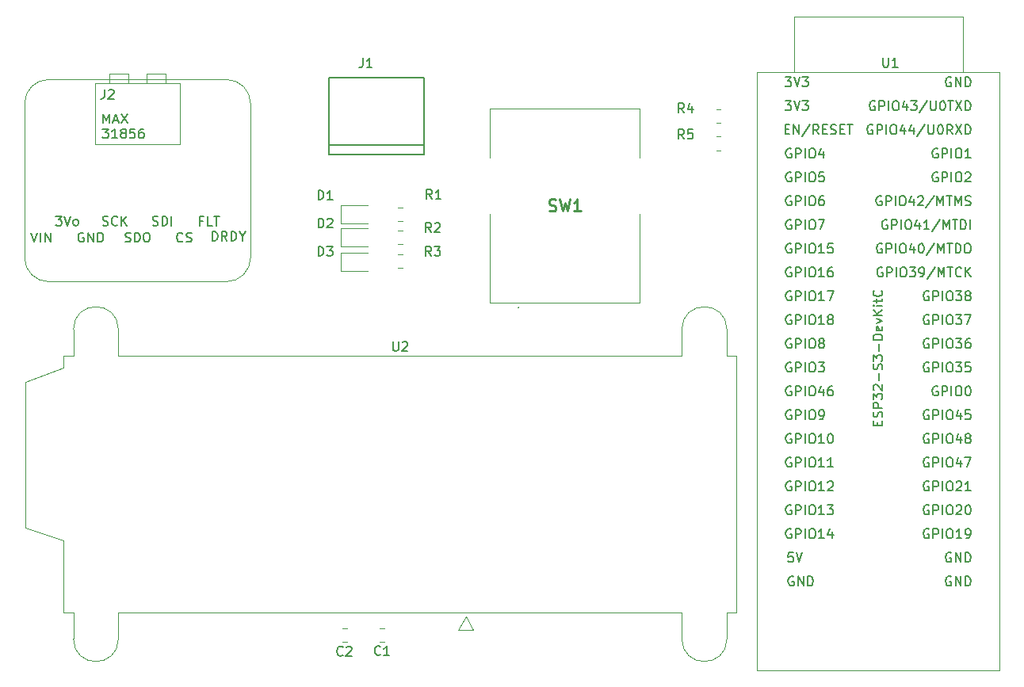
<source format=gbr>
%TF.GenerationSoftware,KiCad,Pcbnew,9.0.0*%
%TF.CreationDate,2025-04-12T19:30:56-04:00*%
%TF.ProjectId,phoenix_v1,70686f65-6e69-4785-9f76-312e6b696361,v2*%
%TF.SameCoordinates,Original*%
%TF.FileFunction,Legend,Top*%
%TF.FilePolarity,Positive*%
%FSLAX46Y46*%
G04 Gerber Fmt 4.6, Leading zero omitted, Abs format (unit mm)*
G04 Created by KiCad (PCBNEW 9.0.0) date 2025-04-12 19:30:56*
%MOMM*%
%LPD*%
G01*
G04 APERTURE LIST*
%ADD10C,0.150000*%
%ADD11C,0.190500*%
%ADD12C,0.152400*%
%ADD13C,0.254000*%
%ADD14C,0.050000*%
%ADD15C,0.100000*%
%ADD16C,0.120000*%
%ADD17C,0.127000*%
G04 APERTURE END LIST*
D10*
X116761905Y-78454819D02*
X116761905Y-77454819D01*
X116761905Y-77454819D02*
X117000000Y-77454819D01*
X117000000Y-77454819D02*
X117142857Y-77502438D01*
X117142857Y-77502438D02*
X117238095Y-77597676D01*
X117238095Y-77597676D02*
X117285714Y-77692914D01*
X117285714Y-77692914D02*
X117333333Y-77883390D01*
X117333333Y-77883390D02*
X117333333Y-78026247D01*
X117333333Y-78026247D02*
X117285714Y-78216723D01*
X117285714Y-78216723D02*
X117238095Y-78311961D01*
X117238095Y-78311961D02*
X117142857Y-78407200D01*
X117142857Y-78407200D02*
X117000000Y-78454819D01*
X117000000Y-78454819D02*
X116761905Y-78454819D01*
X117666667Y-77454819D02*
X118285714Y-77454819D01*
X118285714Y-77454819D02*
X117952381Y-77835771D01*
X117952381Y-77835771D02*
X118095238Y-77835771D01*
X118095238Y-77835771D02*
X118190476Y-77883390D01*
X118190476Y-77883390D02*
X118238095Y-77931009D01*
X118238095Y-77931009D02*
X118285714Y-78026247D01*
X118285714Y-78026247D02*
X118285714Y-78264342D01*
X118285714Y-78264342D02*
X118238095Y-78359580D01*
X118238095Y-78359580D02*
X118190476Y-78407200D01*
X118190476Y-78407200D02*
X118095238Y-78454819D01*
X118095238Y-78454819D02*
X117809524Y-78454819D01*
X117809524Y-78454819D02*
X117714286Y-78407200D01*
X117714286Y-78407200D02*
X117666667Y-78359580D01*
X116761905Y-72454819D02*
X116761905Y-71454819D01*
X116761905Y-71454819D02*
X117000000Y-71454819D01*
X117000000Y-71454819D02*
X117142857Y-71502438D01*
X117142857Y-71502438D02*
X117238095Y-71597676D01*
X117238095Y-71597676D02*
X117285714Y-71692914D01*
X117285714Y-71692914D02*
X117333333Y-71883390D01*
X117333333Y-71883390D02*
X117333333Y-72026247D01*
X117333333Y-72026247D02*
X117285714Y-72216723D01*
X117285714Y-72216723D02*
X117238095Y-72311961D01*
X117238095Y-72311961D02*
X117142857Y-72407200D01*
X117142857Y-72407200D02*
X117000000Y-72454819D01*
X117000000Y-72454819D02*
X116761905Y-72454819D01*
X118285714Y-72454819D02*
X117714286Y-72454819D01*
X118000000Y-72454819D02*
X118000000Y-71454819D01*
X118000000Y-71454819D02*
X117904762Y-71597676D01*
X117904762Y-71597676D02*
X117809524Y-71692914D01*
X117809524Y-71692914D02*
X117714286Y-71740533D01*
X116761905Y-75454819D02*
X116761905Y-74454819D01*
X116761905Y-74454819D02*
X117000000Y-74454819D01*
X117000000Y-74454819D02*
X117142857Y-74502438D01*
X117142857Y-74502438D02*
X117238095Y-74597676D01*
X117238095Y-74597676D02*
X117285714Y-74692914D01*
X117285714Y-74692914D02*
X117333333Y-74883390D01*
X117333333Y-74883390D02*
X117333333Y-75026247D01*
X117333333Y-75026247D02*
X117285714Y-75216723D01*
X117285714Y-75216723D02*
X117238095Y-75311961D01*
X117238095Y-75311961D02*
X117142857Y-75407200D01*
X117142857Y-75407200D02*
X117000000Y-75454819D01*
X117000000Y-75454819D02*
X116761905Y-75454819D01*
X117714286Y-74550057D02*
X117761905Y-74502438D01*
X117761905Y-74502438D02*
X117857143Y-74454819D01*
X117857143Y-74454819D02*
X118095238Y-74454819D01*
X118095238Y-74454819D02*
X118190476Y-74502438D01*
X118190476Y-74502438D02*
X118238095Y-74550057D01*
X118238095Y-74550057D02*
X118285714Y-74645295D01*
X118285714Y-74645295D02*
X118285714Y-74740533D01*
X118285714Y-74740533D02*
X118238095Y-74883390D01*
X118238095Y-74883390D02*
X117666667Y-75454819D01*
X117666667Y-75454819D02*
X118285714Y-75454819D01*
X128908207Y-72369819D02*
X128574874Y-71893628D01*
X128336779Y-72369819D02*
X128336779Y-71369819D01*
X128336779Y-71369819D02*
X128717731Y-71369819D01*
X128717731Y-71369819D02*
X128812969Y-71417438D01*
X128812969Y-71417438D02*
X128860588Y-71465057D01*
X128860588Y-71465057D02*
X128908207Y-71560295D01*
X128908207Y-71560295D02*
X128908207Y-71703152D01*
X128908207Y-71703152D02*
X128860588Y-71798390D01*
X128860588Y-71798390D02*
X128812969Y-71846009D01*
X128812969Y-71846009D02*
X128717731Y-71893628D01*
X128717731Y-71893628D02*
X128336779Y-71893628D01*
X129860588Y-72369819D02*
X129289160Y-72369819D01*
X129574874Y-72369819D02*
X129574874Y-71369819D01*
X129574874Y-71369819D02*
X129479636Y-71512676D01*
X129479636Y-71512676D02*
X129384398Y-71607914D01*
X129384398Y-71607914D02*
X129289160Y-71655533D01*
X93916666Y-60704819D02*
X93916666Y-61419104D01*
X93916666Y-61419104D02*
X93869047Y-61561961D01*
X93869047Y-61561961D02*
X93773809Y-61657200D01*
X93773809Y-61657200D02*
X93630952Y-61704819D01*
X93630952Y-61704819D02*
X93535714Y-61704819D01*
X94345238Y-60800057D02*
X94392857Y-60752438D01*
X94392857Y-60752438D02*
X94488095Y-60704819D01*
X94488095Y-60704819D02*
X94726190Y-60704819D01*
X94726190Y-60704819D02*
X94821428Y-60752438D01*
X94821428Y-60752438D02*
X94869047Y-60800057D01*
X94869047Y-60800057D02*
X94916666Y-60895295D01*
X94916666Y-60895295D02*
X94916666Y-60990533D01*
X94916666Y-60990533D02*
X94869047Y-61133390D01*
X94869047Y-61133390D02*
X94297619Y-61704819D01*
X94297619Y-61704819D02*
X94916666Y-61704819D01*
D11*
X93799737Y-64277455D02*
X93799737Y-63277455D01*
X93799737Y-63277455D02*
X94133070Y-63991740D01*
X94133070Y-63991740D02*
X94466403Y-63277455D01*
X94466403Y-63277455D02*
X94466403Y-64277455D01*
X94894975Y-63991740D02*
X95371165Y-63991740D01*
X94799737Y-64277455D02*
X95133070Y-63277455D01*
X95133070Y-63277455D02*
X95466403Y-64277455D01*
X95704499Y-63277455D02*
X96371165Y-64277455D01*
X96371165Y-63277455D02*
X95704499Y-64277455D01*
X93704499Y-64887399D02*
X94323546Y-64887399D01*
X94323546Y-64887399D02*
X93990213Y-65268351D01*
X93990213Y-65268351D02*
X94133070Y-65268351D01*
X94133070Y-65268351D02*
X94228308Y-65315970D01*
X94228308Y-65315970D02*
X94275927Y-65363589D01*
X94275927Y-65363589D02*
X94323546Y-65458827D01*
X94323546Y-65458827D02*
X94323546Y-65696922D01*
X94323546Y-65696922D02*
X94275927Y-65792160D01*
X94275927Y-65792160D02*
X94228308Y-65839780D01*
X94228308Y-65839780D02*
X94133070Y-65887399D01*
X94133070Y-65887399D02*
X93847356Y-65887399D01*
X93847356Y-65887399D02*
X93752118Y-65839780D01*
X93752118Y-65839780D02*
X93704499Y-65792160D01*
X95275927Y-65887399D02*
X94704499Y-65887399D01*
X94990213Y-65887399D02*
X94990213Y-64887399D01*
X94990213Y-64887399D02*
X94894975Y-65030256D01*
X94894975Y-65030256D02*
X94799737Y-65125494D01*
X94799737Y-65125494D02*
X94704499Y-65173113D01*
X95847356Y-65315970D02*
X95752118Y-65268351D01*
X95752118Y-65268351D02*
X95704499Y-65220732D01*
X95704499Y-65220732D02*
X95656880Y-65125494D01*
X95656880Y-65125494D02*
X95656880Y-65077875D01*
X95656880Y-65077875D02*
X95704499Y-64982637D01*
X95704499Y-64982637D02*
X95752118Y-64935018D01*
X95752118Y-64935018D02*
X95847356Y-64887399D01*
X95847356Y-64887399D02*
X96037832Y-64887399D01*
X96037832Y-64887399D02*
X96133070Y-64935018D01*
X96133070Y-64935018D02*
X96180689Y-64982637D01*
X96180689Y-64982637D02*
X96228308Y-65077875D01*
X96228308Y-65077875D02*
X96228308Y-65125494D01*
X96228308Y-65125494D02*
X96180689Y-65220732D01*
X96180689Y-65220732D02*
X96133070Y-65268351D01*
X96133070Y-65268351D02*
X96037832Y-65315970D01*
X96037832Y-65315970D02*
X95847356Y-65315970D01*
X95847356Y-65315970D02*
X95752118Y-65363589D01*
X95752118Y-65363589D02*
X95704499Y-65411208D01*
X95704499Y-65411208D02*
X95656880Y-65506446D01*
X95656880Y-65506446D02*
X95656880Y-65696922D01*
X95656880Y-65696922D02*
X95704499Y-65792160D01*
X95704499Y-65792160D02*
X95752118Y-65839780D01*
X95752118Y-65839780D02*
X95847356Y-65887399D01*
X95847356Y-65887399D02*
X96037832Y-65887399D01*
X96037832Y-65887399D02*
X96133070Y-65839780D01*
X96133070Y-65839780D02*
X96180689Y-65792160D01*
X96180689Y-65792160D02*
X96228308Y-65696922D01*
X96228308Y-65696922D02*
X96228308Y-65506446D01*
X96228308Y-65506446D02*
X96180689Y-65411208D01*
X96180689Y-65411208D02*
X96133070Y-65363589D01*
X96133070Y-65363589D02*
X96037832Y-65315970D01*
X97133070Y-64887399D02*
X96656880Y-64887399D01*
X96656880Y-64887399D02*
X96609261Y-65363589D01*
X96609261Y-65363589D02*
X96656880Y-65315970D01*
X96656880Y-65315970D02*
X96752118Y-65268351D01*
X96752118Y-65268351D02*
X96990213Y-65268351D01*
X96990213Y-65268351D02*
X97085451Y-65315970D01*
X97085451Y-65315970D02*
X97133070Y-65363589D01*
X97133070Y-65363589D02*
X97180689Y-65458827D01*
X97180689Y-65458827D02*
X97180689Y-65696922D01*
X97180689Y-65696922D02*
X97133070Y-65792160D01*
X97133070Y-65792160D02*
X97085451Y-65839780D01*
X97085451Y-65839780D02*
X96990213Y-65887399D01*
X96990213Y-65887399D02*
X96752118Y-65887399D01*
X96752118Y-65887399D02*
X96656880Y-65839780D01*
X96656880Y-65839780D02*
X96609261Y-65792160D01*
X98037832Y-64887399D02*
X97847356Y-64887399D01*
X97847356Y-64887399D02*
X97752118Y-64935018D01*
X97752118Y-64935018D02*
X97704499Y-64982637D01*
X97704499Y-64982637D02*
X97609261Y-65125494D01*
X97609261Y-65125494D02*
X97561642Y-65315970D01*
X97561642Y-65315970D02*
X97561642Y-65696922D01*
X97561642Y-65696922D02*
X97609261Y-65792160D01*
X97609261Y-65792160D02*
X97656880Y-65839780D01*
X97656880Y-65839780D02*
X97752118Y-65887399D01*
X97752118Y-65887399D02*
X97942594Y-65887399D01*
X97942594Y-65887399D02*
X98037832Y-65839780D01*
X98037832Y-65839780D02*
X98085451Y-65792160D01*
X98085451Y-65792160D02*
X98133070Y-65696922D01*
X98133070Y-65696922D02*
X98133070Y-65458827D01*
X98133070Y-65458827D02*
X98085451Y-65363589D01*
X98085451Y-65363589D02*
X98037832Y-65315970D01*
X98037832Y-65315970D02*
X97942594Y-65268351D01*
X97942594Y-65268351D02*
X97752118Y-65268351D01*
X97752118Y-65268351D02*
X97656880Y-65315970D01*
X97656880Y-65315970D02*
X97609261Y-65363589D01*
X97609261Y-65363589D02*
X97561642Y-65458827D01*
D12*
X102269647Y-76879141D02*
X102222028Y-76926761D01*
X102222028Y-76926761D02*
X102079171Y-76974380D01*
X102079171Y-76974380D02*
X101983933Y-76974380D01*
X101983933Y-76974380D02*
X101841076Y-76926761D01*
X101841076Y-76926761D02*
X101745838Y-76831522D01*
X101745838Y-76831522D02*
X101698219Y-76736284D01*
X101698219Y-76736284D02*
X101650600Y-76545808D01*
X101650600Y-76545808D02*
X101650600Y-76402951D01*
X101650600Y-76402951D02*
X101698219Y-76212475D01*
X101698219Y-76212475D02*
X101745838Y-76117237D01*
X101745838Y-76117237D02*
X101841076Y-76021999D01*
X101841076Y-76021999D02*
X101983933Y-75974380D01*
X101983933Y-75974380D02*
X102079171Y-75974380D01*
X102079171Y-75974380D02*
X102222028Y-76021999D01*
X102222028Y-76021999D02*
X102269647Y-76069618D01*
X102650600Y-76926761D02*
X102793457Y-76974380D01*
X102793457Y-76974380D02*
X103031552Y-76974380D01*
X103031552Y-76974380D02*
X103126790Y-76926761D01*
X103126790Y-76926761D02*
X103174409Y-76879141D01*
X103174409Y-76879141D02*
X103222028Y-76783903D01*
X103222028Y-76783903D02*
X103222028Y-76688665D01*
X103222028Y-76688665D02*
X103174409Y-76593427D01*
X103174409Y-76593427D02*
X103126790Y-76545808D01*
X103126790Y-76545808D02*
X103031552Y-76498189D01*
X103031552Y-76498189D02*
X102841076Y-76450570D01*
X102841076Y-76450570D02*
X102745838Y-76402951D01*
X102745838Y-76402951D02*
X102698219Y-76355332D01*
X102698219Y-76355332D02*
X102650600Y-76260094D01*
X102650600Y-76260094D02*
X102650600Y-76164856D01*
X102650600Y-76164856D02*
X102698219Y-76069618D01*
X102698219Y-76069618D02*
X102745838Y-76021999D01*
X102745838Y-76021999D02*
X102841076Y-75974380D01*
X102841076Y-75974380D02*
X103079171Y-75974380D01*
X103079171Y-75974380D02*
X103222028Y-76021999D01*
X93730600Y-75176761D02*
X93873457Y-75224380D01*
X93873457Y-75224380D02*
X94111552Y-75224380D01*
X94111552Y-75224380D02*
X94206790Y-75176761D01*
X94206790Y-75176761D02*
X94254409Y-75129141D01*
X94254409Y-75129141D02*
X94302028Y-75033903D01*
X94302028Y-75033903D02*
X94302028Y-74938665D01*
X94302028Y-74938665D02*
X94254409Y-74843427D01*
X94254409Y-74843427D02*
X94206790Y-74795808D01*
X94206790Y-74795808D02*
X94111552Y-74748189D01*
X94111552Y-74748189D02*
X93921076Y-74700570D01*
X93921076Y-74700570D02*
X93825838Y-74652951D01*
X93825838Y-74652951D02*
X93778219Y-74605332D01*
X93778219Y-74605332D02*
X93730600Y-74510094D01*
X93730600Y-74510094D02*
X93730600Y-74414856D01*
X93730600Y-74414856D02*
X93778219Y-74319618D01*
X93778219Y-74319618D02*
X93825838Y-74271999D01*
X93825838Y-74271999D02*
X93921076Y-74224380D01*
X93921076Y-74224380D02*
X94159171Y-74224380D01*
X94159171Y-74224380D02*
X94302028Y-74271999D01*
X95302028Y-75129141D02*
X95254409Y-75176761D01*
X95254409Y-75176761D02*
X95111552Y-75224380D01*
X95111552Y-75224380D02*
X95016314Y-75224380D01*
X95016314Y-75224380D02*
X94873457Y-75176761D01*
X94873457Y-75176761D02*
X94778219Y-75081522D01*
X94778219Y-75081522D02*
X94730600Y-74986284D01*
X94730600Y-74986284D02*
X94682981Y-74795808D01*
X94682981Y-74795808D02*
X94682981Y-74652951D01*
X94682981Y-74652951D02*
X94730600Y-74462475D01*
X94730600Y-74462475D02*
X94778219Y-74367237D01*
X94778219Y-74367237D02*
X94873457Y-74271999D01*
X94873457Y-74271999D02*
X95016314Y-74224380D01*
X95016314Y-74224380D02*
X95111552Y-74224380D01*
X95111552Y-74224380D02*
X95254409Y-74271999D01*
X95254409Y-74271999D02*
X95302028Y-74319618D01*
X95730600Y-75224380D02*
X95730600Y-74224380D01*
X96302028Y-75224380D02*
X95873457Y-74652951D01*
X96302028Y-74224380D02*
X95730600Y-74795808D01*
X99072505Y-75176761D02*
X99215362Y-75224380D01*
X99215362Y-75224380D02*
X99453457Y-75224380D01*
X99453457Y-75224380D02*
X99548695Y-75176761D01*
X99548695Y-75176761D02*
X99596314Y-75129141D01*
X99596314Y-75129141D02*
X99643933Y-75033903D01*
X99643933Y-75033903D02*
X99643933Y-74938665D01*
X99643933Y-74938665D02*
X99596314Y-74843427D01*
X99596314Y-74843427D02*
X99548695Y-74795808D01*
X99548695Y-74795808D02*
X99453457Y-74748189D01*
X99453457Y-74748189D02*
X99262981Y-74700570D01*
X99262981Y-74700570D02*
X99167743Y-74652951D01*
X99167743Y-74652951D02*
X99120124Y-74605332D01*
X99120124Y-74605332D02*
X99072505Y-74510094D01*
X99072505Y-74510094D02*
X99072505Y-74414856D01*
X99072505Y-74414856D02*
X99120124Y-74319618D01*
X99120124Y-74319618D02*
X99167743Y-74271999D01*
X99167743Y-74271999D02*
X99262981Y-74224380D01*
X99262981Y-74224380D02*
X99501076Y-74224380D01*
X99501076Y-74224380D02*
X99643933Y-74271999D01*
X100072505Y-75224380D02*
X100072505Y-74224380D01*
X100072505Y-74224380D02*
X100310600Y-74224380D01*
X100310600Y-74224380D02*
X100453457Y-74271999D01*
X100453457Y-74271999D02*
X100548695Y-74367237D01*
X100548695Y-74367237D02*
X100596314Y-74462475D01*
X100596314Y-74462475D02*
X100643933Y-74652951D01*
X100643933Y-74652951D02*
X100643933Y-74795808D01*
X100643933Y-74795808D02*
X100596314Y-74986284D01*
X100596314Y-74986284D02*
X100548695Y-75081522D01*
X100548695Y-75081522D02*
X100453457Y-75176761D01*
X100453457Y-75176761D02*
X100310600Y-75224380D01*
X100310600Y-75224380D02*
X100072505Y-75224380D01*
X101072505Y-75224380D02*
X101072505Y-74224380D01*
X104406456Y-74700570D02*
X104073123Y-74700570D01*
X104073123Y-75224380D02*
X104073123Y-74224380D01*
X104073123Y-74224380D02*
X104549313Y-74224380D01*
X105406456Y-75224380D02*
X104930266Y-75224380D01*
X104930266Y-75224380D02*
X104930266Y-74224380D01*
X105596933Y-74224380D02*
X106168361Y-74224380D01*
X105882647Y-75224380D02*
X105882647Y-74224380D01*
X91674409Y-76021999D02*
X91579171Y-75974380D01*
X91579171Y-75974380D02*
X91436314Y-75974380D01*
X91436314Y-75974380D02*
X91293457Y-76021999D01*
X91293457Y-76021999D02*
X91198219Y-76117237D01*
X91198219Y-76117237D02*
X91150600Y-76212475D01*
X91150600Y-76212475D02*
X91102981Y-76402951D01*
X91102981Y-76402951D02*
X91102981Y-76545808D01*
X91102981Y-76545808D02*
X91150600Y-76736284D01*
X91150600Y-76736284D02*
X91198219Y-76831522D01*
X91198219Y-76831522D02*
X91293457Y-76926761D01*
X91293457Y-76926761D02*
X91436314Y-76974380D01*
X91436314Y-76974380D02*
X91531552Y-76974380D01*
X91531552Y-76974380D02*
X91674409Y-76926761D01*
X91674409Y-76926761D02*
X91722028Y-76879141D01*
X91722028Y-76879141D02*
X91722028Y-76545808D01*
X91722028Y-76545808D02*
X91531552Y-76545808D01*
X92150600Y-76974380D02*
X92150600Y-75974380D01*
X92150600Y-75974380D02*
X92722028Y-76974380D01*
X92722028Y-76974380D02*
X92722028Y-75974380D01*
X93198219Y-76974380D02*
X93198219Y-75974380D01*
X93198219Y-75974380D02*
X93436314Y-75974380D01*
X93436314Y-75974380D02*
X93579171Y-76021999D01*
X93579171Y-76021999D02*
X93674409Y-76117237D01*
X93674409Y-76117237D02*
X93722028Y-76212475D01*
X93722028Y-76212475D02*
X93769647Y-76402951D01*
X93769647Y-76402951D02*
X93769647Y-76545808D01*
X93769647Y-76545808D02*
X93722028Y-76736284D01*
X93722028Y-76736284D02*
X93674409Y-76831522D01*
X93674409Y-76831522D02*
X93579171Y-76926761D01*
X93579171Y-76926761D02*
X93436314Y-76974380D01*
X93436314Y-76974380D02*
X93198219Y-76974380D01*
X86091076Y-75974380D02*
X86424409Y-76974380D01*
X86424409Y-76974380D02*
X86757742Y-75974380D01*
X87091076Y-76974380D02*
X87091076Y-75974380D01*
X87567266Y-76974380D02*
X87567266Y-75974380D01*
X87567266Y-75974380D02*
X88138694Y-76974380D01*
X88138694Y-76974380D02*
X88138694Y-75974380D01*
X96126790Y-76926761D02*
X96269647Y-76974380D01*
X96269647Y-76974380D02*
X96507742Y-76974380D01*
X96507742Y-76974380D02*
X96602980Y-76926761D01*
X96602980Y-76926761D02*
X96650599Y-76879141D01*
X96650599Y-76879141D02*
X96698218Y-76783903D01*
X96698218Y-76783903D02*
X96698218Y-76688665D01*
X96698218Y-76688665D02*
X96650599Y-76593427D01*
X96650599Y-76593427D02*
X96602980Y-76545808D01*
X96602980Y-76545808D02*
X96507742Y-76498189D01*
X96507742Y-76498189D02*
X96317266Y-76450570D01*
X96317266Y-76450570D02*
X96222028Y-76402951D01*
X96222028Y-76402951D02*
X96174409Y-76355332D01*
X96174409Y-76355332D02*
X96126790Y-76260094D01*
X96126790Y-76260094D02*
X96126790Y-76164856D01*
X96126790Y-76164856D02*
X96174409Y-76069618D01*
X96174409Y-76069618D02*
X96222028Y-76021999D01*
X96222028Y-76021999D02*
X96317266Y-75974380D01*
X96317266Y-75974380D02*
X96555361Y-75974380D01*
X96555361Y-75974380D02*
X96698218Y-76021999D01*
X97126790Y-76974380D02*
X97126790Y-75974380D01*
X97126790Y-75974380D02*
X97364885Y-75974380D01*
X97364885Y-75974380D02*
X97507742Y-76021999D01*
X97507742Y-76021999D02*
X97602980Y-76117237D01*
X97602980Y-76117237D02*
X97650599Y-76212475D01*
X97650599Y-76212475D02*
X97698218Y-76402951D01*
X97698218Y-76402951D02*
X97698218Y-76545808D01*
X97698218Y-76545808D02*
X97650599Y-76736284D01*
X97650599Y-76736284D02*
X97602980Y-76831522D01*
X97602980Y-76831522D02*
X97507742Y-76926761D01*
X97507742Y-76926761D02*
X97364885Y-76974380D01*
X97364885Y-76974380D02*
X97126790Y-76974380D01*
X98317266Y-75974380D02*
X98507742Y-75974380D01*
X98507742Y-75974380D02*
X98602980Y-76021999D01*
X98602980Y-76021999D02*
X98698218Y-76117237D01*
X98698218Y-76117237D02*
X98745837Y-76307713D01*
X98745837Y-76307713D02*
X98745837Y-76641046D01*
X98745837Y-76641046D02*
X98698218Y-76831522D01*
X98698218Y-76831522D02*
X98602980Y-76926761D01*
X98602980Y-76926761D02*
X98507742Y-76974380D01*
X98507742Y-76974380D02*
X98317266Y-76974380D01*
X98317266Y-76974380D02*
X98222028Y-76926761D01*
X98222028Y-76926761D02*
X98126790Y-76831522D01*
X98126790Y-76831522D02*
X98079171Y-76641046D01*
X98079171Y-76641046D02*
X98079171Y-76307713D01*
X98079171Y-76307713D02*
X98126790Y-76117237D01*
X98126790Y-76117237D02*
X98222028Y-76021999D01*
X98222028Y-76021999D02*
X98317266Y-75974380D01*
X105438838Y-76850066D02*
X105438838Y-75850066D01*
X105438838Y-75850066D02*
X105676933Y-75850066D01*
X105676933Y-75850066D02*
X105819790Y-75897685D01*
X105819790Y-75897685D02*
X105915028Y-75992923D01*
X105915028Y-75992923D02*
X105962647Y-76088161D01*
X105962647Y-76088161D02*
X106010266Y-76278637D01*
X106010266Y-76278637D02*
X106010266Y-76421494D01*
X106010266Y-76421494D02*
X105962647Y-76611970D01*
X105962647Y-76611970D02*
X105915028Y-76707208D01*
X105915028Y-76707208D02*
X105819790Y-76802447D01*
X105819790Y-76802447D02*
X105676933Y-76850066D01*
X105676933Y-76850066D02*
X105438838Y-76850066D01*
X107010266Y-76850066D02*
X106676933Y-76373875D01*
X106438838Y-76850066D02*
X106438838Y-75850066D01*
X106438838Y-75850066D02*
X106819790Y-75850066D01*
X106819790Y-75850066D02*
X106915028Y-75897685D01*
X106915028Y-75897685D02*
X106962647Y-75945304D01*
X106962647Y-75945304D02*
X107010266Y-76040542D01*
X107010266Y-76040542D02*
X107010266Y-76183399D01*
X107010266Y-76183399D02*
X106962647Y-76278637D01*
X106962647Y-76278637D02*
X106915028Y-76326256D01*
X106915028Y-76326256D02*
X106819790Y-76373875D01*
X106819790Y-76373875D02*
X106438838Y-76373875D01*
X107438838Y-76850066D02*
X107438838Y-75850066D01*
X107438838Y-75850066D02*
X107676933Y-75850066D01*
X107676933Y-75850066D02*
X107819790Y-75897685D01*
X107819790Y-75897685D02*
X107915028Y-75992923D01*
X107915028Y-75992923D02*
X107962647Y-76088161D01*
X107962647Y-76088161D02*
X108010266Y-76278637D01*
X108010266Y-76278637D02*
X108010266Y-76421494D01*
X108010266Y-76421494D02*
X107962647Y-76611970D01*
X107962647Y-76611970D02*
X107915028Y-76707208D01*
X107915028Y-76707208D02*
X107819790Y-76802447D01*
X107819790Y-76802447D02*
X107676933Y-76850066D01*
X107676933Y-76850066D02*
X107438838Y-76850066D01*
X108629314Y-76373875D02*
X108629314Y-76850066D01*
X108295981Y-75850066D02*
X108629314Y-76373875D01*
X108629314Y-76373875D02*
X108962647Y-75850066D01*
X88722028Y-74224380D02*
X89341075Y-74224380D01*
X89341075Y-74224380D02*
X89007742Y-74605332D01*
X89007742Y-74605332D02*
X89150599Y-74605332D01*
X89150599Y-74605332D02*
X89245837Y-74652951D01*
X89245837Y-74652951D02*
X89293456Y-74700570D01*
X89293456Y-74700570D02*
X89341075Y-74795808D01*
X89341075Y-74795808D02*
X89341075Y-75033903D01*
X89341075Y-75033903D02*
X89293456Y-75129141D01*
X89293456Y-75129141D02*
X89245837Y-75176761D01*
X89245837Y-75176761D02*
X89150599Y-75224380D01*
X89150599Y-75224380D02*
X88864885Y-75224380D01*
X88864885Y-75224380D02*
X88769647Y-75176761D01*
X88769647Y-75176761D02*
X88722028Y-75129141D01*
X89626790Y-74224380D02*
X89960123Y-75224380D01*
X89960123Y-75224380D02*
X90293456Y-74224380D01*
X90769647Y-75224380D02*
X90674409Y-75176761D01*
X90674409Y-75176761D02*
X90626790Y-75129141D01*
X90626790Y-75129141D02*
X90579171Y-75033903D01*
X90579171Y-75033903D02*
X90579171Y-74748189D01*
X90579171Y-74748189D02*
X90626790Y-74652951D01*
X90626790Y-74652951D02*
X90674409Y-74605332D01*
X90674409Y-74605332D02*
X90769647Y-74557713D01*
X90769647Y-74557713D02*
X90912504Y-74557713D01*
X90912504Y-74557713D02*
X91007742Y-74605332D01*
X91007742Y-74605332D02*
X91055361Y-74652951D01*
X91055361Y-74652951D02*
X91102980Y-74748189D01*
X91102980Y-74748189D02*
X91102980Y-75033903D01*
X91102980Y-75033903D02*
X91055361Y-75129141D01*
X91055361Y-75129141D02*
X91007742Y-75176761D01*
X91007742Y-75176761D02*
X90912504Y-75224380D01*
X90912504Y-75224380D02*
X90769647Y-75224380D01*
D10*
X121498732Y-57338779D02*
X121498732Y-58054521D01*
X121498732Y-58054521D02*
X121451016Y-58197669D01*
X121451016Y-58197669D02*
X121355584Y-58293102D01*
X121355584Y-58293102D02*
X121212435Y-58340818D01*
X121212435Y-58340818D02*
X121117003Y-58340818D01*
X122500771Y-58340818D02*
X121928177Y-58340818D01*
X122214474Y-58340818D02*
X122214474Y-57338779D01*
X122214474Y-57338779D02*
X122119042Y-57481927D01*
X122119042Y-57481927D02*
X122023609Y-57577359D01*
X122023609Y-57577359D02*
X121928177Y-57625076D01*
X123383333Y-121039580D02*
X123335714Y-121087200D01*
X123335714Y-121087200D02*
X123192857Y-121134819D01*
X123192857Y-121134819D02*
X123097619Y-121134819D01*
X123097619Y-121134819D02*
X122954762Y-121087200D01*
X122954762Y-121087200D02*
X122859524Y-120991961D01*
X122859524Y-120991961D02*
X122811905Y-120896723D01*
X122811905Y-120896723D02*
X122764286Y-120706247D01*
X122764286Y-120706247D02*
X122764286Y-120563390D01*
X122764286Y-120563390D02*
X122811905Y-120372914D01*
X122811905Y-120372914D02*
X122859524Y-120277676D01*
X122859524Y-120277676D02*
X122954762Y-120182438D01*
X122954762Y-120182438D02*
X123097619Y-120134819D01*
X123097619Y-120134819D02*
X123192857Y-120134819D01*
X123192857Y-120134819D02*
X123335714Y-120182438D01*
X123335714Y-120182438D02*
X123383333Y-120230057D01*
X124335714Y-121134819D02*
X123764286Y-121134819D01*
X124050000Y-121134819D02*
X124050000Y-120134819D01*
X124050000Y-120134819D02*
X123954762Y-120277676D01*
X123954762Y-120277676D02*
X123859524Y-120372914D01*
X123859524Y-120372914D02*
X123764286Y-120420533D01*
X128833333Y-75914819D02*
X128500000Y-75438628D01*
X128261905Y-75914819D02*
X128261905Y-74914819D01*
X128261905Y-74914819D02*
X128642857Y-74914819D01*
X128642857Y-74914819D02*
X128738095Y-74962438D01*
X128738095Y-74962438D02*
X128785714Y-75010057D01*
X128785714Y-75010057D02*
X128833333Y-75105295D01*
X128833333Y-75105295D02*
X128833333Y-75248152D01*
X128833333Y-75248152D02*
X128785714Y-75343390D01*
X128785714Y-75343390D02*
X128738095Y-75391009D01*
X128738095Y-75391009D02*
X128642857Y-75438628D01*
X128642857Y-75438628D02*
X128261905Y-75438628D01*
X129214286Y-75010057D02*
X129261905Y-74962438D01*
X129261905Y-74962438D02*
X129357143Y-74914819D01*
X129357143Y-74914819D02*
X129595238Y-74914819D01*
X129595238Y-74914819D02*
X129690476Y-74962438D01*
X129690476Y-74962438D02*
X129738095Y-75010057D01*
X129738095Y-75010057D02*
X129785714Y-75105295D01*
X129785714Y-75105295D02*
X129785714Y-75200533D01*
X129785714Y-75200533D02*
X129738095Y-75343390D01*
X129738095Y-75343390D02*
X129166667Y-75914819D01*
X129166667Y-75914819D02*
X129785714Y-75914819D01*
X119374814Y-121104847D02*
X119327195Y-121152467D01*
X119327195Y-121152467D02*
X119184338Y-121200086D01*
X119184338Y-121200086D02*
X119089100Y-121200086D01*
X119089100Y-121200086D02*
X118946243Y-121152467D01*
X118946243Y-121152467D02*
X118851005Y-121057228D01*
X118851005Y-121057228D02*
X118803386Y-120961990D01*
X118803386Y-120961990D02*
X118755767Y-120771514D01*
X118755767Y-120771514D02*
X118755767Y-120628657D01*
X118755767Y-120628657D02*
X118803386Y-120438181D01*
X118803386Y-120438181D02*
X118851005Y-120342943D01*
X118851005Y-120342943D02*
X118946243Y-120247705D01*
X118946243Y-120247705D02*
X119089100Y-120200086D01*
X119089100Y-120200086D02*
X119184338Y-120200086D01*
X119184338Y-120200086D02*
X119327195Y-120247705D01*
X119327195Y-120247705D02*
X119374814Y-120295324D01*
X119755767Y-120295324D02*
X119803386Y-120247705D01*
X119803386Y-120247705D02*
X119898624Y-120200086D01*
X119898624Y-120200086D02*
X120136719Y-120200086D01*
X120136719Y-120200086D02*
X120231957Y-120247705D01*
X120231957Y-120247705D02*
X120279576Y-120295324D01*
X120279576Y-120295324D02*
X120327195Y-120390562D01*
X120327195Y-120390562D02*
X120327195Y-120485800D01*
X120327195Y-120485800D02*
X120279576Y-120628657D01*
X120279576Y-120628657D02*
X119708148Y-121200086D01*
X119708148Y-121200086D02*
X120327195Y-121200086D01*
X128833333Y-78454819D02*
X128500000Y-77978628D01*
X128261905Y-78454819D02*
X128261905Y-77454819D01*
X128261905Y-77454819D02*
X128642857Y-77454819D01*
X128642857Y-77454819D02*
X128738095Y-77502438D01*
X128738095Y-77502438D02*
X128785714Y-77550057D01*
X128785714Y-77550057D02*
X128833333Y-77645295D01*
X128833333Y-77645295D02*
X128833333Y-77788152D01*
X128833333Y-77788152D02*
X128785714Y-77883390D01*
X128785714Y-77883390D02*
X128738095Y-77931009D01*
X128738095Y-77931009D02*
X128642857Y-77978628D01*
X128642857Y-77978628D02*
X128261905Y-77978628D01*
X129166667Y-77454819D02*
X129785714Y-77454819D01*
X129785714Y-77454819D02*
X129452381Y-77835771D01*
X129452381Y-77835771D02*
X129595238Y-77835771D01*
X129595238Y-77835771D02*
X129690476Y-77883390D01*
X129690476Y-77883390D02*
X129738095Y-77931009D01*
X129738095Y-77931009D02*
X129785714Y-78026247D01*
X129785714Y-78026247D02*
X129785714Y-78264342D01*
X129785714Y-78264342D02*
X129738095Y-78359580D01*
X129738095Y-78359580D02*
X129690476Y-78407200D01*
X129690476Y-78407200D02*
X129595238Y-78454819D01*
X129595238Y-78454819D02*
X129309524Y-78454819D01*
X129309524Y-78454819D02*
X129214286Y-78407200D01*
X129214286Y-78407200D02*
X129166667Y-78359580D01*
D13*
X141406666Y-73613842D02*
X141588095Y-73674318D01*
X141588095Y-73674318D02*
X141890476Y-73674318D01*
X141890476Y-73674318D02*
X142011428Y-73613842D01*
X142011428Y-73613842D02*
X142071904Y-73553365D01*
X142071904Y-73553365D02*
X142132381Y-73432413D01*
X142132381Y-73432413D02*
X142132381Y-73311461D01*
X142132381Y-73311461D02*
X142071904Y-73190508D01*
X142071904Y-73190508D02*
X142011428Y-73130032D01*
X142011428Y-73130032D02*
X141890476Y-73069556D01*
X141890476Y-73069556D02*
X141648571Y-73009080D01*
X141648571Y-73009080D02*
X141527619Y-72948603D01*
X141527619Y-72948603D02*
X141467142Y-72888127D01*
X141467142Y-72888127D02*
X141406666Y-72767175D01*
X141406666Y-72767175D02*
X141406666Y-72646222D01*
X141406666Y-72646222D02*
X141467142Y-72525270D01*
X141467142Y-72525270D02*
X141527619Y-72464794D01*
X141527619Y-72464794D02*
X141648571Y-72404318D01*
X141648571Y-72404318D02*
X141950952Y-72404318D01*
X141950952Y-72404318D02*
X142132381Y-72464794D01*
X142555714Y-72404318D02*
X142858095Y-73674318D01*
X142858095Y-73674318D02*
X143100000Y-72767175D01*
X143100000Y-72767175D02*
X143341905Y-73674318D01*
X143341905Y-73674318D02*
X143644286Y-72404318D01*
X144793334Y-73674318D02*
X144067619Y-73674318D01*
X144430476Y-73674318D02*
X144430476Y-72404318D01*
X144430476Y-72404318D02*
X144309524Y-72585746D01*
X144309524Y-72585746D02*
X144188572Y-72706699D01*
X144188572Y-72706699D02*
X144067619Y-72767175D01*
D10*
X155833333Y-65954819D02*
X155500000Y-65478628D01*
X155261905Y-65954819D02*
X155261905Y-64954819D01*
X155261905Y-64954819D02*
X155642857Y-64954819D01*
X155642857Y-64954819D02*
X155738095Y-65002438D01*
X155738095Y-65002438D02*
X155785714Y-65050057D01*
X155785714Y-65050057D02*
X155833333Y-65145295D01*
X155833333Y-65145295D02*
X155833333Y-65288152D01*
X155833333Y-65288152D02*
X155785714Y-65383390D01*
X155785714Y-65383390D02*
X155738095Y-65431009D01*
X155738095Y-65431009D02*
X155642857Y-65478628D01*
X155642857Y-65478628D02*
X155261905Y-65478628D01*
X156738095Y-64954819D02*
X156261905Y-64954819D01*
X156261905Y-64954819D02*
X156214286Y-65431009D01*
X156214286Y-65431009D02*
X156261905Y-65383390D01*
X156261905Y-65383390D02*
X156357143Y-65335771D01*
X156357143Y-65335771D02*
X156595238Y-65335771D01*
X156595238Y-65335771D02*
X156690476Y-65383390D01*
X156690476Y-65383390D02*
X156738095Y-65431009D01*
X156738095Y-65431009D02*
X156785714Y-65526247D01*
X156785714Y-65526247D02*
X156785714Y-65764342D01*
X156785714Y-65764342D02*
X156738095Y-65859580D01*
X156738095Y-65859580D02*
X156690476Y-65907200D01*
X156690476Y-65907200D02*
X156595238Y-65954819D01*
X156595238Y-65954819D02*
X156357143Y-65954819D01*
X156357143Y-65954819D02*
X156261905Y-65907200D01*
X156261905Y-65907200D02*
X156214286Y-65859580D01*
X155833333Y-63154819D02*
X155500000Y-62678628D01*
X155261905Y-63154819D02*
X155261905Y-62154819D01*
X155261905Y-62154819D02*
X155642857Y-62154819D01*
X155642857Y-62154819D02*
X155738095Y-62202438D01*
X155738095Y-62202438D02*
X155785714Y-62250057D01*
X155785714Y-62250057D02*
X155833333Y-62345295D01*
X155833333Y-62345295D02*
X155833333Y-62488152D01*
X155833333Y-62488152D02*
X155785714Y-62583390D01*
X155785714Y-62583390D02*
X155738095Y-62631009D01*
X155738095Y-62631009D02*
X155642857Y-62678628D01*
X155642857Y-62678628D02*
X155261905Y-62678628D01*
X156690476Y-62488152D02*
X156690476Y-63154819D01*
X156452381Y-62107200D02*
X156214286Y-62821485D01*
X156214286Y-62821485D02*
X156833333Y-62821485D01*
X124738095Y-87624819D02*
X124738095Y-88434342D01*
X124738095Y-88434342D02*
X124785714Y-88529580D01*
X124785714Y-88529580D02*
X124833333Y-88577200D01*
X124833333Y-88577200D02*
X124928571Y-88624819D01*
X124928571Y-88624819D02*
X125119047Y-88624819D01*
X125119047Y-88624819D02*
X125214285Y-88577200D01*
X125214285Y-88577200D02*
X125261904Y-88529580D01*
X125261904Y-88529580D02*
X125309523Y-88434342D01*
X125309523Y-88434342D02*
X125309523Y-87624819D01*
X125738095Y-87720057D02*
X125785714Y-87672438D01*
X125785714Y-87672438D02*
X125880952Y-87624819D01*
X125880952Y-87624819D02*
X126119047Y-87624819D01*
X126119047Y-87624819D02*
X126214285Y-87672438D01*
X126214285Y-87672438D02*
X126261904Y-87720057D01*
X126261904Y-87720057D02*
X126309523Y-87815295D01*
X126309523Y-87815295D02*
X126309523Y-87910533D01*
X126309523Y-87910533D02*
X126261904Y-88053390D01*
X126261904Y-88053390D02*
X125690476Y-88624819D01*
X125690476Y-88624819D02*
X126309523Y-88624819D01*
X177078095Y-57274819D02*
X177078095Y-58084342D01*
X177078095Y-58084342D02*
X177125714Y-58179580D01*
X177125714Y-58179580D02*
X177173333Y-58227200D01*
X177173333Y-58227200D02*
X177268571Y-58274819D01*
X177268571Y-58274819D02*
X177459047Y-58274819D01*
X177459047Y-58274819D02*
X177554285Y-58227200D01*
X177554285Y-58227200D02*
X177601904Y-58179580D01*
X177601904Y-58179580D02*
X177649523Y-58084342D01*
X177649523Y-58084342D02*
X177649523Y-57274819D01*
X178649523Y-58274819D02*
X178078095Y-58274819D01*
X178363809Y-58274819D02*
X178363809Y-57274819D01*
X178363809Y-57274819D02*
X178268571Y-57417676D01*
X178268571Y-57417676D02*
X178173333Y-57512914D01*
X178173333Y-57512914D02*
X178078095Y-57560533D01*
X176497329Y-96547946D02*
X176497329Y-96214613D01*
X177021139Y-96071756D02*
X177021139Y-96547946D01*
X177021139Y-96547946D02*
X176021139Y-96547946D01*
X176021139Y-96547946D02*
X176021139Y-96071756D01*
X176973520Y-95690803D02*
X177021139Y-95547946D01*
X177021139Y-95547946D02*
X177021139Y-95309851D01*
X177021139Y-95309851D02*
X176973520Y-95214613D01*
X176973520Y-95214613D02*
X176925900Y-95166994D01*
X176925900Y-95166994D02*
X176830662Y-95119375D01*
X176830662Y-95119375D02*
X176735424Y-95119375D01*
X176735424Y-95119375D02*
X176640186Y-95166994D01*
X176640186Y-95166994D02*
X176592567Y-95214613D01*
X176592567Y-95214613D02*
X176544948Y-95309851D01*
X176544948Y-95309851D02*
X176497329Y-95500327D01*
X176497329Y-95500327D02*
X176449710Y-95595565D01*
X176449710Y-95595565D02*
X176402091Y-95643184D01*
X176402091Y-95643184D02*
X176306853Y-95690803D01*
X176306853Y-95690803D02*
X176211615Y-95690803D01*
X176211615Y-95690803D02*
X176116377Y-95643184D01*
X176116377Y-95643184D02*
X176068758Y-95595565D01*
X176068758Y-95595565D02*
X176021139Y-95500327D01*
X176021139Y-95500327D02*
X176021139Y-95262232D01*
X176021139Y-95262232D02*
X176068758Y-95119375D01*
X177021139Y-94690803D02*
X176021139Y-94690803D01*
X176021139Y-94690803D02*
X176021139Y-94309851D01*
X176021139Y-94309851D02*
X176068758Y-94214613D01*
X176068758Y-94214613D02*
X176116377Y-94166994D01*
X176116377Y-94166994D02*
X176211615Y-94119375D01*
X176211615Y-94119375D02*
X176354472Y-94119375D01*
X176354472Y-94119375D02*
X176449710Y-94166994D01*
X176449710Y-94166994D02*
X176497329Y-94214613D01*
X176497329Y-94214613D02*
X176544948Y-94309851D01*
X176544948Y-94309851D02*
X176544948Y-94690803D01*
X176021139Y-93786041D02*
X176021139Y-93166994D01*
X176021139Y-93166994D02*
X176402091Y-93500327D01*
X176402091Y-93500327D02*
X176402091Y-93357470D01*
X176402091Y-93357470D02*
X176449710Y-93262232D01*
X176449710Y-93262232D02*
X176497329Y-93214613D01*
X176497329Y-93214613D02*
X176592567Y-93166994D01*
X176592567Y-93166994D02*
X176830662Y-93166994D01*
X176830662Y-93166994D02*
X176925900Y-93214613D01*
X176925900Y-93214613D02*
X176973520Y-93262232D01*
X176973520Y-93262232D02*
X177021139Y-93357470D01*
X177021139Y-93357470D02*
X177021139Y-93643184D01*
X177021139Y-93643184D02*
X176973520Y-93738422D01*
X176973520Y-93738422D02*
X176925900Y-93786041D01*
X176116377Y-92786041D02*
X176068758Y-92738422D01*
X176068758Y-92738422D02*
X176021139Y-92643184D01*
X176021139Y-92643184D02*
X176021139Y-92405089D01*
X176021139Y-92405089D02*
X176068758Y-92309851D01*
X176068758Y-92309851D02*
X176116377Y-92262232D01*
X176116377Y-92262232D02*
X176211615Y-92214613D01*
X176211615Y-92214613D02*
X176306853Y-92214613D01*
X176306853Y-92214613D02*
X176449710Y-92262232D01*
X176449710Y-92262232D02*
X177021139Y-92833660D01*
X177021139Y-92833660D02*
X177021139Y-92214613D01*
X176640186Y-91786041D02*
X176640186Y-91024137D01*
X176973520Y-90595565D02*
X177021139Y-90452708D01*
X177021139Y-90452708D02*
X177021139Y-90214613D01*
X177021139Y-90214613D02*
X176973520Y-90119375D01*
X176973520Y-90119375D02*
X176925900Y-90071756D01*
X176925900Y-90071756D02*
X176830662Y-90024137D01*
X176830662Y-90024137D02*
X176735424Y-90024137D01*
X176735424Y-90024137D02*
X176640186Y-90071756D01*
X176640186Y-90071756D02*
X176592567Y-90119375D01*
X176592567Y-90119375D02*
X176544948Y-90214613D01*
X176544948Y-90214613D02*
X176497329Y-90405089D01*
X176497329Y-90405089D02*
X176449710Y-90500327D01*
X176449710Y-90500327D02*
X176402091Y-90547946D01*
X176402091Y-90547946D02*
X176306853Y-90595565D01*
X176306853Y-90595565D02*
X176211615Y-90595565D01*
X176211615Y-90595565D02*
X176116377Y-90547946D01*
X176116377Y-90547946D02*
X176068758Y-90500327D01*
X176068758Y-90500327D02*
X176021139Y-90405089D01*
X176021139Y-90405089D02*
X176021139Y-90166994D01*
X176021139Y-90166994D02*
X176068758Y-90024137D01*
X176021139Y-89690803D02*
X176021139Y-89071756D01*
X176021139Y-89071756D02*
X176402091Y-89405089D01*
X176402091Y-89405089D02*
X176402091Y-89262232D01*
X176402091Y-89262232D02*
X176449710Y-89166994D01*
X176449710Y-89166994D02*
X176497329Y-89119375D01*
X176497329Y-89119375D02*
X176592567Y-89071756D01*
X176592567Y-89071756D02*
X176830662Y-89071756D01*
X176830662Y-89071756D02*
X176925900Y-89119375D01*
X176925900Y-89119375D02*
X176973520Y-89166994D01*
X176973520Y-89166994D02*
X177021139Y-89262232D01*
X177021139Y-89262232D02*
X177021139Y-89547946D01*
X177021139Y-89547946D02*
X176973520Y-89643184D01*
X176973520Y-89643184D02*
X176925900Y-89690803D01*
X176640186Y-88643184D02*
X176640186Y-87881280D01*
X177021139Y-87405089D02*
X176021139Y-87405089D01*
X176021139Y-87405089D02*
X176021139Y-87166994D01*
X176021139Y-87166994D02*
X176068758Y-87024137D01*
X176068758Y-87024137D02*
X176163996Y-86928899D01*
X176163996Y-86928899D02*
X176259234Y-86881280D01*
X176259234Y-86881280D02*
X176449710Y-86833661D01*
X176449710Y-86833661D02*
X176592567Y-86833661D01*
X176592567Y-86833661D02*
X176783043Y-86881280D01*
X176783043Y-86881280D02*
X176878281Y-86928899D01*
X176878281Y-86928899D02*
X176973520Y-87024137D01*
X176973520Y-87024137D02*
X177021139Y-87166994D01*
X177021139Y-87166994D02*
X177021139Y-87405089D01*
X176973520Y-86024137D02*
X177021139Y-86119375D01*
X177021139Y-86119375D02*
X177021139Y-86309851D01*
X177021139Y-86309851D02*
X176973520Y-86405089D01*
X176973520Y-86405089D02*
X176878281Y-86452708D01*
X176878281Y-86452708D02*
X176497329Y-86452708D01*
X176497329Y-86452708D02*
X176402091Y-86405089D01*
X176402091Y-86405089D02*
X176354472Y-86309851D01*
X176354472Y-86309851D02*
X176354472Y-86119375D01*
X176354472Y-86119375D02*
X176402091Y-86024137D01*
X176402091Y-86024137D02*
X176497329Y-85976518D01*
X176497329Y-85976518D02*
X176592567Y-85976518D01*
X176592567Y-85976518D02*
X176687805Y-86452708D01*
X176354472Y-85643184D02*
X177021139Y-85405089D01*
X177021139Y-85405089D02*
X176354472Y-85166994D01*
X177021139Y-84786041D02*
X176021139Y-84786041D01*
X177021139Y-84214613D02*
X176449710Y-84643184D01*
X176021139Y-84214613D02*
X176592567Y-84786041D01*
X177021139Y-83786041D02*
X176354472Y-83786041D01*
X176021139Y-83786041D02*
X176068758Y-83833660D01*
X176068758Y-83833660D02*
X176116377Y-83786041D01*
X176116377Y-83786041D02*
X176068758Y-83738422D01*
X176068758Y-83738422D02*
X176021139Y-83786041D01*
X176021139Y-83786041D02*
X176116377Y-83786041D01*
X176354472Y-83452708D02*
X176354472Y-83071756D01*
X176021139Y-83309851D02*
X176878281Y-83309851D01*
X176878281Y-83309851D02*
X176973520Y-83262232D01*
X176973520Y-83262232D02*
X177021139Y-83166994D01*
X177021139Y-83166994D02*
X177021139Y-83071756D01*
X176925900Y-82166994D02*
X176973520Y-82214613D01*
X176973520Y-82214613D02*
X177021139Y-82357470D01*
X177021139Y-82357470D02*
X177021139Y-82452708D01*
X177021139Y-82452708D02*
X176973520Y-82595565D01*
X176973520Y-82595565D02*
X176878281Y-82690803D01*
X176878281Y-82690803D02*
X176783043Y-82738422D01*
X176783043Y-82738422D02*
X176592567Y-82786041D01*
X176592567Y-82786041D02*
X176449710Y-82786041D01*
X176449710Y-82786041D02*
X176259234Y-82738422D01*
X176259234Y-82738422D02*
X176163996Y-82690803D01*
X176163996Y-82690803D02*
X176068758Y-82595565D01*
X176068758Y-82595565D02*
X176021139Y-82452708D01*
X176021139Y-82452708D02*
X176021139Y-82357470D01*
X176021139Y-82357470D02*
X176068758Y-82214613D01*
X176068758Y-82214613D02*
X176116377Y-82166994D01*
X181964649Y-100062438D02*
X181869411Y-100014819D01*
X181869411Y-100014819D02*
X181726554Y-100014819D01*
X181726554Y-100014819D02*
X181583697Y-100062438D01*
X181583697Y-100062438D02*
X181488459Y-100157676D01*
X181488459Y-100157676D02*
X181440840Y-100252914D01*
X181440840Y-100252914D02*
X181393221Y-100443390D01*
X181393221Y-100443390D02*
X181393221Y-100586247D01*
X181393221Y-100586247D02*
X181440840Y-100776723D01*
X181440840Y-100776723D02*
X181488459Y-100871961D01*
X181488459Y-100871961D02*
X181583697Y-100967200D01*
X181583697Y-100967200D02*
X181726554Y-101014819D01*
X181726554Y-101014819D02*
X181821792Y-101014819D01*
X181821792Y-101014819D02*
X181964649Y-100967200D01*
X181964649Y-100967200D02*
X182012268Y-100919580D01*
X182012268Y-100919580D02*
X182012268Y-100586247D01*
X182012268Y-100586247D02*
X181821792Y-100586247D01*
X182440840Y-101014819D02*
X182440840Y-100014819D01*
X182440840Y-100014819D02*
X182821792Y-100014819D01*
X182821792Y-100014819D02*
X182917030Y-100062438D01*
X182917030Y-100062438D02*
X182964649Y-100110057D01*
X182964649Y-100110057D02*
X183012268Y-100205295D01*
X183012268Y-100205295D02*
X183012268Y-100348152D01*
X183012268Y-100348152D02*
X182964649Y-100443390D01*
X182964649Y-100443390D02*
X182917030Y-100491009D01*
X182917030Y-100491009D02*
X182821792Y-100538628D01*
X182821792Y-100538628D02*
X182440840Y-100538628D01*
X183440840Y-101014819D02*
X183440840Y-100014819D01*
X184107506Y-100014819D02*
X184297982Y-100014819D01*
X184297982Y-100014819D02*
X184393220Y-100062438D01*
X184393220Y-100062438D02*
X184488458Y-100157676D01*
X184488458Y-100157676D02*
X184536077Y-100348152D01*
X184536077Y-100348152D02*
X184536077Y-100681485D01*
X184536077Y-100681485D02*
X184488458Y-100871961D01*
X184488458Y-100871961D02*
X184393220Y-100967200D01*
X184393220Y-100967200D02*
X184297982Y-101014819D01*
X184297982Y-101014819D02*
X184107506Y-101014819D01*
X184107506Y-101014819D02*
X184012268Y-100967200D01*
X184012268Y-100967200D02*
X183917030Y-100871961D01*
X183917030Y-100871961D02*
X183869411Y-100681485D01*
X183869411Y-100681485D02*
X183869411Y-100348152D01*
X183869411Y-100348152D02*
X183917030Y-100157676D01*
X183917030Y-100157676D02*
X184012268Y-100062438D01*
X184012268Y-100062438D02*
X184107506Y-100014819D01*
X185393220Y-100348152D02*
X185393220Y-101014819D01*
X185155125Y-99967200D02*
X184917030Y-100681485D01*
X184917030Y-100681485D02*
X185536077Y-100681485D01*
X185821792Y-100014819D02*
X186488458Y-100014819D01*
X186488458Y-100014819D02*
X186059887Y-101014819D01*
X166651541Y-59374819D02*
X167270588Y-59374819D01*
X167270588Y-59374819D02*
X166937255Y-59755771D01*
X166937255Y-59755771D02*
X167080112Y-59755771D01*
X167080112Y-59755771D02*
X167175350Y-59803390D01*
X167175350Y-59803390D02*
X167222969Y-59851009D01*
X167222969Y-59851009D02*
X167270588Y-59946247D01*
X167270588Y-59946247D02*
X167270588Y-60184342D01*
X167270588Y-60184342D02*
X167222969Y-60279580D01*
X167222969Y-60279580D02*
X167175350Y-60327200D01*
X167175350Y-60327200D02*
X167080112Y-60374819D01*
X167080112Y-60374819D02*
X166794398Y-60374819D01*
X166794398Y-60374819D02*
X166699160Y-60327200D01*
X166699160Y-60327200D02*
X166651541Y-60279580D01*
X167556303Y-59374819D02*
X167889636Y-60374819D01*
X167889636Y-60374819D02*
X168222969Y-59374819D01*
X168461065Y-59374819D02*
X169080112Y-59374819D01*
X169080112Y-59374819D02*
X168746779Y-59755771D01*
X168746779Y-59755771D02*
X168889636Y-59755771D01*
X168889636Y-59755771D02*
X168984874Y-59803390D01*
X168984874Y-59803390D02*
X169032493Y-59851009D01*
X169032493Y-59851009D02*
X169080112Y-59946247D01*
X169080112Y-59946247D02*
X169080112Y-60184342D01*
X169080112Y-60184342D02*
X169032493Y-60279580D01*
X169032493Y-60279580D02*
X168984874Y-60327200D01*
X168984874Y-60327200D02*
X168889636Y-60374819D01*
X168889636Y-60374819D02*
X168603922Y-60374819D01*
X168603922Y-60374819D02*
X168508684Y-60327200D01*
X168508684Y-60327200D02*
X168461065Y-60279580D01*
X167270588Y-84822438D02*
X167175350Y-84774819D01*
X167175350Y-84774819D02*
X167032493Y-84774819D01*
X167032493Y-84774819D02*
X166889636Y-84822438D01*
X166889636Y-84822438D02*
X166794398Y-84917676D01*
X166794398Y-84917676D02*
X166746779Y-85012914D01*
X166746779Y-85012914D02*
X166699160Y-85203390D01*
X166699160Y-85203390D02*
X166699160Y-85346247D01*
X166699160Y-85346247D02*
X166746779Y-85536723D01*
X166746779Y-85536723D02*
X166794398Y-85631961D01*
X166794398Y-85631961D02*
X166889636Y-85727200D01*
X166889636Y-85727200D02*
X167032493Y-85774819D01*
X167032493Y-85774819D02*
X167127731Y-85774819D01*
X167127731Y-85774819D02*
X167270588Y-85727200D01*
X167270588Y-85727200D02*
X167318207Y-85679580D01*
X167318207Y-85679580D02*
X167318207Y-85346247D01*
X167318207Y-85346247D02*
X167127731Y-85346247D01*
X167746779Y-85774819D02*
X167746779Y-84774819D01*
X167746779Y-84774819D02*
X168127731Y-84774819D01*
X168127731Y-84774819D02*
X168222969Y-84822438D01*
X168222969Y-84822438D02*
X168270588Y-84870057D01*
X168270588Y-84870057D02*
X168318207Y-84965295D01*
X168318207Y-84965295D02*
X168318207Y-85108152D01*
X168318207Y-85108152D02*
X168270588Y-85203390D01*
X168270588Y-85203390D02*
X168222969Y-85251009D01*
X168222969Y-85251009D02*
X168127731Y-85298628D01*
X168127731Y-85298628D02*
X167746779Y-85298628D01*
X168746779Y-85774819D02*
X168746779Y-84774819D01*
X169413445Y-84774819D02*
X169603921Y-84774819D01*
X169603921Y-84774819D02*
X169699159Y-84822438D01*
X169699159Y-84822438D02*
X169794397Y-84917676D01*
X169794397Y-84917676D02*
X169842016Y-85108152D01*
X169842016Y-85108152D02*
X169842016Y-85441485D01*
X169842016Y-85441485D02*
X169794397Y-85631961D01*
X169794397Y-85631961D02*
X169699159Y-85727200D01*
X169699159Y-85727200D02*
X169603921Y-85774819D01*
X169603921Y-85774819D02*
X169413445Y-85774819D01*
X169413445Y-85774819D02*
X169318207Y-85727200D01*
X169318207Y-85727200D02*
X169222969Y-85631961D01*
X169222969Y-85631961D02*
X169175350Y-85441485D01*
X169175350Y-85441485D02*
X169175350Y-85108152D01*
X169175350Y-85108152D02*
X169222969Y-84917676D01*
X169222969Y-84917676D02*
X169318207Y-84822438D01*
X169318207Y-84822438D02*
X169413445Y-84774819D01*
X170794397Y-85774819D02*
X170222969Y-85774819D01*
X170508683Y-85774819D02*
X170508683Y-84774819D01*
X170508683Y-84774819D02*
X170413445Y-84917676D01*
X170413445Y-84917676D02*
X170318207Y-85012914D01*
X170318207Y-85012914D02*
X170222969Y-85060533D01*
X171365826Y-85203390D02*
X171270588Y-85155771D01*
X171270588Y-85155771D02*
X171222969Y-85108152D01*
X171222969Y-85108152D02*
X171175350Y-85012914D01*
X171175350Y-85012914D02*
X171175350Y-84965295D01*
X171175350Y-84965295D02*
X171222969Y-84870057D01*
X171222969Y-84870057D02*
X171270588Y-84822438D01*
X171270588Y-84822438D02*
X171365826Y-84774819D01*
X171365826Y-84774819D02*
X171556302Y-84774819D01*
X171556302Y-84774819D02*
X171651540Y-84822438D01*
X171651540Y-84822438D02*
X171699159Y-84870057D01*
X171699159Y-84870057D02*
X171746778Y-84965295D01*
X171746778Y-84965295D02*
X171746778Y-85012914D01*
X171746778Y-85012914D02*
X171699159Y-85108152D01*
X171699159Y-85108152D02*
X171651540Y-85155771D01*
X171651540Y-85155771D02*
X171556302Y-85203390D01*
X171556302Y-85203390D02*
X171365826Y-85203390D01*
X171365826Y-85203390D02*
X171270588Y-85251009D01*
X171270588Y-85251009D02*
X171222969Y-85298628D01*
X171222969Y-85298628D02*
X171175350Y-85393866D01*
X171175350Y-85393866D02*
X171175350Y-85584342D01*
X171175350Y-85584342D02*
X171222969Y-85679580D01*
X171222969Y-85679580D02*
X171270588Y-85727200D01*
X171270588Y-85727200D02*
X171365826Y-85774819D01*
X171365826Y-85774819D02*
X171556302Y-85774819D01*
X171556302Y-85774819D02*
X171651540Y-85727200D01*
X171651540Y-85727200D02*
X171699159Y-85679580D01*
X171699159Y-85679580D02*
X171746778Y-85584342D01*
X171746778Y-85584342D02*
X171746778Y-85393866D01*
X171746778Y-85393866D02*
X171699159Y-85298628D01*
X171699159Y-85298628D02*
X171651540Y-85251009D01*
X171651540Y-85251009D02*
X171556302Y-85203390D01*
X167520908Y-112759718D02*
X167425670Y-112712099D01*
X167425670Y-112712099D02*
X167282813Y-112712099D01*
X167282813Y-112712099D02*
X167139956Y-112759718D01*
X167139956Y-112759718D02*
X167044718Y-112854956D01*
X167044718Y-112854956D02*
X166997099Y-112950194D01*
X166997099Y-112950194D02*
X166949480Y-113140670D01*
X166949480Y-113140670D02*
X166949480Y-113283527D01*
X166949480Y-113283527D02*
X166997099Y-113474003D01*
X166997099Y-113474003D02*
X167044718Y-113569241D01*
X167044718Y-113569241D02*
X167139956Y-113664480D01*
X167139956Y-113664480D02*
X167282813Y-113712099D01*
X167282813Y-113712099D02*
X167378051Y-113712099D01*
X167378051Y-113712099D02*
X167520908Y-113664480D01*
X167520908Y-113664480D02*
X167568527Y-113616860D01*
X167568527Y-113616860D02*
X167568527Y-113283527D01*
X167568527Y-113283527D02*
X167378051Y-113283527D01*
X167997099Y-113712099D02*
X167997099Y-112712099D01*
X167997099Y-112712099D02*
X168568527Y-113712099D01*
X168568527Y-113712099D02*
X168568527Y-112712099D01*
X169044718Y-113712099D02*
X169044718Y-112712099D01*
X169044718Y-112712099D02*
X169282813Y-112712099D01*
X169282813Y-112712099D02*
X169425670Y-112759718D01*
X169425670Y-112759718D02*
X169520908Y-112854956D01*
X169520908Y-112854956D02*
X169568527Y-112950194D01*
X169568527Y-112950194D02*
X169616146Y-113140670D01*
X169616146Y-113140670D02*
X169616146Y-113283527D01*
X169616146Y-113283527D02*
X169568527Y-113474003D01*
X169568527Y-113474003D02*
X169520908Y-113569241D01*
X169520908Y-113569241D02*
X169425670Y-113664480D01*
X169425670Y-113664480D02*
X169282813Y-113712099D01*
X169282813Y-113712099D02*
X169044718Y-113712099D01*
X167270588Y-102602438D02*
X167175350Y-102554819D01*
X167175350Y-102554819D02*
X167032493Y-102554819D01*
X167032493Y-102554819D02*
X166889636Y-102602438D01*
X166889636Y-102602438D02*
X166794398Y-102697676D01*
X166794398Y-102697676D02*
X166746779Y-102792914D01*
X166746779Y-102792914D02*
X166699160Y-102983390D01*
X166699160Y-102983390D02*
X166699160Y-103126247D01*
X166699160Y-103126247D02*
X166746779Y-103316723D01*
X166746779Y-103316723D02*
X166794398Y-103411961D01*
X166794398Y-103411961D02*
X166889636Y-103507200D01*
X166889636Y-103507200D02*
X167032493Y-103554819D01*
X167032493Y-103554819D02*
X167127731Y-103554819D01*
X167127731Y-103554819D02*
X167270588Y-103507200D01*
X167270588Y-103507200D02*
X167318207Y-103459580D01*
X167318207Y-103459580D02*
X167318207Y-103126247D01*
X167318207Y-103126247D02*
X167127731Y-103126247D01*
X167746779Y-103554819D02*
X167746779Y-102554819D01*
X167746779Y-102554819D02*
X168127731Y-102554819D01*
X168127731Y-102554819D02*
X168222969Y-102602438D01*
X168222969Y-102602438D02*
X168270588Y-102650057D01*
X168270588Y-102650057D02*
X168318207Y-102745295D01*
X168318207Y-102745295D02*
X168318207Y-102888152D01*
X168318207Y-102888152D02*
X168270588Y-102983390D01*
X168270588Y-102983390D02*
X168222969Y-103031009D01*
X168222969Y-103031009D02*
X168127731Y-103078628D01*
X168127731Y-103078628D02*
X167746779Y-103078628D01*
X168746779Y-103554819D02*
X168746779Y-102554819D01*
X169413445Y-102554819D02*
X169603921Y-102554819D01*
X169603921Y-102554819D02*
X169699159Y-102602438D01*
X169699159Y-102602438D02*
X169794397Y-102697676D01*
X169794397Y-102697676D02*
X169842016Y-102888152D01*
X169842016Y-102888152D02*
X169842016Y-103221485D01*
X169842016Y-103221485D02*
X169794397Y-103411961D01*
X169794397Y-103411961D02*
X169699159Y-103507200D01*
X169699159Y-103507200D02*
X169603921Y-103554819D01*
X169603921Y-103554819D02*
X169413445Y-103554819D01*
X169413445Y-103554819D02*
X169318207Y-103507200D01*
X169318207Y-103507200D02*
X169222969Y-103411961D01*
X169222969Y-103411961D02*
X169175350Y-103221485D01*
X169175350Y-103221485D02*
X169175350Y-102888152D01*
X169175350Y-102888152D02*
X169222969Y-102697676D01*
X169222969Y-102697676D02*
X169318207Y-102602438D01*
X169318207Y-102602438D02*
X169413445Y-102554819D01*
X170794397Y-103554819D02*
X170222969Y-103554819D01*
X170508683Y-103554819D02*
X170508683Y-102554819D01*
X170508683Y-102554819D02*
X170413445Y-102697676D01*
X170413445Y-102697676D02*
X170318207Y-102792914D01*
X170318207Y-102792914D02*
X170222969Y-102840533D01*
X171175350Y-102650057D02*
X171222969Y-102602438D01*
X171222969Y-102602438D02*
X171318207Y-102554819D01*
X171318207Y-102554819D02*
X171556302Y-102554819D01*
X171556302Y-102554819D02*
X171651540Y-102602438D01*
X171651540Y-102602438D02*
X171699159Y-102650057D01*
X171699159Y-102650057D02*
X171746778Y-102745295D01*
X171746778Y-102745295D02*
X171746778Y-102840533D01*
X171746778Y-102840533D02*
X171699159Y-102983390D01*
X171699159Y-102983390D02*
X171127731Y-103554819D01*
X171127731Y-103554819D02*
X171746778Y-103554819D01*
X167270588Y-100062438D02*
X167175350Y-100014819D01*
X167175350Y-100014819D02*
X167032493Y-100014819D01*
X167032493Y-100014819D02*
X166889636Y-100062438D01*
X166889636Y-100062438D02*
X166794398Y-100157676D01*
X166794398Y-100157676D02*
X166746779Y-100252914D01*
X166746779Y-100252914D02*
X166699160Y-100443390D01*
X166699160Y-100443390D02*
X166699160Y-100586247D01*
X166699160Y-100586247D02*
X166746779Y-100776723D01*
X166746779Y-100776723D02*
X166794398Y-100871961D01*
X166794398Y-100871961D02*
X166889636Y-100967200D01*
X166889636Y-100967200D02*
X167032493Y-101014819D01*
X167032493Y-101014819D02*
X167127731Y-101014819D01*
X167127731Y-101014819D02*
X167270588Y-100967200D01*
X167270588Y-100967200D02*
X167318207Y-100919580D01*
X167318207Y-100919580D02*
X167318207Y-100586247D01*
X167318207Y-100586247D02*
X167127731Y-100586247D01*
X167746779Y-101014819D02*
X167746779Y-100014819D01*
X167746779Y-100014819D02*
X168127731Y-100014819D01*
X168127731Y-100014819D02*
X168222969Y-100062438D01*
X168222969Y-100062438D02*
X168270588Y-100110057D01*
X168270588Y-100110057D02*
X168318207Y-100205295D01*
X168318207Y-100205295D02*
X168318207Y-100348152D01*
X168318207Y-100348152D02*
X168270588Y-100443390D01*
X168270588Y-100443390D02*
X168222969Y-100491009D01*
X168222969Y-100491009D02*
X168127731Y-100538628D01*
X168127731Y-100538628D02*
X167746779Y-100538628D01*
X168746779Y-101014819D02*
X168746779Y-100014819D01*
X169413445Y-100014819D02*
X169603921Y-100014819D01*
X169603921Y-100014819D02*
X169699159Y-100062438D01*
X169699159Y-100062438D02*
X169794397Y-100157676D01*
X169794397Y-100157676D02*
X169842016Y-100348152D01*
X169842016Y-100348152D02*
X169842016Y-100681485D01*
X169842016Y-100681485D02*
X169794397Y-100871961D01*
X169794397Y-100871961D02*
X169699159Y-100967200D01*
X169699159Y-100967200D02*
X169603921Y-101014819D01*
X169603921Y-101014819D02*
X169413445Y-101014819D01*
X169413445Y-101014819D02*
X169318207Y-100967200D01*
X169318207Y-100967200D02*
X169222969Y-100871961D01*
X169222969Y-100871961D02*
X169175350Y-100681485D01*
X169175350Y-100681485D02*
X169175350Y-100348152D01*
X169175350Y-100348152D02*
X169222969Y-100157676D01*
X169222969Y-100157676D02*
X169318207Y-100062438D01*
X169318207Y-100062438D02*
X169413445Y-100014819D01*
X170794397Y-101014819D02*
X170222969Y-101014819D01*
X170508683Y-101014819D02*
X170508683Y-100014819D01*
X170508683Y-100014819D02*
X170413445Y-100157676D01*
X170413445Y-100157676D02*
X170318207Y-100252914D01*
X170318207Y-100252914D02*
X170222969Y-100300533D01*
X171746778Y-101014819D02*
X171175350Y-101014819D01*
X171461064Y-101014819D02*
X171461064Y-100014819D01*
X171461064Y-100014819D02*
X171365826Y-100157676D01*
X171365826Y-100157676D02*
X171270588Y-100252914D01*
X171270588Y-100252914D02*
X171175350Y-100300533D01*
X181964649Y-97522438D02*
X181869411Y-97474819D01*
X181869411Y-97474819D02*
X181726554Y-97474819D01*
X181726554Y-97474819D02*
X181583697Y-97522438D01*
X181583697Y-97522438D02*
X181488459Y-97617676D01*
X181488459Y-97617676D02*
X181440840Y-97712914D01*
X181440840Y-97712914D02*
X181393221Y-97903390D01*
X181393221Y-97903390D02*
X181393221Y-98046247D01*
X181393221Y-98046247D02*
X181440840Y-98236723D01*
X181440840Y-98236723D02*
X181488459Y-98331961D01*
X181488459Y-98331961D02*
X181583697Y-98427200D01*
X181583697Y-98427200D02*
X181726554Y-98474819D01*
X181726554Y-98474819D02*
X181821792Y-98474819D01*
X181821792Y-98474819D02*
X181964649Y-98427200D01*
X181964649Y-98427200D02*
X182012268Y-98379580D01*
X182012268Y-98379580D02*
X182012268Y-98046247D01*
X182012268Y-98046247D02*
X181821792Y-98046247D01*
X182440840Y-98474819D02*
X182440840Y-97474819D01*
X182440840Y-97474819D02*
X182821792Y-97474819D01*
X182821792Y-97474819D02*
X182917030Y-97522438D01*
X182917030Y-97522438D02*
X182964649Y-97570057D01*
X182964649Y-97570057D02*
X183012268Y-97665295D01*
X183012268Y-97665295D02*
X183012268Y-97808152D01*
X183012268Y-97808152D02*
X182964649Y-97903390D01*
X182964649Y-97903390D02*
X182917030Y-97951009D01*
X182917030Y-97951009D02*
X182821792Y-97998628D01*
X182821792Y-97998628D02*
X182440840Y-97998628D01*
X183440840Y-98474819D02*
X183440840Y-97474819D01*
X184107506Y-97474819D02*
X184297982Y-97474819D01*
X184297982Y-97474819D02*
X184393220Y-97522438D01*
X184393220Y-97522438D02*
X184488458Y-97617676D01*
X184488458Y-97617676D02*
X184536077Y-97808152D01*
X184536077Y-97808152D02*
X184536077Y-98141485D01*
X184536077Y-98141485D02*
X184488458Y-98331961D01*
X184488458Y-98331961D02*
X184393220Y-98427200D01*
X184393220Y-98427200D02*
X184297982Y-98474819D01*
X184297982Y-98474819D02*
X184107506Y-98474819D01*
X184107506Y-98474819D02*
X184012268Y-98427200D01*
X184012268Y-98427200D02*
X183917030Y-98331961D01*
X183917030Y-98331961D02*
X183869411Y-98141485D01*
X183869411Y-98141485D02*
X183869411Y-97808152D01*
X183869411Y-97808152D02*
X183917030Y-97617676D01*
X183917030Y-97617676D02*
X184012268Y-97522438D01*
X184012268Y-97522438D02*
X184107506Y-97474819D01*
X185393220Y-97808152D02*
X185393220Y-98474819D01*
X185155125Y-97427200D02*
X184917030Y-98141485D01*
X184917030Y-98141485D02*
X185536077Y-98141485D01*
X186059887Y-97903390D02*
X185964649Y-97855771D01*
X185964649Y-97855771D02*
X185917030Y-97808152D01*
X185917030Y-97808152D02*
X185869411Y-97712914D01*
X185869411Y-97712914D02*
X185869411Y-97665295D01*
X185869411Y-97665295D02*
X185917030Y-97570057D01*
X185917030Y-97570057D02*
X185964649Y-97522438D01*
X185964649Y-97522438D02*
X186059887Y-97474819D01*
X186059887Y-97474819D02*
X186250363Y-97474819D01*
X186250363Y-97474819D02*
X186345601Y-97522438D01*
X186345601Y-97522438D02*
X186393220Y-97570057D01*
X186393220Y-97570057D02*
X186440839Y-97665295D01*
X186440839Y-97665295D02*
X186440839Y-97712914D01*
X186440839Y-97712914D02*
X186393220Y-97808152D01*
X186393220Y-97808152D02*
X186345601Y-97855771D01*
X186345601Y-97855771D02*
X186250363Y-97903390D01*
X186250363Y-97903390D02*
X186059887Y-97903390D01*
X186059887Y-97903390D02*
X185964649Y-97951009D01*
X185964649Y-97951009D02*
X185917030Y-97998628D01*
X185917030Y-97998628D02*
X185869411Y-98093866D01*
X185869411Y-98093866D02*
X185869411Y-98284342D01*
X185869411Y-98284342D02*
X185917030Y-98379580D01*
X185917030Y-98379580D02*
X185964649Y-98427200D01*
X185964649Y-98427200D02*
X186059887Y-98474819D01*
X186059887Y-98474819D02*
X186250363Y-98474819D01*
X186250363Y-98474819D02*
X186345601Y-98427200D01*
X186345601Y-98427200D02*
X186393220Y-98379580D01*
X186393220Y-98379580D02*
X186440839Y-98284342D01*
X186440839Y-98284342D02*
X186440839Y-98093866D01*
X186440839Y-98093866D02*
X186393220Y-97998628D01*
X186393220Y-97998628D02*
X186345601Y-97951009D01*
X186345601Y-97951009D02*
X186250363Y-97903390D01*
X182917030Y-69582438D02*
X182821792Y-69534819D01*
X182821792Y-69534819D02*
X182678935Y-69534819D01*
X182678935Y-69534819D02*
X182536078Y-69582438D01*
X182536078Y-69582438D02*
X182440840Y-69677676D01*
X182440840Y-69677676D02*
X182393221Y-69772914D01*
X182393221Y-69772914D02*
X182345602Y-69963390D01*
X182345602Y-69963390D02*
X182345602Y-70106247D01*
X182345602Y-70106247D02*
X182393221Y-70296723D01*
X182393221Y-70296723D02*
X182440840Y-70391961D01*
X182440840Y-70391961D02*
X182536078Y-70487200D01*
X182536078Y-70487200D02*
X182678935Y-70534819D01*
X182678935Y-70534819D02*
X182774173Y-70534819D01*
X182774173Y-70534819D02*
X182917030Y-70487200D01*
X182917030Y-70487200D02*
X182964649Y-70439580D01*
X182964649Y-70439580D02*
X182964649Y-70106247D01*
X182964649Y-70106247D02*
X182774173Y-70106247D01*
X183393221Y-70534819D02*
X183393221Y-69534819D01*
X183393221Y-69534819D02*
X183774173Y-69534819D01*
X183774173Y-69534819D02*
X183869411Y-69582438D01*
X183869411Y-69582438D02*
X183917030Y-69630057D01*
X183917030Y-69630057D02*
X183964649Y-69725295D01*
X183964649Y-69725295D02*
X183964649Y-69868152D01*
X183964649Y-69868152D02*
X183917030Y-69963390D01*
X183917030Y-69963390D02*
X183869411Y-70011009D01*
X183869411Y-70011009D02*
X183774173Y-70058628D01*
X183774173Y-70058628D02*
X183393221Y-70058628D01*
X184393221Y-70534819D02*
X184393221Y-69534819D01*
X185059887Y-69534819D02*
X185250363Y-69534819D01*
X185250363Y-69534819D02*
X185345601Y-69582438D01*
X185345601Y-69582438D02*
X185440839Y-69677676D01*
X185440839Y-69677676D02*
X185488458Y-69868152D01*
X185488458Y-69868152D02*
X185488458Y-70201485D01*
X185488458Y-70201485D02*
X185440839Y-70391961D01*
X185440839Y-70391961D02*
X185345601Y-70487200D01*
X185345601Y-70487200D02*
X185250363Y-70534819D01*
X185250363Y-70534819D02*
X185059887Y-70534819D01*
X185059887Y-70534819D02*
X184964649Y-70487200D01*
X184964649Y-70487200D02*
X184869411Y-70391961D01*
X184869411Y-70391961D02*
X184821792Y-70201485D01*
X184821792Y-70201485D02*
X184821792Y-69868152D01*
X184821792Y-69868152D02*
X184869411Y-69677676D01*
X184869411Y-69677676D02*
X184964649Y-69582438D01*
X184964649Y-69582438D02*
X185059887Y-69534819D01*
X185869411Y-69630057D02*
X185917030Y-69582438D01*
X185917030Y-69582438D02*
X186012268Y-69534819D01*
X186012268Y-69534819D02*
X186250363Y-69534819D01*
X186250363Y-69534819D02*
X186345601Y-69582438D01*
X186345601Y-69582438D02*
X186393220Y-69630057D01*
X186393220Y-69630057D02*
X186440839Y-69725295D01*
X186440839Y-69725295D02*
X186440839Y-69820533D01*
X186440839Y-69820533D02*
X186393220Y-69963390D01*
X186393220Y-69963390D02*
X185821792Y-70534819D01*
X185821792Y-70534819D02*
X186440839Y-70534819D01*
X181964649Y-87362438D02*
X181869411Y-87314819D01*
X181869411Y-87314819D02*
X181726554Y-87314819D01*
X181726554Y-87314819D02*
X181583697Y-87362438D01*
X181583697Y-87362438D02*
X181488459Y-87457676D01*
X181488459Y-87457676D02*
X181440840Y-87552914D01*
X181440840Y-87552914D02*
X181393221Y-87743390D01*
X181393221Y-87743390D02*
X181393221Y-87886247D01*
X181393221Y-87886247D02*
X181440840Y-88076723D01*
X181440840Y-88076723D02*
X181488459Y-88171961D01*
X181488459Y-88171961D02*
X181583697Y-88267200D01*
X181583697Y-88267200D02*
X181726554Y-88314819D01*
X181726554Y-88314819D02*
X181821792Y-88314819D01*
X181821792Y-88314819D02*
X181964649Y-88267200D01*
X181964649Y-88267200D02*
X182012268Y-88219580D01*
X182012268Y-88219580D02*
X182012268Y-87886247D01*
X182012268Y-87886247D02*
X181821792Y-87886247D01*
X182440840Y-88314819D02*
X182440840Y-87314819D01*
X182440840Y-87314819D02*
X182821792Y-87314819D01*
X182821792Y-87314819D02*
X182917030Y-87362438D01*
X182917030Y-87362438D02*
X182964649Y-87410057D01*
X182964649Y-87410057D02*
X183012268Y-87505295D01*
X183012268Y-87505295D02*
X183012268Y-87648152D01*
X183012268Y-87648152D02*
X182964649Y-87743390D01*
X182964649Y-87743390D02*
X182917030Y-87791009D01*
X182917030Y-87791009D02*
X182821792Y-87838628D01*
X182821792Y-87838628D02*
X182440840Y-87838628D01*
X183440840Y-88314819D02*
X183440840Y-87314819D01*
X184107506Y-87314819D02*
X184297982Y-87314819D01*
X184297982Y-87314819D02*
X184393220Y-87362438D01*
X184393220Y-87362438D02*
X184488458Y-87457676D01*
X184488458Y-87457676D02*
X184536077Y-87648152D01*
X184536077Y-87648152D02*
X184536077Y-87981485D01*
X184536077Y-87981485D02*
X184488458Y-88171961D01*
X184488458Y-88171961D02*
X184393220Y-88267200D01*
X184393220Y-88267200D02*
X184297982Y-88314819D01*
X184297982Y-88314819D02*
X184107506Y-88314819D01*
X184107506Y-88314819D02*
X184012268Y-88267200D01*
X184012268Y-88267200D02*
X183917030Y-88171961D01*
X183917030Y-88171961D02*
X183869411Y-87981485D01*
X183869411Y-87981485D02*
X183869411Y-87648152D01*
X183869411Y-87648152D02*
X183917030Y-87457676D01*
X183917030Y-87457676D02*
X184012268Y-87362438D01*
X184012268Y-87362438D02*
X184107506Y-87314819D01*
X184869411Y-87314819D02*
X185488458Y-87314819D01*
X185488458Y-87314819D02*
X185155125Y-87695771D01*
X185155125Y-87695771D02*
X185297982Y-87695771D01*
X185297982Y-87695771D02*
X185393220Y-87743390D01*
X185393220Y-87743390D02*
X185440839Y-87791009D01*
X185440839Y-87791009D02*
X185488458Y-87886247D01*
X185488458Y-87886247D02*
X185488458Y-88124342D01*
X185488458Y-88124342D02*
X185440839Y-88219580D01*
X185440839Y-88219580D02*
X185393220Y-88267200D01*
X185393220Y-88267200D02*
X185297982Y-88314819D01*
X185297982Y-88314819D02*
X185012268Y-88314819D01*
X185012268Y-88314819D02*
X184917030Y-88267200D01*
X184917030Y-88267200D02*
X184869411Y-88219580D01*
X186345601Y-87314819D02*
X186155125Y-87314819D01*
X186155125Y-87314819D02*
X186059887Y-87362438D01*
X186059887Y-87362438D02*
X186012268Y-87410057D01*
X186012268Y-87410057D02*
X185917030Y-87552914D01*
X185917030Y-87552914D02*
X185869411Y-87743390D01*
X185869411Y-87743390D02*
X185869411Y-88124342D01*
X185869411Y-88124342D02*
X185917030Y-88219580D01*
X185917030Y-88219580D02*
X185964649Y-88267200D01*
X185964649Y-88267200D02*
X186059887Y-88314819D01*
X186059887Y-88314819D02*
X186250363Y-88314819D01*
X186250363Y-88314819D02*
X186345601Y-88267200D01*
X186345601Y-88267200D02*
X186393220Y-88219580D01*
X186393220Y-88219580D02*
X186440839Y-88124342D01*
X186440839Y-88124342D02*
X186440839Y-87886247D01*
X186440839Y-87886247D02*
X186393220Y-87791009D01*
X186393220Y-87791009D02*
X186345601Y-87743390D01*
X186345601Y-87743390D02*
X186250363Y-87695771D01*
X186250363Y-87695771D02*
X186059887Y-87695771D01*
X186059887Y-87695771D02*
X185964649Y-87743390D01*
X185964649Y-87743390D02*
X185917030Y-87791009D01*
X185917030Y-87791009D02*
X185869411Y-87886247D01*
X166651541Y-61914819D02*
X167270588Y-61914819D01*
X167270588Y-61914819D02*
X166937255Y-62295771D01*
X166937255Y-62295771D02*
X167080112Y-62295771D01*
X167080112Y-62295771D02*
X167175350Y-62343390D01*
X167175350Y-62343390D02*
X167222969Y-62391009D01*
X167222969Y-62391009D02*
X167270588Y-62486247D01*
X167270588Y-62486247D02*
X167270588Y-62724342D01*
X167270588Y-62724342D02*
X167222969Y-62819580D01*
X167222969Y-62819580D02*
X167175350Y-62867200D01*
X167175350Y-62867200D02*
X167080112Y-62914819D01*
X167080112Y-62914819D02*
X166794398Y-62914819D01*
X166794398Y-62914819D02*
X166699160Y-62867200D01*
X166699160Y-62867200D02*
X166651541Y-62819580D01*
X167556303Y-61914819D02*
X167889636Y-62914819D01*
X167889636Y-62914819D02*
X168222969Y-61914819D01*
X168461065Y-61914819D02*
X169080112Y-61914819D01*
X169080112Y-61914819D02*
X168746779Y-62295771D01*
X168746779Y-62295771D02*
X168889636Y-62295771D01*
X168889636Y-62295771D02*
X168984874Y-62343390D01*
X168984874Y-62343390D02*
X169032493Y-62391009D01*
X169032493Y-62391009D02*
X169080112Y-62486247D01*
X169080112Y-62486247D02*
X169080112Y-62724342D01*
X169080112Y-62724342D02*
X169032493Y-62819580D01*
X169032493Y-62819580D02*
X168984874Y-62867200D01*
X168984874Y-62867200D02*
X168889636Y-62914819D01*
X168889636Y-62914819D02*
X168603922Y-62914819D01*
X168603922Y-62914819D02*
X168508684Y-62867200D01*
X168508684Y-62867200D02*
X168461065Y-62819580D01*
X176964649Y-77202438D02*
X176869411Y-77154819D01*
X176869411Y-77154819D02*
X176726554Y-77154819D01*
X176726554Y-77154819D02*
X176583697Y-77202438D01*
X176583697Y-77202438D02*
X176488459Y-77297676D01*
X176488459Y-77297676D02*
X176440840Y-77392914D01*
X176440840Y-77392914D02*
X176393221Y-77583390D01*
X176393221Y-77583390D02*
X176393221Y-77726247D01*
X176393221Y-77726247D02*
X176440840Y-77916723D01*
X176440840Y-77916723D02*
X176488459Y-78011961D01*
X176488459Y-78011961D02*
X176583697Y-78107200D01*
X176583697Y-78107200D02*
X176726554Y-78154819D01*
X176726554Y-78154819D02*
X176821792Y-78154819D01*
X176821792Y-78154819D02*
X176964649Y-78107200D01*
X176964649Y-78107200D02*
X177012268Y-78059580D01*
X177012268Y-78059580D02*
X177012268Y-77726247D01*
X177012268Y-77726247D02*
X176821792Y-77726247D01*
X177440840Y-78154819D02*
X177440840Y-77154819D01*
X177440840Y-77154819D02*
X177821792Y-77154819D01*
X177821792Y-77154819D02*
X177917030Y-77202438D01*
X177917030Y-77202438D02*
X177964649Y-77250057D01*
X177964649Y-77250057D02*
X178012268Y-77345295D01*
X178012268Y-77345295D02*
X178012268Y-77488152D01*
X178012268Y-77488152D02*
X177964649Y-77583390D01*
X177964649Y-77583390D02*
X177917030Y-77631009D01*
X177917030Y-77631009D02*
X177821792Y-77678628D01*
X177821792Y-77678628D02*
X177440840Y-77678628D01*
X178440840Y-78154819D02*
X178440840Y-77154819D01*
X179107506Y-77154819D02*
X179297982Y-77154819D01*
X179297982Y-77154819D02*
X179393220Y-77202438D01*
X179393220Y-77202438D02*
X179488458Y-77297676D01*
X179488458Y-77297676D02*
X179536077Y-77488152D01*
X179536077Y-77488152D02*
X179536077Y-77821485D01*
X179536077Y-77821485D02*
X179488458Y-78011961D01*
X179488458Y-78011961D02*
X179393220Y-78107200D01*
X179393220Y-78107200D02*
X179297982Y-78154819D01*
X179297982Y-78154819D02*
X179107506Y-78154819D01*
X179107506Y-78154819D02*
X179012268Y-78107200D01*
X179012268Y-78107200D02*
X178917030Y-78011961D01*
X178917030Y-78011961D02*
X178869411Y-77821485D01*
X178869411Y-77821485D02*
X178869411Y-77488152D01*
X178869411Y-77488152D02*
X178917030Y-77297676D01*
X178917030Y-77297676D02*
X179012268Y-77202438D01*
X179012268Y-77202438D02*
X179107506Y-77154819D01*
X180393220Y-77488152D02*
X180393220Y-78154819D01*
X180155125Y-77107200D02*
X179917030Y-77821485D01*
X179917030Y-77821485D02*
X180536077Y-77821485D01*
X181107506Y-77154819D02*
X181202744Y-77154819D01*
X181202744Y-77154819D02*
X181297982Y-77202438D01*
X181297982Y-77202438D02*
X181345601Y-77250057D01*
X181345601Y-77250057D02*
X181393220Y-77345295D01*
X181393220Y-77345295D02*
X181440839Y-77535771D01*
X181440839Y-77535771D02*
X181440839Y-77773866D01*
X181440839Y-77773866D02*
X181393220Y-77964342D01*
X181393220Y-77964342D02*
X181345601Y-78059580D01*
X181345601Y-78059580D02*
X181297982Y-78107200D01*
X181297982Y-78107200D02*
X181202744Y-78154819D01*
X181202744Y-78154819D02*
X181107506Y-78154819D01*
X181107506Y-78154819D02*
X181012268Y-78107200D01*
X181012268Y-78107200D02*
X180964649Y-78059580D01*
X180964649Y-78059580D02*
X180917030Y-77964342D01*
X180917030Y-77964342D02*
X180869411Y-77773866D01*
X180869411Y-77773866D02*
X180869411Y-77535771D01*
X180869411Y-77535771D02*
X180917030Y-77345295D01*
X180917030Y-77345295D02*
X180964649Y-77250057D01*
X180964649Y-77250057D02*
X181012268Y-77202438D01*
X181012268Y-77202438D02*
X181107506Y-77154819D01*
X182583696Y-77107200D02*
X181726554Y-78392914D01*
X182917030Y-78154819D02*
X182917030Y-77154819D01*
X182917030Y-77154819D02*
X183250363Y-77869104D01*
X183250363Y-77869104D02*
X183583696Y-77154819D01*
X183583696Y-77154819D02*
X183583696Y-78154819D01*
X183917030Y-77154819D02*
X184488458Y-77154819D01*
X184202744Y-78154819D02*
X184202744Y-77154819D01*
X184821792Y-78154819D02*
X184821792Y-77154819D01*
X184821792Y-77154819D02*
X185059887Y-77154819D01*
X185059887Y-77154819D02*
X185202744Y-77202438D01*
X185202744Y-77202438D02*
X185297982Y-77297676D01*
X185297982Y-77297676D02*
X185345601Y-77392914D01*
X185345601Y-77392914D02*
X185393220Y-77583390D01*
X185393220Y-77583390D02*
X185393220Y-77726247D01*
X185393220Y-77726247D02*
X185345601Y-77916723D01*
X185345601Y-77916723D02*
X185297982Y-78011961D01*
X185297982Y-78011961D02*
X185202744Y-78107200D01*
X185202744Y-78107200D02*
X185059887Y-78154819D01*
X185059887Y-78154819D02*
X184821792Y-78154819D01*
X186012268Y-77154819D02*
X186202744Y-77154819D01*
X186202744Y-77154819D02*
X186297982Y-77202438D01*
X186297982Y-77202438D02*
X186393220Y-77297676D01*
X186393220Y-77297676D02*
X186440839Y-77488152D01*
X186440839Y-77488152D02*
X186440839Y-77821485D01*
X186440839Y-77821485D02*
X186393220Y-78011961D01*
X186393220Y-78011961D02*
X186297982Y-78107200D01*
X186297982Y-78107200D02*
X186202744Y-78154819D01*
X186202744Y-78154819D02*
X186012268Y-78154819D01*
X186012268Y-78154819D02*
X185917030Y-78107200D01*
X185917030Y-78107200D02*
X185821792Y-78011961D01*
X185821792Y-78011961D02*
X185774173Y-77821485D01*
X185774173Y-77821485D02*
X185774173Y-77488152D01*
X185774173Y-77488152D02*
X185821792Y-77297676D01*
X185821792Y-77297676D02*
X185917030Y-77202438D01*
X185917030Y-77202438D02*
X186012268Y-77154819D01*
X167270588Y-94982438D02*
X167175350Y-94934819D01*
X167175350Y-94934819D02*
X167032493Y-94934819D01*
X167032493Y-94934819D02*
X166889636Y-94982438D01*
X166889636Y-94982438D02*
X166794398Y-95077676D01*
X166794398Y-95077676D02*
X166746779Y-95172914D01*
X166746779Y-95172914D02*
X166699160Y-95363390D01*
X166699160Y-95363390D02*
X166699160Y-95506247D01*
X166699160Y-95506247D02*
X166746779Y-95696723D01*
X166746779Y-95696723D02*
X166794398Y-95791961D01*
X166794398Y-95791961D02*
X166889636Y-95887200D01*
X166889636Y-95887200D02*
X167032493Y-95934819D01*
X167032493Y-95934819D02*
X167127731Y-95934819D01*
X167127731Y-95934819D02*
X167270588Y-95887200D01*
X167270588Y-95887200D02*
X167318207Y-95839580D01*
X167318207Y-95839580D02*
X167318207Y-95506247D01*
X167318207Y-95506247D02*
X167127731Y-95506247D01*
X167746779Y-95934819D02*
X167746779Y-94934819D01*
X167746779Y-94934819D02*
X168127731Y-94934819D01*
X168127731Y-94934819D02*
X168222969Y-94982438D01*
X168222969Y-94982438D02*
X168270588Y-95030057D01*
X168270588Y-95030057D02*
X168318207Y-95125295D01*
X168318207Y-95125295D02*
X168318207Y-95268152D01*
X168318207Y-95268152D02*
X168270588Y-95363390D01*
X168270588Y-95363390D02*
X168222969Y-95411009D01*
X168222969Y-95411009D02*
X168127731Y-95458628D01*
X168127731Y-95458628D02*
X167746779Y-95458628D01*
X168746779Y-95934819D02*
X168746779Y-94934819D01*
X169413445Y-94934819D02*
X169603921Y-94934819D01*
X169603921Y-94934819D02*
X169699159Y-94982438D01*
X169699159Y-94982438D02*
X169794397Y-95077676D01*
X169794397Y-95077676D02*
X169842016Y-95268152D01*
X169842016Y-95268152D02*
X169842016Y-95601485D01*
X169842016Y-95601485D02*
X169794397Y-95791961D01*
X169794397Y-95791961D02*
X169699159Y-95887200D01*
X169699159Y-95887200D02*
X169603921Y-95934819D01*
X169603921Y-95934819D02*
X169413445Y-95934819D01*
X169413445Y-95934819D02*
X169318207Y-95887200D01*
X169318207Y-95887200D02*
X169222969Y-95791961D01*
X169222969Y-95791961D02*
X169175350Y-95601485D01*
X169175350Y-95601485D02*
X169175350Y-95268152D01*
X169175350Y-95268152D02*
X169222969Y-95077676D01*
X169222969Y-95077676D02*
X169318207Y-94982438D01*
X169318207Y-94982438D02*
X169413445Y-94934819D01*
X170318207Y-95934819D02*
X170508683Y-95934819D01*
X170508683Y-95934819D02*
X170603921Y-95887200D01*
X170603921Y-95887200D02*
X170651540Y-95839580D01*
X170651540Y-95839580D02*
X170746778Y-95696723D01*
X170746778Y-95696723D02*
X170794397Y-95506247D01*
X170794397Y-95506247D02*
X170794397Y-95125295D01*
X170794397Y-95125295D02*
X170746778Y-95030057D01*
X170746778Y-95030057D02*
X170699159Y-94982438D01*
X170699159Y-94982438D02*
X170603921Y-94934819D01*
X170603921Y-94934819D02*
X170413445Y-94934819D01*
X170413445Y-94934819D02*
X170318207Y-94982438D01*
X170318207Y-94982438D02*
X170270588Y-95030057D01*
X170270588Y-95030057D02*
X170222969Y-95125295D01*
X170222969Y-95125295D02*
X170222969Y-95363390D01*
X170222969Y-95363390D02*
X170270588Y-95458628D01*
X170270588Y-95458628D02*
X170318207Y-95506247D01*
X170318207Y-95506247D02*
X170413445Y-95553866D01*
X170413445Y-95553866D02*
X170603921Y-95553866D01*
X170603921Y-95553866D02*
X170699159Y-95506247D01*
X170699159Y-95506247D02*
X170746778Y-95458628D01*
X170746778Y-95458628D02*
X170794397Y-95363390D01*
X184345601Y-110222438D02*
X184250363Y-110174819D01*
X184250363Y-110174819D02*
X184107506Y-110174819D01*
X184107506Y-110174819D02*
X183964649Y-110222438D01*
X183964649Y-110222438D02*
X183869411Y-110317676D01*
X183869411Y-110317676D02*
X183821792Y-110412914D01*
X183821792Y-110412914D02*
X183774173Y-110603390D01*
X183774173Y-110603390D02*
X183774173Y-110746247D01*
X183774173Y-110746247D02*
X183821792Y-110936723D01*
X183821792Y-110936723D02*
X183869411Y-111031961D01*
X183869411Y-111031961D02*
X183964649Y-111127200D01*
X183964649Y-111127200D02*
X184107506Y-111174819D01*
X184107506Y-111174819D02*
X184202744Y-111174819D01*
X184202744Y-111174819D02*
X184345601Y-111127200D01*
X184345601Y-111127200D02*
X184393220Y-111079580D01*
X184393220Y-111079580D02*
X184393220Y-110746247D01*
X184393220Y-110746247D02*
X184202744Y-110746247D01*
X184821792Y-111174819D02*
X184821792Y-110174819D01*
X184821792Y-110174819D02*
X185393220Y-111174819D01*
X185393220Y-111174819D02*
X185393220Y-110174819D01*
X185869411Y-111174819D02*
X185869411Y-110174819D01*
X185869411Y-110174819D02*
X186107506Y-110174819D01*
X186107506Y-110174819D02*
X186250363Y-110222438D01*
X186250363Y-110222438D02*
X186345601Y-110317676D01*
X186345601Y-110317676D02*
X186393220Y-110412914D01*
X186393220Y-110412914D02*
X186440839Y-110603390D01*
X186440839Y-110603390D02*
X186440839Y-110746247D01*
X186440839Y-110746247D02*
X186393220Y-110936723D01*
X186393220Y-110936723D02*
X186345601Y-111031961D01*
X186345601Y-111031961D02*
X186250363Y-111127200D01*
X186250363Y-111127200D02*
X186107506Y-111174819D01*
X186107506Y-111174819D02*
X185869411Y-111174819D01*
X167270588Y-82282438D02*
X167175350Y-82234819D01*
X167175350Y-82234819D02*
X167032493Y-82234819D01*
X167032493Y-82234819D02*
X166889636Y-82282438D01*
X166889636Y-82282438D02*
X166794398Y-82377676D01*
X166794398Y-82377676D02*
X166746779Y-82472914D01*
X166746779Y-82472914D02*
X166699160Y-82663390D01*
X166699160Y-82663390D02*
X166699160Y-82806247D01*
X166699160Y-82806247D02*
X166746779Y-82996723D01*
X166746779Y-82996723D02*
X166794398Y-83091961D01*
X166794398Y-83091961D02*
X166889636Y-83187200D01*
X166889636Y-83187200D02*
X167032493Y-83234819D01*
X167032493Y-83234819D02*
X167127731Y-83234819D01*
X167127731Y-83234819D02*
X167270588Y-83187200D01*
X167270588Y-83187200D02*
X167318207Y-83139580D01*
X167318207Y-83139580D02*
X167318207Y-82806247D01*
X167318207Y-82806247D02*
X167127731Y-82806247D01*
X167746779Y-83234819D02*
X167746779Y-82234819D01*
X167746779Y-82234819D02*
X168127731Y-82234819D01*
X168127731Y-82234819D02*
X168222969Y-82282438D01*
X168222969Y-82282438D02*
X168270588Y-82330057D01*
X168270588Y-82330057D02*
X168318207Y-82425295D01*
X168318207Y-82425295D02*
X168318207Y-82568152D01*
X168318207Y-82568152D02*
X168270588Y-82663390D01*
X168270588Y-82663390D02*
X168222969Y-82711009D01*
X168222969Y-82711009D02*
X168127731Y-82758628D01*
X168127731Y-82758628D02*
X167746779Y-82758628D01*
X168746779Y-83234819D02*
X168746779Y-82234819D01*
X169413445Y-82234819D02*
X169603921Y-82234819D01*
X169603921Y-82234819D02*
X169699159Y-82282438D01*
X169699159Y-82282438D02*
X169794397Y-82377676D01*
X169794397Y-82377676D02*
X169842016Y-82568152D01*
X169842016Y-82568152D02*
X169842016Y-82901485D01*
X169842016Y-82901485D02*
X169794397Y-83091961D01*
X169794397Y-83091961D02*
X169699159Y-83187200D01*
X169699159Y-83187200D02*
X169603921Y-83234819D01*
X169603921Y-83234819D02*
X169413445Y-83234819D01*
X169413445Y-83234819D02*
X169318207Y-83187200D01*
X169318207Y-83187200D02*
X169222969Y-83091961D01*
X169222969Y-83091961D02*
X169175350Y-82901485D01*
X169175350Y-82901485D02*
X169175350Y-82568152D01*
X169175350Y-82568152D02*
X169222969Y-82377676D01*
X169222969Y-82377676D02*
X169318207Y-82282438D01*
X169318207Y-82282438D02*
X169413445Y-82234819D01*
X170794397Y-83234819D02*
X170222969Y-83234819D01*
X170508683Y-83234819D02*
X170508683Y-82234819D01*
X170508683Y-82234819D02*
X170413445Y-82377676D01*
X170413445Y-82377676D02*
X170318207Y-82472914D01*
X170318207Y-82472914D02*
X170222969Y-82520533D01*
X171127731Y-82234819D02*
X171794397Y-82234819D01*
X171794397Y-82234819D02*
X171365826Y-83234819D01*
X181964649Y-102602438D02*
X181869411Y-102554819D01*
X181869411Y-102554819D02*
X181726554Y-102554819D01*
X181726554Y-102554819D02*
X181583697Y-102602438D01*
X181583697Y-102602438D02*
X181488459Y-102697676D01*
X181488459Y-102697676D02*
X181440840Y-102792914D01*
X181440840Y-102792914D02*
X181393221Y-102983390D01*
X181393221Y-102983390D02*
X181393221Y-103126247D01*
X181393221Y-103126247D02*
X181440840Y-103316723D01*
X181440840Y-103316723D02*
X181488459Y-103411961D01*
X181488459Y-103411961D02*
X181583697Y-103507200D01*
X181583697Y-103507200D02*
X181726554Y-103554819D01*
X181726554Y-103554819D02*
X181821792Y-103554819D01*
X181821792Y-103554819D02*
X181964649Y-103507200D01*
X181964649Y-103507200D02*
X182012268Y-103459580D01*
X182012268Y-103459580D02*
X182012268Y-103126247D01*
X182012268Y-103126247D02*
X181821792Y-103126247D01*
X182440840Y-103554819D02*
X182440840Y-102554819D01*
X182440840Y-102554819D02*
X182821792Y-102554819D01*
X182821792Y-102554819D02*
X182917030Y-102602438D01*
X182917030Y-102602438D02*
X182964649Y-102650057D01*
X182964649Y-102650057D02*
X183012268Y-102745295D01*
X183012268Y-102745295D02*
X183012268Y-102888152D01*
X183012268Y-102888152D02*
X182964649Y-102983390D01*
X182964649Y-102983390D02*
X182917030Y-103031009D01*
X182917030Y-103031009D02*
X182821792Y-103078628D01*
X182821792Y-103078628D02*
X182440840Y-103078628D01*
X183440840Y-103554819D02*
X183440840Y-102554819D01*
X184107506Y-102554819D02*
X184297982Y-102554819D01*
X184297982Y-102554819D02*
X184393220Y-102602438D01*
X184393220Y-102602438D02*
X184488458Y-102697676D01*
X184488458Y-102697676D02*
X184536077Y-102888152D01*
X184536077Y-102888152D02*
X184536077Y-103221485D01*
X184536077Y-103221485D02*
X184488458Y-103411961D01*
X184488458Y-103411961D02*
X184393220Y-103507200D01*
X184393220Y-103507200D02*
X184297982Y-103554819D01*
X184297982Y-103554819D02*
X184107506Y-103554819D01*
X184107506Y-103554819D02*
X184012268Y-103507200D01*
X184012268Y-103507200D02*
X183917030Y-103411961D01*
X183917030Y-103411961D02*
X183869411Y-103221485D01*
X183869411Y-103221485D02*
X183869411Y-102888152D01*
X183869411Y-102888152D02*
X183917030Y-102697676D01*
X183917030Y-102697676D02*
X184012268Y-102602438D01*
X184012268Y-102602438D02*
X184107506Y-102554819D01*
X184917030Y-102650057D02*
X184964649Y-102602438D01*
X184964649Y-102602438D02*
X185059887Y-102554819D01*
X185059887Y-102554819D02*
X185297982Y-102554819D01*
X185297982Y-102554819D02*
X185393220Y-102602438D01*
X185393220Y-102602438D02*
X185440839Y-102650057D01*
X185440839Y-102650057D02*
X185488458Y-102745295D01*
X185488458Y-102745295D02*
X185488458Y-102840533D01*
X185488458Y-102840533D02*
X185440839Y-102983390D01*
X185440839Y-102983390D02*
X184869411Y-103554819D01*
X184869411Y-103554819D02*
X185488458Y-103554819D01*
X186440839Y-103554819D02*
X185869411Y-103554819D01*
X186155125Y-103554819D02*
X186155125Y-102554819D01*
X186155125Y-102554819D02*
X186059887Y-102697676D01*
X186059887Y-102697676D02*
X185964649Y-102792914D01*
X185964649Y-102792914D02*
X185869411Y-102840533D01*
X167270588Y-72122438D02*
X167175350Y-72074819D01*
X167175350Y-72074819D02*
X167032493Y-72074819D01*
X167032493Y-72074819D02*
X166889636Y-72122438D01*
X166889636Y-72122438D02*
X166794398Y-72217676D01*
X166794398Y-72217676D02*
X166746779Y-72312914D01*
X166746779Y-72312914D02*
X166699160Y-72503390D01*
X166699160Y-72503390D02*
X166699160Y-72646247D01*
X166699160Y-72646247D02*
X166746779Y-72836723D01*
X166746779Y-72836723D02*
X166794398Y-72931961D01*
X166794398Y-72931961D02*
X166889636Y-73027200D01*
X166889636Y-73027200D02*
X167032493Y-73074819D01*
X167032493Y-73074819D02*
X167127731Y-73074819D01*
X167127731Y-73074819D02*
X167270588Y-73027200D01*
X167270588Y-73027200D02*
X167318207Y-72979580D01*
X167318207Y-72979580D02*
X167318207Y-72646247D01*
X167318207Y-72646247D02*
X167127731Y-72646247D01*
X167746779Y-73074819D02*
X167746779Y-72074819D01*
X167746779Y-72074819D02*
X168127731Y-72074819D01*
X168127731Y-72074819D02*
X168222969Y-72122438D01*
X168222969Y-72122438D02*
X168270588Y-72170057D01*
X168270588Y-72170057D02*
X168318207Y-72265295D01*
X168318207Y-72265295D02*
X168318207Y-72408152D01*
X168318207Y-72408152D02*
X168270588Y-72503390D01*
X168270588Y-72503390D02*
X168222969Y-72551009D01*
X168222969Y-72551009D02*
X168127731Y-72598628D01*
X168127731Y-72598628D02*
X167746779Y-72598628D01*
X168746779Y-73074819D02*
X168746779Y-72074819D01*
X169413445Y-72074819D02*
X169603921Y-72074819D01*
X169603921Y-72074819D02*
X169699159Y-72122438D01*
X169699159Y-72122438D02*
X169794397Y-72217676D01*
X169794397Y-72217676D02*
X169842016Y-72408152D01*
X169842016Y-72408152D02*
X169842016Y-72741485D01*
X169842016Y-72741485D02*
X169794397Y-72931961D01*
X169794397Y-72931961D02*
X169699159Y-73027200D01*
X169699159Y-73027200D02*
X169603921Y-73074819D01*
X169603921Y-73074819D02*
X169413445Y-73074819D01*
X169413445Y-73074819D02*
X169318207Y-73027200D01*
X169318207Y-73027200D02*
X169222969Y-72931961D01*
X169222969Y-72931961D02*
X169175350Y-72741485D01*
X169175350Y-72741485D02*
X169175350Y-72408152D01*
X169175350Y-72408152D02*
X169222969Y-72217676D01*
X169222969Y-72217676D02*
X169318207Y-72122438D01*
X169318207Y-72122438D02*
X169413445Y-72074819D01*
X170699159Y-72074819D02*
X170508683Y-72074819D01*
X170508683Y-72074819D02*
X170413445Y-72122438D01*
X170413445Y-72122438D02*
X170365826Y-72170057D01*
X170365826Y-72170057D02*
X170270588Y-72312914D01*
X170270588Y-72312914D02*
X170222969Y-72503390D01*
X170222969Y-72503390D02*
X170222969Y-72884342D01*
X170222969Y-72884342D02*
X170270588Y-72979580D01*
X170270588Y-72979580D02*
X170318207Y-73027200D01*
X170318207Y-73027200D02*
X170413445Y-73074819D01*
X170413445Y-73074819D02*
X170603921Y-73074819D01*
X170603921Y-73074819D02*
X170699159Y-73027200D01*
X170699159Y-73027200D02*
X170746778Y-72979580D01*
X170746778Y-72979580D02*
X170794397Y-72884342D01*
X170794397Y-72884342D02*
X170794397Y-72646247D01*
X170794397Y-72646247D02*
X170746778Y-72551009D01*
X170746778Y-72551009D02*
X170699159Y-72503390D01*
X170699159Y-72503390D02*
X170603921Y-72455771D01*
X170603921Y-72455771D02*
X170413445Y-72455771D01*
X170413445Y-72455771D02*
X170318207Y-72503390D01*
X170318207Y-72503390D02*
X170270588Y-72551009D01*
X170270588Y-72551009D02*
X170222969Y-72646247D01*
X167270588Y-69582438D02*
X167175350Y-69534819D01*
X167175350Y-69534819D02*
X167032493Y-69534819D01*
X167032493Y-69534819D02*
X166889636Y-69582438D01*
X166889636Y-69582438D02*
X166794398Y-69677676D01*
X166794398Y-69677676D02*
X166746779Y-69772914D01*
X166746779Y-69772914D02*
X166699160Y-69963390D01*
X166699160Y-69963390D02*
X166699160Y-70106247D01*
X166699160Y-70106247D02*
X166746779Y-70296723D01*
X166746779Y-70296723D02*
X166794398Y-70391961D01*
X166794398Y-70391961D02*
X166889636Y-70487200D01*
X166889636Y-70487200D02*
X167032493Y-70534819D01*
X167032493Y-70534819D02*
X167127731Y-70534819D01*
X167127731Y-70534819D02*
X167270588Y-70487200D01*
X167270588Y-70487200D02*
X167318207Y-70439580D01*
X167318207Y-70439580D02*
X167318207Y-70106247D01*
X167318207Y-70106247D02*
X167127731Y-70106247D01*
X167746779Y-70534819D02*
X167746779Y-69534819D01*
X167746779Y-69534819D02*
X168127731Y-69534819D01*
X168127731Y-69534819D02*
X168222969Y-69582438D01*
X168222969Y-69582438D02*
X168270588Y-69630057D01*
X168270588Y-69630057D02*
X168318207Y-69725295D01*
X168318207Y-69725295D02*
X168318207Y-69868152D01*
X168318207Y-69868152D02*
X168270588Y-69963390D01*
X168270588Y-69963390D02*
X168222969Y-70011009D01*
X168222969Y-70011009D02*
X168127731Y-70058628D01*
X168127731Y-70058628D02*
X167746779Y-70058628D01*
X168746779Y-70534819D02*
X168746779Y-69534819D01*
X169413445Y-69534819D02*
X169603921Y-69534819D01*
X169603921Y-69534819D02*
X169699159Y-69582438D01*
X169699159Y-69582438D02*
X169794397Y-69677676D01*
X169794397Y-69677676D02*
X169842016Y-69868152D01*
X169842016Y-69868152D02*
X169842016Y-70201485D01*
X169842016Y-70201485D02*
X169794397Y-70391961D01*
X169794397Y-70391961D02*
X169699159Y-70487200D01*
X169699159Y-70487200D02*
X169603921Y-70534819D01*
X169603921Y-70534819D02*
X169413445Y-70534819D01*
X169413445Y-70534819D02*
X169318207Y-70487200D01*
X169318207Y-70487200D02*
X169222969Y-70391961D01*
X169222969Y-70391961D02*
X169175350Y-70201485D01*
X169175350Y-70201485D02*
X169175350Y-69868152D01*
X169175350Y-69868152D02*
X169222969Y-69677676D01*
X169222969Y-69677676D02*
X169318207Y-69582438D01*
X169318207Y-69582438D02*
X169413445Y-69534819D01*
X170746778Y-69534819D02*
X170270588Y-69534819D01*
X170270588Y-69534819D02*
X170222969Y-70011009D01*
X170222969Y-70011009D02*
X170270588Y-69963390D01*
X170270588Y-69963390D02*
X170365826Y-69915771D01*
X170365826Y-69915771D02*
X170603921Y-69915771D01*
X170603921Y-69915771D02*
X170699159Y-69963390D01*
X170699159Y-69963390D02*
X170746778Y-70011009D01*
X170746778Y-70011009D02*
X170794397Y-70106247D01*
X170794397Y-70106247D02*
X170794397Y-70344342D01*
X170794397Y-70344342D02*
X170746778Y-70439580D01*
X170746778Y-70439580D02*
X170699159Y-70487200D01*
X170699159Y-70487200D02*
X170603921Y-70534819D01*
X170603921Y-70534819D02*
X170365826Y-70534819D01*
X170365826Y-70534819D02*
X170270588Y-70487200D01*
X170270588Y-70487200D02*
X170222969Y-70439580D01*
X181964649Y-107682438D02*
X181869411Y-107634819D01*
X181869411Y-107634819D02*
X181726554Y-107634819D01*
X181726554Y-107634819D02*
X181583697Y-107682438D01*
X181583697Y-107682438D02*
X181488459Y-107777676D01*
X181488459Y-107777676D02*
X181440840Y-107872914D01*
X181440840Y-107872914D02*
X181393221Y-108063390D01*
X181393221Y-108063390D02*
X181393221Y-108206247D01*
X181393221Y-108206247D02*
X181440840Y-108396723D01*
X181440840Y-108396723D02*
X181488459Y-108491961D01*
X181488459Y-108491961D02*
X181583697Y-108587200D01*
X181583697Y-108587200D02*
X181726554Y-108634819D01*
X181726554Y-108634819D02*
X181821792Y-108634819D01*
X181821792Y-108634819D02*
X181964649Y-108587200D01*
X181964649Y-108587200D02*
X182012268Y-108539580D01*
X182012268Y-108539580D02*
X182012268Y-108206247D01*
X182012268Y-108206247D02*
X181821792Y-108206247D01*
X182440840Y-108634819D02*
X182440840Y-107634819D01*
X182440840Y-107634819D02*
X182821792Y-107634819D01*
X182821792Y-107634819D02*
X182917030Y-107682438D01*
X182917030Y-107682438D02*
X182964649Y-107730057D01*
X182964649Y-107730057D02*
X183012268Y-107825295D01*
X183012268Y-107825295D02*
X183012268Y-107968152D01*
X183012268Y-107968152D02*
X182964649Y-108063390D01*
X182964649Y-108063390D02*
X182917030Y-108111009D01*
X182917030Y-108111009D02*
X182821792Y-108158628D01*
X182821792Y-108158628D02*
X182440840Y-108158628D01*
X183440840Y-108634819D02*
X183440840Y-107634819D01*
X184107506Y-107634819D02*
X184297982Y-107634819D01*
X184297982Y-107634819D02*
X184393220Y-107682438D01*
X184393220Y-107682438D02*
X184488458Y-107777676D01*
X184488458Y-107777676D02*
X184536077Y-107968152D01*
X184536077Y-107968152D02*
X184536077Y-108301485D01*
X184536077Y-108301485D02*
X184488458Y-108491961D01*
X184488458Y-108491961D02*
X184393220Y-108587200D01*
X184393220Y-108587200D02*
X184297982Y-108634819D01*
X184297982Y-108634819D02*
X184107506Y-108634819D01*
X184107506Y-108634819D02*
X184012268Y-108587200D01*
X184012268Y-108587200D02*
X183917030Y-108491961D01*
X183917030Y-108491961D02*
X183869411Y-108301485D01*
X183869411Y-108301485D02*
X183869411Y-107968152D01*
X183869411Y-107968152D02*
X183917030Y-107777676D01*
X183917030Y-107777676D02*
X184012268Y-107682438D01*
X184012268Y-107682438D02*
X184107506Y-107634819D01*
X185488458Y-108634819D02*
X184917030Y-108634819D01*
X185202744Y-108634819D02*
X185202744Y-107634819D01*
X185202744Y-107634819D02*
X185107506Y-107777676D01*
X185107506Y-107777676D02*
X185012268Y-107872914D01*
X185012268Y-107872914D02*
X184917030Y-107920533D01*
X185964649Y-108634819D02*
X186155125Y-108634819D01*
X186155125Y-108634819D02*
X186250363Y-108587200D01*
X186250363Y-108587200D02*
X186297982Y-108539580D01*
X186297982Y-108539580D02*
X186393220Y-108396723D01*
X186393220Y-108396723D02*
X186440839Y-108206247D01*
X186440839Y-108206247D02*
X186440839Y-107825295D01*
X186440839Y-107825295D02*
X186393220Y-107730057D01*
X186393220Y-107730057D02*
X186345601Y-107682438D01*
X186345601Y-107682438D02*
X186250363Y-107634819D01*
X186250363Y-107634819D02*
X186059887Y-107634819D01*
X186059887Y-107634819D02*
X185964649Y-107682438D01*
X185964649Y-107682438D02*
X185917030Y-107730057D01*
X185917030Y-107730057D02*
X185869411Y-107825295D01*
X185869411Y-107825295D02*
X185869411Y-108063390D01*
X185869411Y-108063390D02*
X185917030Y-108158628D01*
X185917030Y-108158628D02*
X185964649Y-108206247D01*
X185964649Y-108206247D02*
X186059887Y-108253866D01*
X186059887Y-108253866D02*
X186250363Y-108253866D01*
X186250363Y-108253866D02*
X186345601Y-108206247D01*
X186345601Y-108206247D02*
X186393220Y-108158628D01*
X186393220Y-108158628D02*
X186440839Y-108063390D01*
X181964649Y-84822438D02*
X181869411Y-84774819D01*
X181869411Y-84774819D02*
X181726554Y-84774819D01*
X181726554Y-84774819D02*
X181583697Y-84822438D01*
X181583697Y-84822438D02*
X181488459Y-84917676D01*
X181488459Y-84917676D02*
X181440840Y-85012914D01*
X181440840Y-85012914D02*
X181393221Y-85203390D01*
X181393221Y-85203390D02*
X181393221Y-85346247D01*
X181393221Y-85346247D02*
X181440840Y-85536723D01*
X181440840Y-85536723D02*
X181488459Y-85631961D01*
X181488459Y-85631961D02*
X181583697Y-85727200D01*
X181583697Y-85727200D02*
X181726554Y-85774819D01*
X181726554Y-85774819D02*
X181821792Y-85774819D01*
X181821792Y-85774819D02*
X181964649Y-85727200D01*
X181964649Y-85727200D02*
X182012268Y-85679580D01*
X182012268Y-85679580D02*
X182012268Y-85346247D01*
X182012268Y-85346247D02*
X181821792Y-85346247D01*
X182440840Y-85774819D02*
X182440840Y-84774819D01*
X182440840Y-84774819D02*
X182821792Y-84774819D01*
X182821792Y-84774819D02*
X182917030Y-84822438D01*
X182917030Y-84822438D02*
X182964649Y-84870057D01*
X182964649Y-84870057D02*
X183012268Y-84965295D01*
X183012268Y-84965295D02*
X183012268Y-85108152D01*
X183012268Y-85108152D02*
X182964649Y-85203390D01*
X182964649Y-85203390D02*
X182917030Y-85251009D01*
X182917030Y-85251009D02*
X182821792Y-85298628D01*
X182821792Y-85298628D02*
X182440840Y-85298628D01*
X183440840Y-85774819D02*
X183440840Y-84774819D01*
X184107506Y-84774819D02*
X184297982Y-84774819D01*
X184297982Y-84774819D02*
X184393220Y-84822438D01*
X184393220Y-84822438D02*
X184488458Y-84917676D01*
X184488458Y-84917676D02*
X184536077Y-85108152D01*
X184536077Y-85108152D02*
X184536077Y-85441485D01*
X184536077Y-85441485D02*
X184488458Y-85631961D01*
X184488458Y-85631961D02*
X184393220Y-85727200D01*
X184393220Y-85727200D02*
X184297982Y-85774819D01*
X184297982Y-85774819D02*
X184107506Y-85774819D01*
X184107506Y-85774819D02*
X184012268Y-85727200D01*
X184012268Y-85727200D02*
X183917030Y-85631961D01*
X183917030Y-85631961D02*
X183869411Y-85441485D01*
X183869411Y-85441485D02*
X183869411Y-85108152D01*
X183869411Y-85108152D02*
X183917030Y-84917676D01*
X183917030Y-84917676D02*
X184012268Y-84822438D01*
X184012268Y-84822438D02*
X184107506Y-84774819D01*
X184869411Y-84774819D02*
X185488458Y-84774819D01*
X185488458Y-84774819D02*
X185155125Y-85155771D01*
X185155125Y-85155771D02*
X185297982Y-85155771D01*
X185297982Y-85155771D02*
X185393220Y-85203390D01*
X185393220Y-85203390D02*
X185440839Y-85251009D01*
X185440839Y-85251009D02*
X185488458Y-85346247D01*
X185488458Y-85346247D02*
X185488458Y-85584342D01*
X185488458Y-85584342D02*
X185440839Y-85679580D01*
X185440839Y-85679580D02*
X185393220Y-85727200D01*
X185393220Y-85727200D02*
X185297982Y-85774819D01*
X185297982Y-85774819D02*
X185012268Y-85774819D01*
X185012268Y-85774819D02*
X184917030Y-85727200D01*
X184917030Y-85727200D02*
X184869411Y-85679580D01*
X185821792Y-84774819D02*
X186488458Y-84774819D01*
X186488458Y-84774819D02*
X186059887Y-85774819D01*
X181964649Y-105142438D02*
X181869411Y-105094819D01*
X181869411Y-105094819D02*
X181726554Y-105094819D01*
X181726554Y-105094819D02*
X181583697Y-105142438D01*
X181583697Y-105142438D02*
X181488459Y-105237676D01*
X181488459Y-105237676D02*
X181440840Y-105332914D01*
X181440840Y-105332914D02*
X181393221Y-105523390D01*
X181393221Y-105523390D02*
X181393221Y-105666247D01*
X181393221Y-105666247D02*
X181440840Y-105856723D01*
X181440840Y-105856723D02*
X181488459Y-105951961D01*
X181488459Y-105951961D02*
X181583697Y-106047200D01*
X181583697Y-106047200D02*
X181726554Y-106094819D01*
X181726554Y-106094819D02*
X181821792Y-106094819D01*
X181821792Y-106094819D02*
X181964649Y-106047200D01*
X181964649Y-106047200D02*
X182012268Y-105999580D01*
X182012268Y-105999580D02*
X182012268Y-105666247D01*
X182012268Y-105666247D02*
X181821792Y-105666247D01*
X182440840Y-106094819D02*
X182440840Y-105094819D01*
X182440840Y-105094819D02*
X182821792Y-105094819D01*
X182821792Y-105094819D02*
X182917030Y-105142438D01*
X182917030Y-105142438D02*
X182964649Y-105190057D01*
X182964649Y-105190057D02*
X183012268Y-105285295D01*
X183012268Y-105285295D02*
X183012268Y-105428152D01*
X183012268Y-105428152D02*
X182964649Y-105523390D01*
X182964649Y-105523390D02*
X182917030Y-105571009D01*
X182917030Y-105571009D02*
X182821792Y-105618628D01*
X182821792Y-105618628D02*
X182440840Y-105618628D01*
X183440840Y-106094819D02*
X183440840Y-105094819D01*
X184107506Y-105094819D02*
X184297982Y-105094819D01*
X184297982Y-105094819D02*
X184393220Y-105142438D01*
X184393220Y-105142438D02*
X184488458Y-105237676D01*
X184488458Y-105237676D02*
X184536077Y-105428152D01*
X184536077Y-105428152D02*
X184536077Y-105761485D01*
X184536077Y-105761485D02*
X184488458Y-105951961D01*
X184488458Y-105951961D02*
X184393220Y-106047200D01*
X184393220Y-106047200D02*
X184297982Y-106094819D01*
X184297982Y-106094819D02*
X184107506Y-106094819D01*
X184107506Y-106094819D02*
X184012268Y-106047200D01*
X184012268Y-106047200D02*
X183917030Y-105951961D01*
X183917030Y-105951961D02*
X183869411Y-105761485D01*
X183869411Y-105761485D02*
X183869411Y-105428152D01*
X183869411Y-105428152D02*
X183917030Y-105237676D01*
X183917030Y-105237676D02*
X184012268Y-105142438D01*
X184012268Y-105142438D02*
X184107506Y-105094819D01*
X184917030Y-105190057D02*
X184964649Y-105142438D01*
X184964649Y-105142438D02*
X185059887Y-105094819D01*
X185059887Y-105094819D02*
X185297982Y-105094819D01*
X185297982Y-105094819D02*
X185393220Y-105142438D01*
X185393220Y-105142438D02*
X185440839Y-105190057D01*
X185440839Y-105190057D02*
X185488458Y-105285295D01*
X185488458Y-105285295D02*
X185488458Y-105380533D01*
X185488458Y-105380533D02*
X185440839Y-105523390D01*
X185440839Y-105523390D02*
X184869411Y-106094819D01*
X184869411Y-106094819D02*
X185488458Y-106094819D01*
X186107506Y-105094819D02*
X186202744Y-105094819D01*
X186202744Y-105094819D02*
X186297982Y-105142438D01*
X186297982Y-105142438D02*
X186345601Y-105190057D01*
X186345601Y-105190057D02*
X186393220Y-105285295D01*
X186393220Y-105285295D02*
X186440839Y-105475771D01*
X186440839Y-105475771D02*
X186440839Y-105713866D01*
X186440839Y-105713866D02*
X186393220Y-105904342D01*
X186393220Y-105904342D02*
X186345601Y-105999580D01*
X186345601Y-105999580D02*
X186297982Y-106047200D01*
X186297982Y-106047200D02*
X186202744Y-106094819D01*
X186202744Y-106094819D02*
X186107506Y-106094819D01*
X186107506Y-106094819D02*
X186012268Y-106047200D01*
X186012268Y-106047200D02*
X185964649Y-105999580D01*
X185964649Y-105999580D02*
X185917030Y-105904342D01*
X185917030Y-105904342D02*
X185869411Y-105713866D01*
X185869411Y-105713866D02*
X185869411Y-105475771D01*
X185869411Y-105475771D02*
X185917030Y-105285295D01*
X185917030Y-105285295D02*
X185964649Y-105190057D01*
X185964649Y-105190057D02*
X186012268Y-105142438D01*
X186012268Y-105142438D02*
X186107506Y-105094819D01*
X181964649Y-82282438D02*
X181869411Y-82234819D01*
X181869411Y-82234819D02*
X181726554Y-82234819D01*
X181726554Y-82234819D02*
X181583697Y-82282438D01*
X181583697Y-82282438D02*
X181488459Y-82377676D01*
X181488459Y-82377676D02*
X181440840Y-82472914D01*
X181440840Y-82472914D02*
X181393221Y-82663390D01*
X181393221Y-82663390D02*
X181393221Y-82806247D01*
X181393221Y-82806247D02*
X181440840Y-82996723D01*
X181440840Y-82996723D02*
X181488459Y-83091961D01*
X181488459Y-83091961D02*
X181583697Y-83187200D01*
X181583697Y-83187200D02*
X181726554Y-83234819D01*
X181726554Y-83234819D02*
X181821792Y-83234819D01*
X181821792Y-83234819D02*
X181964649Y-83187200D01*
X181964649Y-83187200D02*
X182012268Y-83139580D01*
X182012268Y-83139580D02*
X182012268Y-82806247D01*
X182012268Y-82806247D02*
X181821792Y-82806247D01*
X182440840Y-83234819D02*
X182440840Y-82234819D01*
X182440840Y-82234819D02*
X182821792Y-82234819D01*
X182821792Y-82234819D02*
X182917030Y-82282438D01*
X182917030Y-82282438D02*
X182964649Y-82330057D01*
X182964649Y-82330057D02*
X183012268Y-82425295D01*
X183012268Y-82425295D02*
X183012268Y-82568152D01*
X183012268Y-82568152D02*
X182964649Y-82663390D01*
X182964649Y-82663390D02*
X182917030Y-82711009D01*
X182917030Y-82711009D02*
X182821792Y-82758628D01*
X182821792Y-82758628D02*
X182440840Y-82758628D01*
X183440840Y-83234819D02*
X183440840Y-82234819D01*
X184107506Y-82234819D02*
X184297982Y-82234819D01*
X184297982Y-82234819D02*
X184393220Y-82282438D01*
X184393220Y-82282438D02*
X184488458Y-82377676D01*
X184488458Y-82377676D02*
X184536077Y-82568152D01*
X184536077Y-82568152D02*
X184536077Y-82901485D01*
X184536077Y-82901485D02*
X184488458Y-83091961D01*
X184488458Y-83091961D02*
X184393220Y-83187200D01*
X184393220Y-83187200D02*
X184297982Y-83234819D01*
X184297982Y-83234819D02*
X184107506Y-83234819D01*
X184107506Y-83234819D02*
X184012268Y-83187200D01*
X184012268Y-83187200D02*
X183917030Y-83091961D01*
X183917030Y-83091961D02*
X183869411Y-82901485D01*
X183869411Y-82901485D02*
X183869411Y-82568152D01*
X183869411Y-82568152D02*
X183917030Y-82377676D01*
X183917030Y-82377676D02*
X184012268Y-82282438D01*
X184012268Y-82282438D02*
X184107506Y-82234819D01*
X184869411Y-82234819D02*
X185488458Y-82234819D01*
X185488458Y-82234819D02*
X185155125Y-82615771D01*
X185155125Y-82615771D02*
X185297982Y-82615771D01*
X185297982Y-82615771D02*
X185393220Y-82663390D01*
X185393220Y-82663390D02*
X185440839Y-82711009D01*
X185440839Y-82711009D02*
X185488458Y-82806247D01*
X185488458Y-82806247D02*
X185488458Y-83044342D01*
X185488458Y-83044342D02*
X185440839Y-83139580D01*
X185440839Y-83139580D02*
X185393220Y-83187200D01*
X185393220Y-83187200D02*
X185297982Y-83234819D01*
X185297982Y-83234819D02*
X185012268Y-83234819D01*
X185012268Y-83234819D02*
X184917030Y-83187200D01*
X184917030Y-83187200D02*
X184869411Y-83139580D01*
X186059887Y-82663390D02*
X185964649Y-82615771D01*
X185964649Y-82615771D02*
X185917030Y-82568152D01*
X185917030Y-82568152D02*
X185869411Y-82472914D01*
X185869411Y-82472914D02*
X185869411Y-82425295D01*
X185869411Y-82425295D02*
X185917030Y-82330057D01*
X185917030Y-82330057D02*
X185964649Y-82282438D01*
X185964649Y-82282438D02*
X186059887Y-82234819D01*
X186059887Y-82234819D02*
X186250363Y-82234819D01*
X186250363Y-82234819D02*
X186345601Y-82282438D01*
X186345601Y-82282438D02*
X186393220Y-82330057D01*
X186393220Y-82330057D02*
X186440839Y-82425295D01*
X186440839Y-82425295D02*
X186440839Y-82472914D01*
X186440839Y-82472914D02*
X186393220Y-82568152D01*
X186393220Y-82568152D02*
X186345601Y-82615771D01*
X186345601Y-82615771D02*
X186250363Y-82663390D01*
X186250363Y-82663390D02*
X186059887Y-82663390D01*
X186059887Y-82663390D02*
X185964649Y-82711009D01*
X185964649Y-82711009D02*
X185917030Y-82758628D01*
X185917030Y-82758628D02*
X185869411Y-82853866D01*
X185869411Y-82853866D02*
X185869411Y-83044342D01*
X185869411Y-83044342D02*
X185917030Y-83139580D01*
X185917030Y-83139580D02*
X185964649Y-83187200D01*
X185964649Y-83187200D02*
X186059887Y-83234819D01*
X186059887Y-83234819D02*
X186250363Y-83234819D01*
X186250363Y-83234819D02*
X186345601Y-83187200D01*
X186345601Y-83187200D02*
X186393220Y-83139580D01*
X186393220Y-83139580D02*
X186440839Y-83044342D01*
X186440839Y-83044342D02*
X186440839Y-82853866D01*
X186440839Y-82853866D02*
X186393220Y-82758628D01*
X186393220Y-82758628D02*
X186345601Y-82711009D01*
X186345601Y-82711009D02*
X186250363Y-82663390D01*
X167270588Y-74662438D02*
X167175350Y-74614819D01*
X167175350Y-74614819D02*
X167032493Y-74614819D01*
X167032493Y-74614819D02*
X166889636Y-74662438D01*
X166889636Y-74662438D02*
X166794398Y-74757676D01*
X166794398Y-74757676D02*
X166746779Y-74852914D01*
X166746779Y-74852914D02*
X166699160Y-75043390D01*
X166699160Y-75043390D02*
X166699160Y-75186247D01*
X166699160Y-75186247D02*
X166746779Y-75376723D01*
X166746779Y-75376723D02*
X166794398Y-75471961D01*
X166794398Y-75471961D02*
X166889636Y-75567200D01*
X166889636Y-75567200D02*
X167032493Y-75614819D01*
X167032493Y-75614819D02*
X167127731Y-75614819D01*
X167127731Y-75614819D02*
X167270588Y-75567200D01*
X167270588Y-75567200D02*
X167318207Y-75519580D01*
X167318207Y-75519580D02*
X167318207Y-75186247D01*
X167318207Y-75186247D02*
X167127731Y-75186247D01*
X167746779Y-75614819D02*
X167746779Y-74614819D01*
X167746779Y-74614819D02*
X168127731Y-74614819D01*
X168127731Y-74614819D02*
X168222969Y-74662438D01*
X168222969Y-74662438D02*
X168270588Y-74710057D01*
X168270588Y-74710057D02*
X168318207Y-74805295D01*
X168318207Y-74805295D02*
X168318207Y-74948152D01*
X168318207Y-74948152D02*
X168270588Y-75043390D01*
X168270588Y-75043390D02*
X168222969Y-75091009D01*
X168222969Y-75091009D02*
X168127731Y-75138628D01*
X168127731Y-75138628D02*
X167746779Y-75138628D01*
X168746779Y-75614819D02*
X168746779Y-74614819D01*
X169413445Y-74614819D02*
X169603921Y-74614819D01*
X169603921Y-74614819D02*
X169699159Y-74662438D01*
X169699159Y-74662438D02*
X169794397Y-74757676D01*
X169794397Y-74757676D02*
X169842016Y-74948152D01*
X169842016Y-74948152D02*
X169842016Y-75281485D01*
X169842016Y-75281485D02*
X169794397Y-75471961D01*
X169794397Y-75471961D02*
X169699159Y-75567200D01*
X169699159Y-75567200D02*
X169603921Y-75614819D01*
X169603921Y-75614819D02*
X169413445Y-75614819D01*
X169413445Y-75614819D02*
X169318207Y-75567200D01*
X169318207Y-75567200D02*
X169222969Y-75471961D01*
X169222969Y-75471961D02*
X169175350Y-75281485D01*
X169175350Y-75281485D02*
X169175350Y-74948152D01*
X169175350Y-74948152D02*
X169222969Y-74757676D01*
X169222969Y-74757676D02*
X169318207Y-74662438D01*
X169318207Y-74662438D02*
X169413445Y-74614819D01*
X170175350Y-74614819D02*
X170842016Y-74614819D01*
X170842016Y-74614819D02*
X170413445Y-75614819D01*
X177012268Y-79742438D02*
X176917030Y-79694819D01*
X176917030Y-79694819D02*
X176774173Y-79694819D01*
X176774173Y-79694819D02*
X176631316Y-79742438D01*
X176631316Y-79742438D02*
X176536078Y-79837676D01*
X176536078Y-79837676D02*
X176488459Y-79932914D01*
X176488459Y-79932914D02*
X176440840Y-80123390D01*
X176440840Y-80123390D02*
X176440840Y-80266247D01*
X176440840Y-80266247D02*
X176488459Y-80456723D01*
X176488459Y-80456723D02*
X176536078Y-80551961D01*
X176536078Y-80551961D02*
X176631316Y-80647200D01*
X176631316Y-80647200D02*
X176774173Y-80694819D01*
X176774173Y-80694819D02*
X176869411Y-80694819D01*
X176869411Y-80694819D02*
X177012268Y-80647200D01*
X177012268Y-80647200D02*
X177059887Y-80599580D01*
X177059887Y-80599580D02*
X177059887Y-80266247D01*
X177059887Y-80266247D02*
X176869411Y-80266247D01*
X177488459Y-80694819D02*
X177488459Y-79694819D01*
X177488459Y-79694819D02*
X177869411Y-79694819D01*
X177869411Y-79694819D02*
X177964649Y-79742438D01*
X177964649Y-79742438D02*
X178012268Y-79790057D01*
X178012268Y-79790057D02*
X178059887Y-79885295D01*
X178059887Y-79885295D02*
X178059887Y-80028152D01*
X178059887Y-80028152D02*
X178012268Y-80123390D01*
X178012268Y-80123390D02*
X177964649Y-80171009D01*
X177964649Y-80171009D02*
X177869411Y-80218628D01*
X177869411Y-80218628D02*
X177488459Y-80218628D01*
X178488459Y-80694819D02*
X178488459Y-79694819D01*
X179155125Y-79694819D02*
X179345601Y-79694819D01*
X179345601Y-79694819D02*
X179440839Y-79742438D01*
X179440839Y-79742438D02*
X179536077Y-79837676D01*
X179536077Y-79837676D02*
X179583696Y-80028152D01*
X179583696Y-80028152D02*
X179583696Y-80361485D01*
X179583696Y-80361485D02*
X179536077Y-80551961D01*
X179536077Y-80551961D02*
X179440839Y-80647200D01*
X179440839Y-80647200D02*
X179345601Y-80694819D01*
X179345601Y-80694819D02*
X179155125Y-80694819D01*
X179155125Y-80694819D02*
X179059887Y-80647200D01*
X179059887Y-80647200D02*
X178964649Y-80551961D01*
X178964649Y-80551961D02*
X178917030Y-80361485D01*
X178917030Y-80361485D02*
X178917030Y-80028152D01*
X178917030Y-80028152D02*
X178964649Y-79837676D01*
X178964649Y-79837676D02*
X179059887Y-79742438D01*
X179059887Y-79742438D02*
X179155125Y-79694819D01*
X179917030Y-79694819D02*
X180536077Y-79694819D01*
X180536077Y-79694819D02*
X180202744Y-80075771D01*
X180202744Y-80075771D02*
X180345601Y-80075771D01*
X180345601Y-80075771D02*
X180440839Y-80123390D01*
X180440839Y-80123390D02*
X180488458Y-80171009D01*
X180488458Y-80171009D02*
X180536077Y-80266247D01*
X180536077Y-80266247D02*
X180536077Y-80504342D01*
X180536077Y-80504342D02*
X180488458Y-80599580D01*
X180488458Y-80599580D02*
X180440839Y-80647200D01*
X180440839Y-80647200D02*
X180345601Y-80694819D01*
X180345601Y-80694819D02*
X180059887Y-80694819D01*
X180059887Y-80694819D02*
X179964649Y-80647200D01*
X179964649Y-80647200D02*
X179917030Y-80599580D01*
X181012268Y-80694819D02*
X181202744Y-80694819D01*
X181202744Y-80694819D02*
X181297982Y-80647200D01*
X181297982Y-80647200D02*
X181345601Y-80599580D01*
X181345601Y-80599580D02*
X181440839Y-80456723D01*
X181440839Y-80456723D02*
X181488458Y-80266247D01*
X181488458Y-80266247D02*
X181488458Y-79885295D01*
X181488458Y-79885295D02*
X181440839Y-79790057D01*
X181440839Y-79790057D02*
X181393220Y-79742438D01*
X181393220Y-79742438D02*
X181297982Y-79694819D01*
X181297982Y-79694819D02*
X181107506Y-79694819D01*
X181107506Y-79694819D02*
X181012268Y-79742438D01*
X181012268Y-79742438D02*
X180964649Y-79790057D01*
X180964649Y-79790057D02*
X180917030Y-79885295D01*
X180917030Y-79885295D02*
X180917030Y-80123390D01*
X180917030Y-80123390D02*
X180964649Y-80218628D01*
X180964649Y-80218628D02*
X181012268Y-80266247D01*
X181012268Y-80266247D02*
X181107506Y-80313866D01*
X181107506Y-80313866D02*
X181297982Y-80313866D01*
X181297982Y-80313866D02*
X181393220Y-80266247D01*
X181393220Y-80266247D02*
X181440839Y-80218628D01*
X181440839Y-80218628D02*
X181488458Y-80123390D01*
X182631315Y-79647200D02*
X181774173Y-80932914D01*
X182964649Y-80694819D02*
X182964649Y-79694819D01*
X182964649Y-79694819D02*
X183297982Y-80409104D01*
X183297982Y-80409104D02*
X183631315Y-79694819D01*
X183631315Y-79694819D02*
X183631315Y-80694819D01*
X183964649Y-79694819D02*
X184536077Y-79694819D01*
X184250363Y-80694819D02*
X184250363Y-79694819D01*
X185440839Y-80599580D02*
X185393220Y-80647200D01*
X185393220Y-80647200D02*
X185250363Y-80694819D01*
X185250363Y-80694819D02*
X185155125Y-80694819D01*
X185155125Y-80694819D02*
X185012268Y-80647200D01*
X185012268Y-80647200D02*
X184917030Y-80551961D01*
X184917030Y-80551961D02*
X184869411Y-80456723D01*
X184869411Y-80456723D02*
X184821792Y-80266247D01*
X184821792Y-80266247D02*
X184821792Y-80123390D01*
X184821792Y-80123390D02*
X184869411Y-79932914D01*
X184869411Y-79932914D02*
X184917030Y-79837676D01*
X184917030Y-79837676D02*
X185012268Y-79742438D01*
X185012268Y-79742438D02*
X185155125Y-79694819D01*
X185155125Y-79694819D02*
X185250363Y-79694819D01*
X185250363Y-79694819D02*
X185393220Y-79742438D01*
X185393220Y-79742438D02*
X185440839Y-79790057D01*
X185869411Y-80694819D02*
X185869411Y-79694819D01*
X186440839Y-80694819D02*
X186012268Y-80123390D01*
X186440839Y-79694819D02*
X185869411Y-80266247D01*
X167473289Y-110172099D02*
X166997099Y-110172099D01*
X166997099Y-110172099D02*
X166949480Y-110648289D01*
X166949480Y-110648289D02*
X166997099Y-110600670D01*
X166997099Y-110600670D02*
X167092337Y-110553051D01*
X167092337Y-110553051D02*
X167330432Y-110553051D01*
X167330432Y-110553051D02*
X167425670Y-110600670D01*
X167425670Y-110600670D02*
X167473289Y-110648289D01*
X167473289Y-110648289D02*
X167520908Y-110743527D01*
X167520908Y-110743527D02*
X167520908Y-110981622D01*
X167520908Y-110981622D02*
X167473289Y-111076860D01*
X167473289Y-111076860D02*
X167425670Y-111124480D01*
X167425670Y-111124480D02*
X167330432Y-111172099D01*
X167330432Y-111172099D02*
X167092337Y-111172099D01*
X167092337Y-111172099D02*
X166997099Y-111124480D01*
X166997099Y-111124480D02*
X166949480Y-111076860D01*
X167806623Y-110172099D02*
X168139956Y-111172099D01*
X168139956Y-111172099D02*
X168473289Y-110172099D01*
X175964649Y-64502438D02*
X175869411Y-64454819D01*
X175869411Y-64454819D02*
X175726554Y-64454819D01*
X175726554Y-64454819D02*
X175583697Y-64502438D01*
X175583697Y-64502438D02*
X175488459Y-64597676D01*
X175488459Y-64597676D02*
X175440840Y-64692914D01*
X175440840Y-64692914D02*
X175393221Y-64883390D01*
X175393221Y-64883390D02*
X175393221Y-65026247D01*
X175393221Y-65026247D02*
X175440840Y-65216723D01*
X175440840Y-65216723D02*
X175488459Y-65311961D01*
X175488459Y-65311961D02*
X175583697Y-65407200D01*
X175583697Y-65407200D02*
X175726554Y-65454819D01*
X175726554Y-65454819D02*
X175821792Y-65454819D01*
X175821792Y-65454819D02*
X175964649Y-65407200D01*
X175964649Y-65407200D02*
X176012268Y-65359580D01*
X176012268Y-65359580D02*
X176012268Y-65026247D01*
X176012268Y-65026247D02*
X175821792Y-65026247D01*
X176440840Y-65454819D02*
X176440840Y-64454819D01*
X176440840Y-64454819D02*
X176821792Y-64454819D01*
X176821792Y-64454819D02*
X176917030Y-64502438D01*
X176917030Y-64502438D02*
X176964649Y-64550057D01*
X176964649Y-64550057D02*
X177012268Y-64645295D01*
X177012268Y-64645295D02*
X177012268Y-64788152D01*
X177012268Y-64788152D02*
X176964649Y-64883390D01*
X176964649Y-64883390D02*
X176917030Y-64931009D01*
X176917030Y-64931009D02*
X176821792Y-64978628D01*
X176821792Y-64978628D02*
X176440840Y-64978628D01*
X177440840Y-65454819D02*
X177440840Y-64454819D01*
X178107506Y-64454819D02*
X178297982Y-64454819D01*
X178297982Y-64454819D02*
X178393220Y-64502438D01*
X178393220Y-64502438D02*
X178488458Y-64597676D01*
X178488458Y-64597676D02*
X178536077Y-64788152D01*
X178536077Y-64788152D02*
X178536077Y-65121485D01*
X178536077Y-65121485D02*
X178488458Y-65311961D01*
X178488458Y-65311961D02*
X178393220Y-65407200D01*
X178393220Y-65407200D02*
X178297982Y-65454819D01*
X178297982Y-65454819D02*
X178107506Y-65454819D01*
X178107506Y-65454819D02*
X178012268Y-65407200D01*
X178012268Y-65407200D02*
X177917030Y-65311961D01*
X177917030Y-65311961D02*
X177869411Y-65121485D01*
X177869411Y-65121485D02*
X177869411Y-64788152D01*
X177869411Y-64788152D02*
X177917030Y-64597676D01*
X177917030Y-64597676D02*
X178012268Y-64502438D01*
X178012268Y-64502438D02*
X178107506Y-64454819D01*
X179393220Y-64788152D02*
X179393220Y-65454819D01*
X179155125Y-64407200D02*
X178917030Y-65121485D01*
X178917030Y-65121485D02*
X179536077Y-65121485D01*
X180345601Y-64788152D02*
X180345601Y-65454819D01*
X180107506Y-64407200D02*
X179869411Y-65121485D01*
X179869411Y-65121485D02*
X180488458Y-65121485D01*
X181583696Y-64407200D02*
X180726554Y-65692914D01*
X181917030Y-64454819D02*
X181917030Y-65264342D01*
X181917030Y-65264342D02*
X181964649Y-65359580D01*
X181964649Y-65359580D02*
X182012268Y-65407200D01*
X182012268Y-65407200D02*
X182107506Y-65454819D01*
X182107506Y-65454819D02*
X182297982Y-65454819D01*
X182297982Y-65454819D02*
X182393220Y-65407200D01*
X182393220Y-65407200D02*
X182440839Y-65359580D01*
X182440839Y-65359580D02*
X182488458Y-65264342D01*
X182488458Y-65264342D02*
X182488458Y-64454819D01*
X183155125Y-64454819D02*
X183250363Y-64454819D01*
X183250363Y-64454819D02*
X183345601Y-64502438D01*
X183345601Y-64502438D02*
X183393220Y-64550057D01*
X183393220Y-64550057D02*
X183440839Y-64645295D01*
X183440839Y-64645295D02*
X183488458Y-64835771D01*
X183488458Y-64835771D02*
X183488458Y-65073866D01*
X183488458Y-65073866D02*
X183440839Y-65264342D01*
X183440839Y-65264342D02*
X183393220Y-65359580D01*
X183393220Y-65359580D02*
X183345601Y-65407200D01*
X183345601Y-65407200D02*
X183250363Y-65454819D01*
X183250363Y-65454819D02*
X183155125Y-65454819D01*
X183155125Y-65454819D02*
X183059887Y-65407200D01*
X183059887Y-65407200D02*
X183012268Y-65359580D01*
X183012268Y-65359580D02*
X182964649Y-65264342D01*
X182964649Y-65264342D02*
X182917030Y-65073866D01*
X182917030Y-65073866D02*
X182917030Y-64835771D01*
X182917030Y-64835771D02*
X182964649Y-64645295D01*
X182964649Y-64645295D02*
X183012268Y-64550057D01*
X183012268Y-64550057D02*
X183059887Y-64502438D01*
X183059887Y-64502438D02*
X183155125Y-64454819D01*
X184488458Y-65454819D02*
X184155125Y-64978628D01*
X183917030Y-65454819D02*
X183917030Y-64454819D01*
X183917030Y-64454819D02*
X184297982Y-64454819D01*
X184297982Y-64454819D02*
X184393220Y-64502438D01*
X184393220Y-64502438D02*
X184440839Y-64550057D01*
X184440839Y-64550057D02*
X184488458Y-64645295D01*
X184488458Y-64645295D02*
X184488458Y-64788152D01*
X184488458Y-64788152D02*
X184440839Y-64883390D01*
X184440839Y-64883390D02*
X184393220Y-64931009D01*
X184393220Y-64931009D02*
X184297982Y-64978628D01*
X184297982Y-64978628D02*
X183917030Y-64978628D01*
X184821792Y-64454819D02*
X185488458Y-65454819D01*
X185488458Y-64454819D02*
X184821792Y-65454819D01*
X185869411Y-65454819D02*
X185869411Y-64454819D01*
X185869411Y-64454819D02*
X186107506Y-64454819D01*
X186107506Y-64454819D02*
X186250363Y-64502438D01*
X186250363Y-64502438D02*
X186345601Y-64597676D01*
X186345601Y-64597676D02*
X186393220Y-64692914D01*
X186393220Y-64692914D02*
X186440839Y-64883390D01*
X186440839Y-64883390D02*
X186440839Y-65026247D01*
X186440839Y-65026247D02*
X186393220Y-65216723D01*
X186393220Y-65216723D02*
X186345601Y-65311961D01*
X186345601Y-65311961D02*
X186250363Y-65407200D01*
X186250363Y-65407200D02*
X186107506Y-65454819D01*
X186107506Y-65454819D02*
X185869411Y-65454819D01*
X182917030Y-92442438D02*
X182821792Y-92394819D01*
X182821792Y-92394819D02*
X182678935Y-92394819D01*
X182678935Y-92394819D02*
X182536078Y-92442438D01*
X182536078Y-92442438D02*
X182440840Y-92537676D01*
X182440840Y-92537676D02*
X182393221Y-92632914D01*
X182393221Y-92632914D02*
X182345602Y-92823390D01*
X182345602Y-92823390D02*
X182345602Y-92966247D01*
X182345602Y-92966247D02*
X182393221Y-93156723D01*
X182393221Y-93156723D02*
X182440840Y-93251961D01*
X182440840Y-93251961D02*
X182536078Y-93347200D01*
X182536078Y-93347200D02*
X182678935Y-93394819D01*
X182678935Y-93394819D02*
X182774173Y-93394819D01*
X182774173Y-93394819D02*
X182917030Y-93347200D01*
X182917030Y-93347200D02*
X182964649Y-93299580D01*
X182964649Y-93299580D02*
X182964649Y-92966247D01*
X182964649Y-92966247D02*
X182774173Y-92966247D01*
X183393221Y-93394819D02*
X183393221Y-92394819D01*
X183393221Y-92394819D02*
X183774173Y-92394819D01*
X183774173Y-92394819D02*
X183869411Y-92442438D01*
X183869411Y-92442438D02*
X183917030Y-92490057D01*
X183917030Y-92490057D02*
X183964649Y-92585295D01*
X183964649Y-92585295D02*
X183964649Y-92728152D01*
X183964649Y-92728152D02*
X183917030Y-92823390D01*
X183917030Y-92823390D02*
X183869411Y-92871009D01*
X183869411Y-92871009D02*
X183774173Y-92918628D01*
X183774173Y-92918628D02*
X183393221Y-92918628D01*
X184393221Y-93394819D02*
X184393221Y-92394819D01*
X185059887Y-92394819D02*
X185250363Y-92394819D01*
X185250363Y-92394819D02*
X185345601Y-92442438D01*
X185345601Y-92442438D02*
X185440839Y-92537676D01*
X185440839Y-92537676D02*
X185488458Y-92728152D01*
X185488458Y-92728152D02*
X185488458Y-93061485D01*
X185488458Y-93061485D02*
X185440839Y-93251961D01*
X185440839Y-93251961D02*
X185345601Y-93347200D01*
X185345601Y-93347200D02*
X185250363Y-93394819D01*
X185250363Y-93394819D02*
X185059887Y-93394819D01*
X185059887Y-93394819D02*
X184964649Y-93347200D01*
X184964649Y-93347200D02*
X184869411Y-93251961D01*
X184869411Y-93251961D02*
X184821792Y-93061485D01*
X184821792Y-93061485D02*
X184821792Y-92728152D01*
X184821792Y-92728152D02*
X184869411Y-92537676D01*
X184869411Y-92537676D02*
X184964649Y-92442438D01*
X184964649Y-92442438D02*
X185059887Y-92394819D01*
X186107506Y-92394819D02*
X186202744Y-92394819D01*
X186202744Y-92394819D02*
X186297982Y-92442438D01*
X186297982Y-92442438D02*
X186345601Y-92490057D01*
X186345601Y-92490057D02*
X186393220Y-92585295D01*
X186393220Y-92585295D02*
X186440839Y-92775771D01*
X186440839Y-92775771D02*
X186440839Y-93013866D01*
X186440839Y-93013866D02*
X186393220Y-93204342D01*
X186393220Y-93204342D02*
X186345601Y-93299580D01*
X186345601Y-93299580D02*
X186297982Y-93347200D01*
X186297982Y-93347200D02*
X186202744Y-93394819D01*
X186202744Y-93394819D02*
X186107506Y-93394819D01*
X186107506Y-93394819D02*
X186012268Y-93347200D01*
X186012268Y-93347200D02*
X185964649Y-93299580D01*
X185964649Y-93299580D02*
X185917030Y-93204342D01*
X185917030Y-93204342D02*
X185869411Y-93013866D01*
X185869411Y-93013866D02*
X185869411Y-92775771D01*
X185869411Y-92775771D02*
X185917030Y-92585295D01*
X185917030Y-92585295D02*
X185964649Y-92490057D01*
X185964649Y-92490057D02*
X186012268Y-92442438D01*
X186012268Y-92442438D02*
X186107506Y-92394819D01*
X184345601Y-59422438D02*
X184250363Y-59374819D01*
X184250363Y-59374819D02*
X184107506Y-59374819D01*
X184107506Y-59374819D02*
X183964649Y-59422438D01*
X183964649Y-59422438D02*
X183869411Y-59517676D01*
X183869411Y-59517676D02*
X183821792Y-59612914D01*
X183821792Y-59612914D02*
X183774173Y-59803390D01*
X183774173Y-59803390D02*
X183774173Y-59946247D01*
X183774173Y-59946247D02*
X183821792Y-60136723D01*
X183821792Y-60136723D02*
X183869411Y-60231961D01*
X183869411Y-60231961D02*
X183964649Y-60327200D01*
X183964649Y-60327200D02*
X184107506Y-60374819D01*
X184107506Y-60374819D02*
X184202744Y-60374819D01*
X184202744Y-60374819D02*
X184345601Y-60327200D01*
X184345601Y-60327200D02*
X184393220Y-60279580D01*
X184393220Y-60279580D02*
X184393220Y-59946247D01*
X184393220Y-59946247D02*
X184202744Y-59946247D01*
X184821792Y-60374819D02*
X184821792Y-59374819D01*
X184821792Y-59374819D02*
X185393220Y-60374819D01*
X185393220Y-60374819D02*
X185393220Y-59374819D01*
X185869411Y-60374819D02*
X185869411Y-59374819D01*
X185869411Y-59374819D02*
X186107506Y-59374819D01*
X186107506Y-59374819D02*
X186250363Y-59422438D01*
X186250363Y-59422438D02*
X186345601Y-59517676D01*
X186345601Y-59517676D02*
X186393220Y-59612914D01*
X186393220Y-59612914D02*
X186440839Y-59803390D01*
X186440839Y-59803390D02*
X186440839Y-59946247D01*
X186440839Y-59946247D02*
X186393220Y-60136723D01*
X186393220Y-60136723D02*
X186345601Y-60231961D01*
X186345601Y-60231961D02*
X186250363Y-60327200D01*
X186250363Y-60327200D02*
X186107506Y-60374819D01*
X186107506Y-60374819D02*
X185869411Y-60374819D01*
X176917030Y-72122438D02*
X176821792Y-72074819D01*
X176821792Y-72074819D02*
X176678935Y-72074819D01*
X176678935Y-72074819D02*
X176536078Y-72122438D01*
X176536078Y-72122438D02*
X176440840Y-72217676D01*
X176440840Y-72217676D02*
X176393221Y-72312914D01*
X176393221Y-72312914D02*
X176345602Y-72503390D01*
X176345602Y-72503390D02*
X176345602Y-72646247D01*
X176345602Y-72646247D02*
X176393221Y-72836723D01*
X176393221Y-72836723D02*
X176440840Y-72931961D01*
X176440840Y-72931961D02*
X176536078Y-73027200D01*
X176536078Y-73027200D02*
X176678935Y-73074819D01*
X176678935Y-73074819D02*
X176774173Y-73074819D01*
X176774173Y-73074819D02*
X176917030Y-73027200D01*
X176917030Y-73027200D02*
X176964649Y-72979580D01*
X176964649Y-72979580D02*
X176964649Y-72646247D01*
X176964649Y-72646247D02*
X176774173Y-72646247D01*
X177393221Y-73074819D02*
X177393221Y-72074819D01*
X177393221Y-72074819D02*
X177774173Y-72074819D01*
X177774173Y-72074819D02*
X177869411Y-72122438D01*
X177869411Y-72122438D02*
X177917030Y-72170057D01*
X177917030Y-72170057D02*
X177964649Y-72265295D01*
X177964649Y-72265295D02*
X177964649Y-72408152D01*
X177964649Y-72408152D02*
X177917030Y-72503390D01*
X177917030Y-72503390D02*
X177869411Y-72551009D01*
X177869411Y-72551009D02*
X177774173Y-72598628D01*
X177774173Y-72598628D02*
X177393221Y-72598628D01*
X178393221Y-73074819D02*
X178393221Y-72074819D01*
X179059887Y-72074819D02*
X179250363Y-72074819D01*
X179250363Y-72074819D02*
X179345601Y-72122438D01*
X179345601Y-72122438D02*
X179440839Y-72217676D01*
X179440839Y-72217676D02*
X179488458Y-72408152D01*
X179488458Y-72408152D02*
X179488458Y-72741485D01*
X179488458Y-72741485D02*
X179440839Y-72931961D01*
X179440839Y-72931961D02*
X179345601Y-73027200D01*
X179345601Y-73027200D02*
X179250363Y-73074819D01*
X179250363Y-73074819D02*
X179059887Y-73074819D01*
X179059887Y-73074819D02*
X178964649Y-73027200D01*
X178964649Y-73027200D02*
X178869411Y-72931961D01*
X178869411Y-72931961D02*
X178821792Y-72741485D01*
X178821792Y-72741485D02*
X178821792Y-72408152D01*
X178821792Y-72408152D02*
X178869411Y-72217676D01*
X178869411Y-72217676D02*
X178964649Y-72122438D01*
X178964649Y-72122438D02*
X179059887Y-72074819D01*
X180345601Y-72408152D02*
X180345601Y-73074819D01*
X180107506Y-72027200D02*
X179869411Y-72741485D01*
X179869411Y-72741485D02*
X180488458Y-72741485D01*
X180821792Y-72170057D02*
X180869411Y-72122438D01*
X180869411Y-72122438D02*
X180964649Y-72074819D01*
X180964649Y-72074819D02*
X181202744Y-72074819D01*
X181202744Y-72074819D02*
X181297982Y-72122438D01*
X181297982Y-72122438D02*
X181345601Y-72170057D01*
X181345601Y-72170057D02*
X181393220Y-72265295D01*
X181393220Y-72265295D02*
X181393220Y-72360533D01*
X181393220Y-72360533D02*
X181345601Y-72503390D01*
X181345601Y-72503390D02*
X180774173Y-73074819D01*
X180774173Y-73074819D02*
X181393220Y-73074819D01*
X182536077Y-72027200D02*
X181678935Y-73312914D01*
X182869411Y-73074819D02*
X182869411Y-72074819D01*
X182869411Y-72074819D02*
X183202744Y-72789104D01*
X183202744Y-72789104D02*
X183536077Y-72074819D01*
X183536077Y-72074819D02*
X183536077Y-73074819D01*
X183869411Y-72074819D02*
X184440839Y-72074819D01*
X184155125Y-73074819D02*
X184155125Y-72074819D01*
X184774173Y-73074819D02*
X184774173Y-72074819D01*
X184774173Y-72074819D02*
X185107506Y-72789104D01*
X185107506Y-72789104D02*
X185440839Y-72074819D01*
X185440839Y-72074819D02*
X185440839Y-73074819D01*
X185869411Y-73027200D02*
X186012268Y-73074819D01*
X186012268Y-73074819D02*
X186250363Y-73074819D01*
X186250363Y-73074819D02*
X186345601Y-73027200D01*
X186345601Y-73027200D02*
X186393220Y-72979580D01*
X186393220Y-72979580D02*
X186440839Y-72884342D01*
X186440839Y-72884342D02*
X186440839Y-72789104D01*
X186440839Y-72789104D02*
X186393220Y-72693866D01*
X186393220Y-72693866D02*
X186345601Y-72646247D01*
X186345601Y-72646247D02*
X186250363Y-72598628D01*
X186250363Y-72598628D02*
X186059887Y-72551009D01*
X186059887Y-72551009D02*
X185964649Y-72503390D01*
X185964649Y-72503390D02*
X185917030Y-72455771D01*
X185917030Y-72455771D02*
X185869411Y-72360533D01*
X185869411Y-72360533D02*
X185869411Y-72265295D01*
X185869411Y-72265295D02*
X185917030Y-72170057D01*
X185917030Y-72170057D02*
X185964649Y-72122438D01*
X185964649Y-72122438D02*
X186059887Y-72074819D01*
X186059887Y-72074819D02*
X186297982Y-72074819D01*
X186297982Y-72074819D02*
X186440839Y-72122438D01*
X167270588Y-67042438D02*
X167175350Y-66994819D01*
X167175350Y-66994819D02*
X167032493Y-66994819D01*
X167032493Y-66994819D02*
X166889636Y-67042438D01*
X166889636Y-67042438D02*
X166794398Y-67137676D01*
X166794398Y-67137676D02*
X166746779Y-67232914D01*
X166746779Y-67232914D02*
X166699160Y-67423390D01*
X166699160Y-67423390D02*
X166699160Y-67566247D01*
X166699160Y-67566247D02*
X166746779Y-67756723D01*
X166746779Y-67756723D02*
X166794398Y-67851961D01*
X166794398Y-67851961D02*
X166889636Y-67947200D01*
X166889636Y-67947200D02*
X167032493Y-67994819D01*
X167032493Y-67994819D02*
X167127731Y-67994819D01*
X167127731Y-67994819D02*
X167270588Y-67947200D01*
X167270588Y-67947200D02*
X167318207Y-67899580D01*
X167318207Y-67899580D02*
X167318207Y-67566247D01*
X167318207Y-67566247D02*
X167127731Y-67566247D01*
X167746779Y-67994819D02*
X167746779Y-66994819D01*
X167746779Y-66994819D02*
X168127731Y-66994819D01*
X168127731Y-66994819D02*
X168222969Y-67042438D01*
X168222969Y-67042438D02*
X168270588Y-67090057D01*
X168270588Y-67090057D02*
X168318207Y-67185295D01*
X168318207Y-67185295D02*
X168318207Y-67328152D01*
X168318207Y-67328152D02*
X168270588Y-67423390D01*
X168270588Y-67423390D02*
X168222969Y-67471009D01*
X168222969Y-67471009D02*
X168127731Y-67518628D01*
X168127731Y-67518628D02*
X167746779Y-67518628D01*
X168746779Y-67994819D02*
X168746779Y-66994819D01*
X169413445Y-66994819D02*
X169603921Y-66994819D01*
X169603921Y-66994819D02*
X169699159Y-67042438D01*
X169699159Y-67042438D02*
X169794397Y-67137676D01*
X169794397Y-67137676D02*
X169842016Y-67328152D01*
X169842016Y-67328152D02*
X169842016Y-67661485D01*
X169842016Y-67661485D02*
X169794397Y-67851961D01*
X169794397Y-67851961D02*
X169699159Y-67947200D01*
X169699159Y-67947200D02*
X169603921Y-67994819D01*
X169603921Y-67994819D02*
X169413445Y-67994819D01*
X169413445Y-67994819D02*
X169318207Y-67947200D01*
X169318207Y-67947200D02*
X169222969Y-67851961D01*
X169222969Y-67851961D02*
X169175350Y-67661485D01*
X169175350Y-67661485D02*
X169175350Y-67328152D01*
X169175350Y-67328152D02*
X169222969Y-67137676D01*
X169222969Y-67137676D02*
X169318207Y-67042438D01*
X169318207Y-67042438D02*
X169413445Y-66994819D01*
X170699159Y-67328152D02*
X170699159Y-67994819D01*
X170461064Y-66947200D02*
X170222969Y-67661485D01*
X170222969Y-67661485D02*
X170842016Y-67661485D01*
X167270588Y-97522438D02*
X167175350Y-97474819D01*
X167175350Y-97474819D02*
X167032493Y-97474819D01*
X167032493Y-97474819D02*
X166889636Y-97522438D01*
X166889636Y-97522438D02*
X166794398Y-97617676D01*
X166794398Y-97617676D02*
X166746779Y-97712914D01*
X166746779Y-97712914D02*
X166699160Y-97903390D01*
X166699160Y-97903390D02*
X166699160Y-98046247D01*
X166699160Y-98046247D02*
X166746779Y-98236723D01*
X166746779Y-98236723D02*
X166794398Y-98331961D01*
X166794398Y-98331961D02*
X166889636Y-98427200D01*
X166889636Y-98427200D02*
X167032493Y-98474819D01*
X167032493Y-98474819D02*
X167127731Y-98474819D01*
X167127731Y-98474819D02*
X167270588Y-98427200D01*
X167270588Y-98427200D02*
X167318207Y-98379580D01*
X167318207Y-98379580D02*
X167318207Y-98046247D01*
X167318207Y-98046247D02*
X167127731Y-98046247D01*
X167746779Y-98474819D02*
X167746779Y-97474819D01*
X167746779Y-97474819D02*
X168127731Y-97474819D01*
X168127731Y-97474819D02*
X168222969Y-97522438D01*
X168222969Y-97522438D02*
X168270588Y-97570057D01*
X168270588Y-97570057D02*
X168318207Y-97665295D01*
X168318207Y-97665295D02*
X168318207Y-97808152D01*
X168318207Y-97808152D02*
X168270588Y-97903390D01*
X168270588Y-97903390D02*
X168222969Y-97951009D01*
X168222969Y-97951009D02*
X168127731Y-97998628D01*
X168127731Y-97998628D02*
X167746779Y-97998628D01*
X168746779Y-98474819D02*
X168746779Y-97474819D01*
X169413445Y-97474819D02*
X169603921Y-97474819D01*
X169603921Y-97474819D02*
X169699159Y-97522438D01*
X169699159Y-97522438D02*
X169794397Y-97617676D01*
X169794397Y-97617676D02*
X169842016Y-97808152D01*
X169842016Y-97808152D02*
X169842016Y-98141485D01*
X169842016Y-98141485D02*
X169794397Y-98331961D01*
X169794397Y-98331961D02*
X169699159Y-98427200D01*
X169699159Y-98427200D02*
X169603921Y-98474819D01*
X169603921Y-98474819D02*
X169413445Y-98474819D01*
X169413445Y-98474819D02*
X169318207Y-98427200D01*
X169318207Y-98427200D02*
X169222969Y-98331961D01*
X169222969Y-98331961D02*
X169175350Y-98141485D01*
X169175350Y-98141485D02*
X169175350Y-97808152D01*
X169175350Y-97808152D02*
X169222969Y-97617676D01*
X169222969Y-97617676D02*
X169318207Y-97522438D01*
X169318207Y-97522438D02*
X169413445Y-97474819D01*
X170794397Y-98474819D02*
X170222969Y-98474819D01*
X170508683Y-98474819D02*
X170508683Y-97474819D01*
X170508683Y-97474819D02*
X170413445Y-97617676D01*
X170413445Y-97617676D02*
X170318207Y-97712914D01*
X170318207Y-97712914D02*
X170222969Y-97760533D01*
X171413445Y-97474819D02*
X171508683Y-97474819D01*
X171508683Y-97474819D02*
X171603921Y-97522438D01*
X171603921Y-97522438D02*
X171651540Y-97570057D01*
X171651540Y-97570057D02*
X171699159Y-97665295D01*
X171699159Y-97665295D02*
X171746778Y-97855771D01*
X171746778Y-97855771D02*
X171746778Y-98093866D01*
X171746778Y-98093866D02*
X171699159Y-98284342D01*
X171699159Y-98284342D02*
X171651540Y-98379580D01*
X171651540Y-98379580D02*
X171603921Y-98427200D01*
X171603921Y-98427200D02*
X171508683Y-98474819D01*
X171508683Y-98474819D02*
X171413445Y-98474819D01*
X171413445Y-98474819D02*
X171318207Y-98427200D01*
X171318207Y-98427200D02*
X171270588Y-98379580D01*
X171270588Y-98379580D02*
X171222969Y-98284342D01*
X171222969Y-98284342D02*
X171175350Y-98093866D01*
X171175350Y-98093866D02*
X171175350Y-97855771D01*
X171175350Y-97855771D02*
X171222969Y-97665295D01*
X171222969Y-97665295D02*
X171270588Y-97570057D01*
X171270588Y-97570057D02*
X171318207Y-97522438D01*
X171318207Y-97522438D02*
X171413445Y-97474819D01*
X167270588Y-105142438D02*
X167175350Y-105094819D01*
X167175350Y-105094819D02*
X167032493Y-105094819D01*
X167032493Y-105094819D02*
X166889636Y-105142438D01*
X166889636Y-105142438D02*
X166794398Y-105237676D01*
X166794398Y-105237676D02*
X166746779Y-105332914D01*
X166746779Y-105332914D02*
X166699160Y-105523390D01*
X166699160Y-105523390D02*
X166699160Y-105666247D01*
X166699160Y-105666247D02*
X166746779Y-105856723D01*
X166746779Y-105856723D02*
X166794398Y-105951961D01*
X166794398Y-105951961D02*
X166889636Y-106047200D01*
X166889636Y-106047200D02*
X167032493Y-106094819D01*
X167032493Y-106094819D02*
X167127731Y-106094819D01*
X167127731Y-106094819D02*
X167270588Y-106047200D01*
X167270588Y-106047200D02*
X167318207Y-105999580D01*
X167318207Y-105999580D02*
X167318207Y-105666247D01*
X167318207Y-105666247D02*
X167127731Y-105666247D01*
X167746779Y-106094819D02*
X167746779Y-105094819D01*
X167746779Y-105094819D02*
X168127731Y-105094819D01*
X168127731Y-105094819D02*
X168222969Y-105142438D01*
X168222969Y-105142438D02*
X168270588Y-105190057D01*
X168270588Y-105190057D02*
X168318207Y-105285295D01*
X168318207Y-105285295D02*
X168318207Y-105428152D01*
X168318207Y-105428152D02*
X168270588Y-105523390D01*
X168270588Y-105523390D02*
X168222969Y-105571009D01*
X168222969Y-105571009D02*
X168127731Y-105618628D01*
X168127731Y-105618628D02*
X167746779Y-105618628D01*
X168746779Y-106094819D02*
X168746779Y-105094819D01*
X169413445Y-105094819D02*
X169603921Y-105094819D01*
X169603921Y-105094819D02*
X169699159Y-105142438D01*
X169699159Y-105142438D02*
X169794397Y-105237676D01*
X169794397Y-105237676D02*
X169842016Y-105428152D01*
X169842016Y-105428152D02*
X169842016Y-105761485D01*
X169842016Y-105761485D02*
X169794397Y-105951961D01*
X169794397Y-105951961D02*
X169699159Y-106047200D01*
X169699159Y-106047200D02*
X169603921Y-106094819D01*
X169603921Y-106094819D02*
X169413445Y-106094819D01*
X169413445Y-106094819D02*
X169318207Y-106047200D01*
X169318207Y-106047200D02*
X169222969Y-105951961D01*
X169222969Y-105951961D02*
X169175350Y-105761485D01*
X169175350Y-105761485D02*
X169175350Y-105428152D01*
X169175350Y-105428152D02*
X169222969Y-105237676D01*
X169222969Y-105237676D02*
X169318207Y-105142438D01*
X169318207Y-105142438D02*
X169413445Y-105094819D01*
X170794397Y-106094819D02*
X170222969Y-106094819D01*
X170508683Y-106094819D02*
X170508683Y-105094819D01*
X170508683Y-105094819D02*
X170413445Y-105237676D01*
X170413445Y-105237676D02*
X170318207Y-105332914D01*
X170318207Y-105332914D02*
X170222969Y-105380533D01*
X171127731Y-105094819D02*
X171746778Y-105094819D01*
X171746778Y-105094819D02*
X171413445Y-105475771D01*
X171413445Y-105475771D02*
X171556302Y-105475771D01*
X171556302Y-105475771D02*
X171651540Y-105523390D01*
X171651540Y-105523390D02*
X171699159Y-105571009D01*
X171699159Y-105571009D02*
X171746778Y-105666247D01*
X171746778Y-105666247D02*
X171746778Y-105904342D01*
X171746778Y-105904342D02*
X171699159Y-105999580D01*
X171699159Y-105999580D02*
X171651540Y-106047200D01*
X171651540Y-106047200D02*
X171556302Y-106094819D01*
X171556302Y-106094819D02*
X171270588Y-106094819D01*
X171270588Y-106094819D02*
X171175350Y-106047200D01*
X171175350Y-106047200D02*
X171127731Y-105999580D01*
X167270588Y-92442438D02*
X167175350Y-92394819D01*
X167175350Y-92394819D02*
X167032493Y-92394819D01*
X167032493Y-92394819D02*
X166889636Y-92442438D01*
X166889636Y-92442438D02*
X166794398Y-92537676D01*
X166794398Y-92537676D02*
X166746779Y-92632914D01*
X166746779Y-92632914D02*
X166699160Y-92823390D01*
X166699160Y-92823390D02*
X166699160Y-92966247D01*
X166699160Y-92966247D02*
X166746779Y-93156723D01*
X166746779Y-93156723D02*
X166794398Y-93251961D01*
X166794398Y-93251961D02*
X166889636Y-93347200D01*
X166889636Y-93347200D02*
X167032493Y-93394819D01*
X167032493Y-93394819D02*
X167127731Y-93394819D01*
X167127731Y-93394819D02*
X167270588Y-93347200D01*
X167270588Y-93347200D02*
X167318207Y-93299580D01*
X167318207Y-93299580D02*
X167318207Y-92966247D01*
X167318207Y-92966247D02*
X167127731Y-92966247D01*
X167746779Y-93394819D02*
X167746779Y-92394819D01*
X167746779Y-92394819D02*
X168127731Y-92394819D01*
X168127731Y-92394819D02*
X168222969Y-92442438D01*
X168222969Y-92442438D02*
X168270588Y-92490057D01*
X168270588Y-92490057D02*
X168318207Y-92585295D01*
X168318207Y-92585295D02*
X168318207Y-92728152D01*
X168318207Y-92728152D02*
X168270588Y-92823390D01*
X168270588Y-92823390D02*
X168222969Y-92871009D01*
X168222969Y-92871009D02*
X168127731Y-92918628D01*
X168127731Y-92918628D02*
X167746779Y-92918628D01*
X168746779Y-93394819D02*
X168746779Y-92394819D01*
X169413445Y-92394819D02*
X169603921Y-92394819D01*
X169603921Y-92394819D02*
X169699159Y-92442438D01*
X169699159Y-92442438D02*
X169794397Y-92537676D01*
X169794397Y-92537676D02*
X169842016Y-92728152D01*
X169842016Y-92728152D02*
X169842016Y-93061485D01*
X169842016Y-93061485D02*
X169794397Y-93251961D01*
X169794397Y-93251961D02*
X169699159Y-93347200D01*
X169699159Y-93347200D02*
X169603921Y-93394819D01*
X169603921Y-93394819D02*
X169413445Y-93394819D01*
X169413445Y-93394819D02*
X169318207Y-93347200D01*
X169318207Y-93347200D02*
X169222969Y-93251961D01*
X169222969Y-93251961D02*
X169175350Y-93061485D01*
X169175350Y-93061485D02*
X169175350Y-92728152D01*
X169175350Y-92728152D02*
X169222969Y-92537676D01*
X169222969Y-92537676D02*
X169318207Y-92442438D01*
X169318207Y-92442438D02*
X169413445Y-92394819D01*
X170699159Y-92728152D02*
X170699159Y-93394819D01*
X170461064Y-92347200D02*
X170222969Y-93061485D01*
X170222969Y-93061485D02*
X170842016Y-93061485D01*
X171651540Y-92394819D02*
X171461064Y-92394819D01*
X171461064Y-92394819D02*
X171365826Y-92442438D01*
X171365826Y-92442438D02*
X171318207Y-92490057D01*
X171318207Y-92490057D02*
X171222969Y-92632914D01*
X171222969Y-92632914D02*
X171175350Y-92823390D01*
X171175350Y-92823390D02*
X171175350Y-93204342D01*
X171175350Y-93204342D02*
X171222969Y-93299580D01*
X171222969Y-93299580D02*
X171270588Y-93347200D01*
X171270588Y-93347200D02*
X171365826Y-93394819D01*
X171365826Y-93394819D02*
X171556302Y-93394819D01*
X171556302Y-93394819D02*
X171651540Y-93347200D01*
X171651540Y-93347200D02*
X171699159Y-93299580D01*
X171699159Y-93299580D02*
X171746778Y-93204342D01*
X171746778Y-93204342D02*
X171746778Y-92966247D01*
X171746778Y-92966247D02*
X171699159Y-92871009D01*
X171699159Y-92871009D02*
X171651540Y-92823390D01*
X171651540Y-92823390D02*
X171556302Y-92775771D01*
X171556302Y-92775771D02*
X171365826Y-92775771D01*
X171365826Y-92775771D02*
X171270588Y-92823390D01*
X171270588Y-92823390D02*
X171222969Y-92871009D01*
X171222969Y-92871009D02*
X171175350Y-92966247D01*
X167270588Y-87362438D02*
X167175350Y-87314819D01*
X167175350Y-87314819D02*
X167032493Y-87314819D01*
X167032493Y-87314819D02*
X166889636Y-87362438D01*
X166889636Y-87362438D02*
X166794398Y-87457676D01*
X166794398Y-87457676D02*
X166746779Y-87552914D01*
X166746779Y-87552914D02*
X166699160Y-87743390D01*
X166699160Y-87743390D02*
X166699160Y-87886247D01*
X166699160Y-87886247D02*
X166746779Y-88076723D01*
X166746779Y-88076723D02*
X166794398Y-88171961D01*
X166794398Y-88171961D02*
X166889636Y-88267200D01*
X166889636Y-88267200D02*
X167032493Y-88314819D01*
X167032493Y-88314819D02*
X167127731Y-88314819D01*
X167127731Y-88314819D02*
X167270588Y-88267200D01*
X167270588Y-88267200D02*
X167318207Y-88219580D01*
X167318207Y-88219580D02*
X167318207Y-87886247D01*
X167318207Y-87886247D02*
X167127731Y-87886247D01*
X167746779Y-88314819D02*
X167746779Y-87314819D01*
X167746779Y-87314819D02*
X168127731Y-87314819D01*
X168127731Y-87314819D02*
X168222969Y-87362438D01*
X168222969Y-87362438D02*
X168270588Y-87410057D01*
X168270588Y-87410057D02*
X168318207Y-87505295D01*
X168318207Y-87505295D02*
X168318207Y-87648152D01*
X168318207Y-87648152D02*
X168270588Y-87743390D01*
X168270588Y-87743390D02*
X168222969Y-87791009D01*
X168222969Y-87791009D02*
X168127731Y-87838628D01*
X168127731Y-87838628D02*
X167746779Y-87838628D01*
X168746779Y-88314819D02*
X168746779Y-87314819D01*
X169413445Y-87314819D02*
X169603921Y-87314819D01*
X169603921Y-87314819D02*
X169699159Y-87362438D01*
X169699159Y-87362438D02*
X169794397Y-87457676D01*
X169794397Y-87457676D02*
X169842016Y-87648152D01*
X169842016Y-87648152D02*
X169842016Y-87981485D01*
X169842016Y-87981485D02*
X169794397Y-88171961D01*
X169794397Y-88171961D02*
X169699159Y-88267200D01*
X169699159Y-88267200D02*
X169603921Y-88314819D01*
X169603921Y-88314819D02*
X169413445Y-88314819D01*
X169413445Y-88314819D02*
X169318207Y-88267200D01*
X169318207Y-88267200D02*
X169222969Y-88171961D01*
X169222969Y-88171961D02*
X169175350Y-87981485D01*
X169175350Y-87981485D02*
X169175350Y-87648152D01*
X169175350Y-87648152D02*
X169222969Y-87457676D01*
X169222969Y-87457676D02*
X169318207Y-87362438D01*
X169318207Y-87362438D02*
X169413445Y-87314819D01*
X170413445Y-87743390D02*
X170318207Y-87695771D01*
X170318207Y-87695771D02*
X170270588Y-87648152D01*
X170270588Y-87648152D02*
X170222969Y-87552914D01*
X170222969Y-87552914D02*
X170222969Y-87505295D01*
X170222969Y-87505295D02*
X170270588Y-87410057D01*
X170270588Y-87410057D02*
X170318207Y-87362438D01*
X170318207Y-87362438D02*
X170413445Y-87314819D01*
X170413445Y-87314819D02*
X170603921Y-87314819D01*
X170603921Y-87314819D02*
X170699159Y-87362438D01*
X170699159Y-87362438D02*
X170746778Y-87410057D01*
X170746778Y-87410057D02*
X170794397Y-87505295D01*
X170794397Y-87505295D02*
X170794397Y-87552914D01*
X170794397Y-87552914D02*
X170746778Y-87648152D01*
X170746778Y-87648152D02*
X170699159Y-87695771D01*
X170699159Y-87695771D02*
X170603921Y-87743390D01*
X170603921Y-87743390D02*
X170413445Y-87743390D01*
X170413445Y-87743390D02*
X170318207Y-87791009D01*
X170318207Y-87791009D02*
X170270588Y-87838628D01*
X170270588Y-87838628D02*
X170222969Y-87933866D01*
X170222969Y-87933866D02*
X170222969Y-88124342D01*
X170222969Y-88124342D02*
X170270588Y-88219580D01*
X170270588Y-88219580D02*
X170318207Y-88267200D01*
X170318207Y-88267200D02*
X170413445Y-88314819D01*
X170413445Y-88314819D02*
X170603921Y-88314819D01*
X170603921Y-88314819D02*
X170699159Y-88267200D01*
X170699159Y-88267200D02*
X170746778Y-88219580D01*
X170746778Y-88219580D02*
X170794397Y-88124342D01*
X170794397Y-88124342D02*
X170794397Y-87933866D01*
X170794397Y-87933866D02*
X170746778Y-87838628D01*
X170746778Y-87838628D02*
X170699159Y-87791009D01*
X170699159Y-87791009D02*
X170603921Y-87743390D01*
X177536078Y-74662438D02*
X177440840Y-74614819D01*
X177440840Y-74614819D02*
X177297983Y-74614819D01*
X177297983Y-74614819D02*
X177155126Y-74662438D01*
X177155126Y-74662438D02*
X177059888Y-74757676D01*
X177059888Y-74757676D02*
X177012269Y-74852914D01*
X177012269Y-74852914D02*
X176964650Y-75043390D01*
X176964650Y-75043390D02*
X176964650Y-75186247D01*
X176964650Y-75186247D02*
X177012269Y-75376723D01*
X177012269Y-75376723D02*
X177059888Y-75471961D01*
X177059888Y-75471961D02*
X177155126Y-75567200D01*
X177155126Y-75567200D02*
X177297983Y-75614819D01*
X177297983Y-75614819D02*
X177393221Y-75614819D01*
X177393221Y-75614819D02*
X177536078Y-75567200D01*
X177536078Y-75567200D02*
X177583697Y-75519580D01*
X177583697Y-75519580D02*
X177583697Y-75186247D01*
X177583697Y-75186247D02*
X177393221Y-75186247D01*
X178012269Y-75614819D02*
X178012269Y-74614819D01*
X178012269Y-74614819D02*
X178393221Y-74614819D01*
X178393221Y-74614819D02*
X178488459Y-74662438D01*
X178488459Y-74662438D02*
X178536078Y-74710057D01*
X178536078Y-74710057D02*
X178583697Y-74805295D01*
X178583697Y-74805295D02*
X178583697Y-74948152D01*
X178583697Y-74948152D02*
X178536078Y-75043390D01*
X178536078Y-75043390D02*
X178488459Y-75091009D01*
X178488459Y-75091009D02*
X178393221Y-75138628D01*
X178393221Y-75138628D02*
X178012269Y-75138628D01*
X179012269Y-75614819D02*
X179012269Y-74614819D01*
X179678935Y-74614819D02*
X179869411Y-74614819D01*
X179869411Y-74614819D02*
X179964649Y-74662438D01*
X179964649Y-74662438D02*
X180059887Y-74757676D01*
X180059887Y-74757676D02*
X180107506Y-74948152D01*
X180107506Y-74948152D02*
X180107506Y-75281485D01*
X180107506Y-75281485D02*
X180059887Y-75471961D01*
X180059887Y-75471961D02*
X179964649Y-75567200D01*
X179964649Y-75567200D02*
X179869411Y-75614819D01*
X179869411Y-75614819D02*
X179678935Y-75614819D01*
X179678935Y-75614819D02*
X179583697Y-75567200D01*
X179583697Y-75567200D02*
X179488459Y-75471961D01*
X179488459Y-75471961D02*
X179440840Y-75281485D01*
X179440840Y-75281485D02*
X179440840Y-74948152D01*
X179440840Y-74948152D02*
X179488459Y-74757676D01*
X179488459Y-74757676D02*
X179583697Y-74662438D01*
X179583697Y-74662438D02*
X179678935Y-74614819D01*
X180964649Y-74948152D02*
X180964649Y-75614819D01*
X180726554Y-74567200D02*
X180488459Y-75281485D01*
X180488459Y-75281485D02*
X181107506Y-75281485D01*
X182012268Y-75614819D02*
X181440840Y-75614819D01*
X181726554Y-75614819D02*
X181726554Y-74614819D01*
X181726554Y-74614819D02*
X181631316Y-74757676D01*
X181631316Y-74757676D02*
X181536078Y-74852914D01*
X181536078Y-74852914D02*
X181440840Y-74900533D01*
X183155125Y-74567200D02*
X182297983Y-75852914D01*
X183488459Y-75614819D02*
X183488459Y-74614819D01*
X183488459Y-74614819D02*
X183821792Y-75329104D01*
X183821792Y-75329104D02*
X184155125Y-74614819D01*
X184155125Y-74614819D02*
X184155125Y-75614819D01*
X184488459Y-74614819D02*
X185059887Y-74614819D01*
X184774173Y-75614819D02*
X184774173Y-74614819D01*
X185393221Y-75614819D02*
X185393221Y-74614819D01*
X185393221Y-74614819D02*
X185631316Y-74614819D01*
X185631316Y-74614819D02*
X185774173Y-74662438D01*
X185774173Y-74662438D02*
X185869411Y-74757676D01*
X185869411Y-74757676D02*
X185917030Y-74852914D01*
X185917030Y-74852914D02*
X185964649Y-75043390D01*
X185964649Y-75043390D02*
X185964649Y-75186247D01*
X185964649Y-75186247D02*
X185917030Y-75376723D01*
X185917030Y-75376723D02*
X185869411Y-75471961D01*
X185869411Y-75471961D02*
X185774173Y-75567200D01*
X185774173Y-75567200D02*
X185631316Y-75614819D01*
X185631316Y-75614819D02*
X185393221Y-75614819D01*
X186393221Y-75614819D02*
X186393221Y-74614819D01*
X167270588Y-77202438D02*
X167175350Y-77154819D01*
X167175350Y-77154819D02*
X167032493Y-77154819D01*
X167032493Y-77154819D02*
X166889636Y-77202438D01*
X166889636Y-77202438D02*
X166794398Y-77297676D01*
X166794398Y-77297676D02*
X166746779Y-77392914D01*
X166746779Y-77392914D02*
X166699160Y-77583390D01*
X166699160Y-77583390D02*
X166699160Y-77726247D01*
X166699160Y-77726247D02*
X166746779Y-77916723D01*
X166746779Y-77916723D02*
X166794398Y-78011961D01*
X166794398Y-78011961D02*
X166889636Y-78107200D01*
X166889636Y-78107200D02*
X167032493Y-78154819D01*
X167032493Y-78154819D02*
X167127731Y-78154819D01*
X167127731Y-78154819D02*
X167270588Y-78107200D01*
X167270588Y-78107200D02*
X167318207Y-78059580D01*
X167318207Y-78059580D02*
X167318207Y-77726247D01*
X167318207Y-77726247D02*
X167127731Y-77726247D01*
X167746779Y-78154819D02*
X167746779Y-77154819D01*
X167746779Y-77154819D02*
X168127731Y-77154819D01*
X168127731Y-77154819D02*
X168222969Y-77202438D01*
X168222969Y-77202438D02*
X168270588Y-77250057D01*
X168270588Y-77250057D02*
X168318207Y-77345295D01*
X168318207Y-77345295D02*
X168318207Y-77488152D01*
X168318207Y-77488152D02*
X168270588Y-77583390D01*
X168270588Y-77583390D02*
X168222969Y-77631009D01*
X168222969Y-77631009D02*
X168127731Y-77678628D01*
X168127731Y-77678628D02*
X167746779Y-77678628D01*
X168746779Y-78154819D02*
X168746779Y-77154819D01*
X169413445Y-77154819D02*
X169603921Y-77154819D01*
X169603921Y-77154819D02*
X169699159Y-77202438D01*
X169699159Y-77202438D02*
X169794397Y-77297676D01*
X169794397Y-77297676D02*
X169842016Y-77488152D01*
X169842016Y-77488152D02*
X169842016Y-77821485D01*
X169842016Y-77821485D02*
X169794397Y-78011961D01*
X169794397Y-78011961D02*
X169699159Y-78107200D01*
X169699159Y-78107200D02*
X169603921Y-78154819D01*
X169603921Y-78154819D02*
X169413445Y-78154819D01*
X169413445Y-78154819D02*
X169318207Y-78107200D01*
X169318207Y-78107200D02*
X169222969Y-78011961D01*
X169222969Y-78011961D02*
X169175350Y-77821485D01*
X169175350Y-77821485D02*
X169175350Y-77488152D01*
X169175350Y-77488152D02*
X169222969Y-77297676D01*
X169222969Y-77297676D02*
X169318207Y-77202438D01*
X169318207Y-77202438D02*
X169413445Y-77154819D01*
X170794397Y-78154819D02*
X170222969Y-78154819D01*
X170508683Y-78154819D02*
X170508683Y-77154819D01*
X170508683Y-77154819D02*
X170413445Y-77297676D01*
X170413445Y-77297676D02*
X170318207Y-77392914D01*
X170318207Y-77392914D02*
X170222969Y-77440533D01*
X171699159Y-77154819D02*
X171222969Y-77154819D01*
X171222969Y-77154819D02*
X171175350Y-77631009D01*
X171175350Y-77631009D02*
X171222969Y-77583390D01*
X171222969Y-77583390D02*
X171318207Y-77535771D01*
X171318207Y-77535771D02*
X171556302Y-77535771D01*
X171556302Y-77535771D02*
X171651540Y-77583390D01*
X171651540Y-77583390D02*
X171699159Y-77631009D01*
X171699159Y-77631009D02*
X171746778Y-77726247D01*
X171746778Y-77726247D02*
X171746778Y-77964342D01*
X171746778Y-77964342D02*
X171699159Y-78059580D01*
X171699159Y-78059580D02*
X171651540Y-78107200D01*
X171651540Y-78107200D02*
X171556302Y-78154819D01*
X171556302Y-78154819D02*
X171318207Y-78154819D01*
X171318207Y-78154819D02*
X171222969Y-78107200D01*
X171222969Y-78107200D02*
X171175350Y-78059580D01*
X181964649Y-89902438D02*
X181869411Y-89854819D01*
X181869411Y-89854819D02*
X181726554Y-89854819D01*
X181726554Y-89854819D02*
X181583697Y-89902438D01*
X181583697Y-89902438D02*
X181488459Y-89997676D01*
X181488459Y-89997676D02*
X181440840Y-90092914D01*
X181440840Y-90092914D02*
X181393221Y-90283390D01*
X181393221Y-90283390D02*
X181393221Y-90426247D01*
X181393221Y-90426247D02*
X181440840Y-90616723D01*
X181440840Y-90616723D02*
X181488459Y-90711961D01*
X181488459Y-90711961D02*
X181583697Y-90807200D01*
X181583697Y-90807200D02*
X181726554Y-90854819D01*
X181726554Y-90854819D02*
X181821792Y-90854819D01*
X181821792Y-90854819D02*
X181964649Y-90807200D01*
X181964649Y-90807200D02*
X182012268Y-90759580D01*
X182012268Y-90759580D02*
X182012268Y-90426247D01*
X182012268Y-90426247D02*
X181821792Y-90426247D01*
X182440840Y-90854819D02*
X182440840Y-89854819D01*
X182440840Y-89854819D02*
X182821792Y-89854819D01*
X182821792Y-89854819D02*
X182917030Y-89902438D01*
X182917030Y-89902438D02*
X182964649Y-89950057D01*
X182964649Y-89950057D02*
X183012268Y-90045295D01*
X183012268Y-90045295D02*
X183012268Y-90188152D01*
X183012268Y-90188152D02*
X182964649Y-90283390D01*
X182964649Y-90283390D02*
X182917030Y-90331009D01*
X182917030Y-90331009D02*
X182821792Y-90378628D01*
X182821792Y-90378628D02*
X182440840Y-90378628D01*
X183440840Y-90854819D02*
X183440840Y-89854819D01*
X184107506Y-89854819D02*
X184297982Y-89854819D01*
X184297982Y-89854819D02*
X184393220Y-89902438D01*
X184393220Y-89902438D02*
X184488458Y-89997676D01*
X184488458Y-89997676D02*
X184536077Y-90188152D01*
X184536077Y-90188152D02*
X184536077Y-90521485D01*
X184536077Y-90521485D02*
X184488458Y-90711961D01*
X184488458Y-90711961D02*
X184393220Y-90807200D01*
X184393220Y-90807200D02*
X184297982Y-90854819D01*
X184297982Y-90854819D02*
X184107506Y-90854819D01*
X184107506Y-90854819D02*
X184012268Y-90807200D01*
X184012268Y-90807200D02*
X183917030Y-90711961D01*
X183917030Y-90711961D02*
X183869411Y-90521485D01*
X183869411Y-90521485D02*
X183869411Y-90188152D01*
X183869411Y-90188152D02*
X183917030Y-89997676D01*
X183917030Y-89997676D02*
X184012268Y-89902438D01*
X184012268Y-89902438D02*
X184107506Y-89854819D01*
X184869411Y-89854819D02*
X185488458Y-89854819D01*
X185488458Y-89854819D02*
X185155125Y-90235771D01*
X185155125Y-90235771D02*
X185297982Y-90235771D01*
X185297982Y-90235771D02*
X185393220Y-90283390D01*
X185393220Y-90283390D02*
X185440839Y-90331009D01*
X185440839Y-90331009D02*
X185488458Y-90426247D01*
X185488458Y-90426247D02*
X185488458Y-90664342D01*
X185488458Y-90664342D02*
X185440839Y-90759580D01*
X185440839Y-90759580D02*
X185393220Y-90807200D01*
X185393220Y-90807200D02*
X185297982Y-90854819D01*
X185297982Y-90854819D02*
X185012268Y-90854819D01*
X185012268Y-90854819D02*
X184917030Y-90807200D01*
X184917030Y-90807200D02*
X184869411Y-90759580D01*
X186393220Y-89854819D02*
X185917030Y-89854819D01*
X185917030Y-89854819D02*
X185869411Y-90331009D01*
X185869411Y-90331009D02*
X185917030Y-90283390D01*
X185917030Y-90283390D02*
X186012268Y-90235771D01*
X186012268Y-90235771D02*
X186250363Y-90235771D01*
X186250363Y-90235771D02*
X186345601Y-90283390D01*
X186345601Y-90283390D02*
X186393220Y-90331009D01*
X186393220Y-90331009D02*
X186440839Y-90426247D01*
X186440839Y-90426247D02*
X186440839Y-90664342D01*
X186440839Y-90664342D02*
X186393220Y-90759580D01*
X186393220Y-90759580D02*
X186345601Y-90807200D01*
X186345601Y-90807200D02*
X186250363Y-90854819D01*
X186250363Y-90854819D02*
X186012268Y-90854819D01*
X186012268Y-90854819D02*
X185917030Y-90807200D01*
X185917030Y-90807200D02*
X185869411Y-90759580D01*
X184345601Y-112762438D02*
X184250363Y-112714819D01*
X184250363Y-112714819D02*
X184107506Y-112714819D01*
X184107506Y-112714819D02*
X183964649Y-112762438D01*
X183964649Y-112762438D02*
X183869411Y-112857676D01*
X183869411Y-112857676D02*
X183821792Y-112952914D01*
X183821792Y-112952914D02*
X183774173Y-113143390D01*
X183774173Y-113143390D02*
X183774173Y-113286247D01*
X183774173Y-113286247D02*
X183821792Y-113476723D01*
X183821792Y-113476723D02*
X183869411Y-113571961D01*
X183869411Y-113571961D02*
X183964649Y-113667200D01*
X183964649Y-113667200D02*
X184107506Y-113714819D01*
X184107506Y-113714819D02*
X184202744Y-113714819D01*
X184202744Y-113714819D02*
X184345601Y-113667200D01*
X184345601Y-113667200D02*
X184393220Y-113619580D01*
X184393220Y-113619580D02*
X184393220Y-113286247D01*
X184393220Y-113286247D02*
X184202744Y-113286247D01*
X184821792Y-113714819D02*
X184821792Y-112714819D01*
X184821792Y-112714819D02*
X185393220Y-113714819D01*
X185393220Y-113714819D02*
X185393220Y-112714819D01*
X185869411Y-113714819D02*
X185869411Y-112714819D01*
X185869411Y-112714819D02*
X186107506Y-112714819D01*
X186107506Y-112714819D02*
X186250363Y-112762438D01*
X186250363Y-112762438D02*
X186345601Y-112857676D01*
X186345601Y-112857676D02*
X186393220Y-112952914D01*
X186393220Y-112952914D02*
X186440839Y-113143390D01*
X186440839Y-113143390D02*
X186440839Y-113286247D01*
X186440839Y-113286247D02*
X186393220Y-113476723D01*
X186393220Y-113476723D02*
X186345601Y-113571961D01*
X186345601Y-113571961D02*
X186250363Y-113667200D01*
X186250363Y-113667200D02*
X186107506Y-113714819D01*
X186107506Y-113714819D02*
X185869411Y-113714819D01*
X167270588Y-107682438D02*
X167175350Y-107634819D01*
X167175350Y-107634819D02*
X167032493Y-107634819D01*
X167032493Y-107634819D02*
X166889636Y-107682438D01*
X166889636Y-107682438D02*
X166794398Y-107777676D01*
X166794398Y-107777676D02*
X166746779Y-107872914D01*
X166746779Y-107872914D02*
X166699160Y-108063390D01*
X166699160Y-108063390D02*
X166699160Y-108206247D01*
X166699160Y-108206247D02*
X166746779Y-108396723D01*
X166746779Y-108396723D02*
X166794398Y-108491961D01*
X166794398Y-108491961D02*
X166889636Y-108587200D01*
X166889636Y-108587200D02*
X167032493Y-108634819D01*
X167032493Y-108634819D02*
X167127731Y-108634819D01*
X167127731Y-108634819D02*
X167270588Y-108587200D01*
X167270588Y-108587200D02*
X167318207Y-108539580D01*
X167318207Y-108539580D02*
X167318207Y-108206247D01*
X167318207Y-108206247D02*
X167127731Y-108206247D01*
X167746779Y-108634819D02*
X167746779Y-107634819D01*
X167746779Y-107634819D02*
X168127731Y-107634819D01*
X168127731Y-107634819D02*
X168222969Y-107682438D01*
X168222969Y-107682438D02*
X168270588Y-107730057D01*
X168270588Y-107730057D02*
X168318207Y-107825295D01*
X168318207Y-107825295D02*
X168318207Y-107968152D01*
X168318207Y-107968152D02*
X168270588Y-108063390D01*
X168270588Y-108063390D02*
X168222969Y-108111009D01*
X168222969Y-108111009D02*
X168127731Y-108158628D01*
X168127731Y-108158628D02*
X167746779Y-108158628D01*
X168746779Y-108634819D02*
X168746779Y-107634819D01*
X169413445Y-107634819D02*
X169603921Y-107634819D01*
X169603921Y-107634819D02*
X169699159Y-107682438D01*
X169699159Y-107682438D02*
X169794397Y-107777676D01*
X169794397Y-107777676D02*
X169842016Y-107968152D01*
X169842016Y-107968152D02*
X169842016Y-108301485D01*
X169842016Y-108301485D02*
X169794397Y-108491961D01*
X169794397Y-108491961D02*
X169699159Y-108587200D01*
X169699159Y-108587200D02*
X169603921Y-108634819D01*
X169603921Y-108634819D02*
X169413445Y-108634819D01*
X169413445Y-108634819D02*
X169318207Y-108587200D01*
X169318207Y-108587200D02*
X169222969Y-108491961D01*
X169222969Y-108491961D02*
X169175350Y-108301485D01*
X169175350Y-108301485D02*
X169175350Y-107968152D01*
X169175350Y-107968152D02*
X169222969Y-107777676D01*
X169222969Y-107777676D02*
X169318207Y-107682438D01*
X169318207Y-107682438D02*
X169413445Y-107634819D01*
X170794397Y-108634819D02*
X170222969Y-108634819D01*
X170508683Y-108634819D02*
X170508683Y-107634819D01*
X170508683Y-107634819D02*
X170413445Y-107777676D01*
X170413445Y-107777676D02*
X170318207Y-107872914D01*
X170318207Y-107872914D02*
X170222969Y-107920533D01*
X171651540Y-107968152D02*
X171651540Y-108634819D01*
X171413445Y-107587200D02*
X171175350Y-108301485D01*
X171175350Y-108301485D02*
X171794397Y-108301485D01*
X182917030Y-67042438D02*
X182821792Y-66994819D01*
X182821792Y-66994819D02*
X182678935Y-66994819D01*
X182678935Y-66994819D02*
X182536078Y-67042438D01*
X182536078Y-67042438D02*
X182440840Y-67137676D01*
X182440840Y-67137676D02*
X182393221Y-67232914D01*
X182393221Y-67232914D02*
X182345602Y-67423390D01*
X182345602Y-67423390D02*
X182345602Y-67566247D01*
X182345602Y-67566247D02*
X182393221Y-67756723D01*
X182393221Y-67756723D02*
X182440840Y-67851961D01*
X182440840Y-67851961D02*
X182536078Y-67947200D01*
X182536078Y-67947200D02*
X182678935Y-67994819D01*
X182678935Y-67994819D02*
X182774173Y-67994819D01*
X182774173Y-67994819D02*
X182917030Y-67947200D01*
X182917030Y-67947200D02*
X182964649Y-67899580D01*
X182964649Y-67899580D02*
X182964649Y-67566247D01*
X182964649Y-67566247D02*
X182774173Y-67566247D01*
X183393221Y-67994819D02*
X183393221Y-66994819D01*
X183393221Y-66994819D02*
X183774173Y-66994819D01*
X183774173Y-66994819D02*
X183869411Y-67042438D01*
X183869411Y-67042438D02*
X183917030Y-67090057D01*
X183917030Y-67090057D02*
X183964649Y-67185295D01*
X183964649Y-67185295D02*
X183964649Y-67328152D01*
X183964649Y-67328152D02*
X183917030Y-67423390D01*
X183917030Y-67423390D02*
X183869411Y-67471009D01*
X183869411Y-67471009D02*
X183774173Y-67518628D01*
X183774173Y-67518628D02*
X183393221Y-67518628D01*
X184393221Y-67994819D02*
X184393221Y-66994819D01*
X185059887Y-66994819D02*
X185250363Y-66994819D01*
X185250363Y-66994819D02*
X185345601Y-67042438D01*
X185345601Y-67042438D02*
X185440839Y-67137676D01*
X185440839Y-67137676D02*
X185488458Y-67328152D01*
X185488458Y-67328152D02*
X185488458Y-67661485D01*
X185488458Y-67661485D02*
X185440839Y-67851961D01*
X185440839Y-67851961D02*
X185345601Y-67947200D01*
X185345601Y-67947200D02*
X185250363Y-67994819D01*
X185250363Y-67994819D02*
X185059887Y-67994819D01*
X185059887Y-67994819D02*
X184964649Y-67947200D01*
X184964649Y-67947200D02*
X184869411Y-67851961D01*
X184869411Y-67851961D02*
X184821792Y-67661485D01*
X184821792Y-67661485D02*
X184821792Y-67328152D01*
X184821792Y-67328152D02*
X184869411Y-67137676D01*
X184869411Y-67137676D02*
X184964649Y-67042438D01*
X184964649Y-67042438D02*
X185059887Y-66994819D01*
X186440839Y-67994819D02*
X185869411Y-67994819D01*
X186155125Y-67994819D02*
X186155125Y-66994819D01*
X186155125Y-66994819D02*
X186059887Y-67137676D01*
X186059887Y-67137676D02*
X185964649Y-67232914D01*
X185964649Y-67232914D02*
X185869411Y-67280533D01*
X176202744Y-61962438D02*
X176107506Y-61914819D01*
X176107506Y-61914819D02*
X175964649Y-61914819D01*
X175964649Y-61914819D02*
X175821792Y-61962438D01*
X175821792Y-61962438D02*
X175726554Y-62057676D01*
X175726554Y-62057676D02*
X175678935Y-62152914D01*
X175678935Y-62152914D02*
X175631316Y-62343390D01*
X175631316Y-62343390D02*
X175631316Y-62486247D01*
X175631316Y-62486247D02*
X175678935Y-62676723D01*
X175678935Y-62676723D02*
X175726554Y-62771961D01*
X175726554Y-62771961D02*
X175821792Y-62867200D01*
X175821792Y-62867200D02*
X175964649Y-62914819D01*
X175964649Y-62914819D02*
X176059887Y-62914819D01*
X176059887Y-62914819D02*
X176202744Y-62867200D01*
X176202744Y-62867200D02*
X176250363Y-62819580D01*
X176250363Y-62819580D02*
X176250363Y-62486247D01*
X176250363Y-62486247D02*
X176059887Y-62486247D01*
X176678935Y-62914819D02*
X176678935Y-61914819D01*
X176678935Y-61914819D02*
X177059887Y-61914819D01*
X177059887Y-61914819D02*
X177155125Y-61962438D01*
X177155125Y-61962438D02*
X177202744Y-62010057D01*
X177202744Y-62010057D02*
X177250363Y-62105295D01*
X177250363Y-62105295D02*
X177250363Y-62248152D01*
X177250363Y-62248152D02*
X177202744Y-62343390D01*
X177202744Y-62343390D02*
X177155125Y-62391009D01*
X177155125Y-62391009D02*
X177059887Y-62438628D01*
X177059887Y-62438628D02*
X176678935Y-62438628D01*
X177678935Y-62914819D02*
X177678935Y-61914819D01*
X178345601Y-61914819D02*
X178536077Y-61914819D01*
X178536077Y-61914819D02*
X178631315Y-61962438D01*
X178631315Y-61962438D02*
X178726553Y-62057676D01*
X178726553Y-62057676D02*
X178774172Y-62248152D01*
X178774172Y-62248152D02*
X178774172Y-62581485D01*
X178774172Y-62581485D02*
X178726553Y-62771961D01*
X178726553Y-62771961D02*
X178631315Y-62867200D01*
X178631315Y-62867200D02*
X178536077Y-62914819D01*
X178536077Y-62914819D02*
X178345601Y-62914819D01*
X178345601Y-62914819D02*
X178250363Y-62867200D01*
X178250363Y-62867200D02*
X178155125Y-62771961D01*
X178155125Y-62771961D02*
X178107506Y-62581485D01*
X178107506Y-62581485D02*
X178107506Y-62248152D01*
X178107506Y-62248152D02*
X178155125Y-62057676D01*
X178155125Y-62057676D02*
X178250363Y-61962438D01*
X178250363Y-61962438D02*
X178345601Y-61914819D01*
X179631315Y-62248152D02*
X179631315Y-62914819D01*
X179393220Y-61867200D02*
X179155125Y-62581485D01*
X179155125Y-62581485D02*
X179774172Y-62581485D01*
X180059887Y-61914819D02*
X180678934Y-61914819D01*
X180678934Y-61914819D02*
X180345601Y-62295771D01*
X180345601Y-62295771D02*
X180488458Y-62295771D01*
X180488458Y-62295771D02*
X180583696Y-62343390D01*
X180583696Y-62343390D02*
X180631315Y-62391009D01*
X180631315Y-62391009D02*
X180678934Y-62486247D01*
X180678934Y-62486247D02*
X180678934Y-62724342D01*
X180678934Y-62724342D02*
X180631315Y-62819580D01*
X180631315Y-62819580D02*
X180583696Y-62867200D01*
X180583696Y-62867200D02*
X180488458Y-62914819D01*
X180488458Y-62914819D02*
X180202744Y-62914819D01*
X180202744Y-62914819D02*
X180107506Y-62867200D01*
X180107506Y-62867200D02*
X180059887Y-62819580D01*
X181821791Y-61867200D02*
X180964649Y-63152914D01*
X182155125Y-61914819D02*
X182155125Y-62724342D01*
X182155125Y-62724342D02*
X182202744Y-62819580D01*
X182202744Y-62819580D02*
X182250363Y-62867200D01*
X182250363Y-62867200D02*
X182345601Y-62914819D01*
X182345601Y-62914819D02*
X182536077Y-62914819D01*
X182536077Y-62914819D02*
X182631315Y-62867200D01*
X182631315Y-62867200D02*
X182678934Y-62819580D01*
X182678934Y-62819580D02*
X182726553Y-62724342D01*
X182726553Y-62724342D02*
X182726553Y-61914819D01*
X183393220Y-61914819D02*
X183488458Y-61914819D01*
X183488458Y-61914819D02*
X183583696Y-61962438D01*
X183583696Y-61962438D02*
X183631315Y-62010057D01*
X183631315Y-62010057D02*
X183678934Y-62105295D01*
X183678934Y-62105295D02*
X183726553Y-62295771D01*
X183726553Y-62295771D02*
X183726553Y-62533866D01*
X183726553Y-62533866D02*
X183678934Y-62724342D01*
X183678934Y-62724342D02*
X183631315Y-62819580D01*
X183631315Y-62819580D02*
X183583696Y-62867200D01*
X183583696Y-62867200D02*
X183488458Y-62914819D01*
X183488458Y-62914819D02*
X183393220Y-62914819D01*
X183393220Y-62914819D02*
X183297982Y-62867200D01*
X183297982Y-62867200D02*
X183250363Y-62819580D01*
X183250363Y-62819580D02*
X183202744Y-62724342D01*
X183202744Y-62724342D02*
X183155125Y-62533866D01*
X183155125Y-62533866D02*
X183155125Y-62295771D01*
X183155125Y-62295771D02*
X183202744Y-62105295D01*
X183202744Y-62105295D02*
X183250363Y-62010057D01*
X183250363Y-62010057D02*
X183297982Y-61962438D01*
X183297982Y-61962438D02*
X183393220Y-61914819D01*
X184012268Y-61914819D02*
X184583696Y-61914819D01*
X184297982Y-62914819D02*
X184297982Y-61914819D01*
X184821792Y-61914819D02*
X185488458Y-62914819D01*
X185488458Y-61914819D02*
X184821792Y-62914819D01*
X185869411Y-62914819D02*
X185869411Y-61914819D01*
X185869411Y-61914819D02*
X186107506Y-61914819D01*
X186107506Y-61914819D02*
X186250363Y-61962438D01*
X186250363Y-61962438D02*
X186345601Y-62057676D01*
X186345601Y-62057676D02*
X186393220Y-62152914D01*
X186393220Y-62152914D02*
X186440839Y-62343390D01*
X186440839Y-62343390D02*
X186440839Y-62486247D01*
X186440839Y-62486247D02*
X186393220Y-62676723D01*
X186393220Y-62676723D02*
X186345601Y-62771961D01*
X186345601Y-62771961D02*
X186250363Y-62867200D01*
X186250363Y-62867200D02*
X186107506Y-62914819D01*
X186107506Y-62914819D02*
X185869411Y-62914819D01*
X181964649Y-94982438D02*
X181869411Y-94934819D01*
X181869411Y-94934819D02*
X181726554Y-94934819D01*
X181726554Y-94934819D02*
X181583697Y-94982438D01*
X181583697Y-94982438D02*
X181488459Y-95077676D01*
X181488459Y-95077676D02*
X181440840Y-95172914D01*
X181440840Y-95172914D02*
X181393221Y-95363390D01*
X181393221Y-95363390D02*
X181393221Y-95506247D01*
X181393221Y-95506247D02*
X181440840Y-95696723D01*
X181440840Y-95696723D02*
X181488459Y-95791961D01*
X181488459Y-95791961D02*
X181583697Y-95887200D01*
X181583697Y-95887200D02*
X181726554Y-95934819D01*
X181726554Y-95934819D02*
X181821792Y-95934819D01*
X181821792Y-95934819D02*
X181964649Y-95887200D01*
X181964649Y-95887200D02*
X182012268Y-95839580D01*
X182012268Y-95839580D02*
X182012268Y-95506247D01*
X182012268Y-95506247D02*
X181821792Y-95506247D01*
X182440840Y-95934819D02*
X182440840Y-94934819D01*
X182440840Y-94934819D02*
X182821792Y-94934819D01*
X182821792Y-94934819D02*
X182917030Y-94982438D01*
X182917030Y-94982438D02*
X182964649Y-95030057D01*
X182964649Y-95030057D02*
X183012268Y-95125295D01*
X183012268Y-95125295D02*
X183012268Y-95268152D01*
X183012268Y-95268152D02*
X182964649Y-95363390D01*
X182964649Y-95363390D02*
X182917030Y-95411009D01*
X182917030Y-95411009D02*
X182821792Y-95458628D01*
X182821792Y-95458628D02*
X182440840Y-95458628D01*
X183440840Y-95934819D02*
X183440840Y-94934819D01*
X184107506Y-94934819D02*
X184297982Y-94934819D01*
X184297982Y-94934819D02*
X184393220Y-94982438D01*
X184393220Y-94982438D02*
X184488458Y-95077676D01*
X184488458Y-95077676D02*
X184536077Y-95268152D01*
X184536077Y-95268152D02*
X184536077Y-95601485D01*
X184536077Y-95601485D02*
X184488458Y-95791961D01*
X184488458Y-95791961D02*
X184393220Y-95887200D01*
X184393220Y-95887200D02*
X184297982Y-95934819D01*
X184297982Y-95934819D02*
X184107506Y-95934819D01*
X184107506Y-95934819D02*
X184012268Y-95887200D01*
X184012268Y-95887200D02*
X183917030Y-95791961D01*
X183917030Y-95791961D02*
X183869411Y-95601485D01*
X183869411Y-95601485D02*
X183869411Y-95268152D01*
X183869411Y-95268152D02*
X183917030Y-95077676D01*
X183917030Y-95077676D02*
X184012268Y-94982438D01*
X184012268Y-94982438D02*
X184107506Y-94934819D01*
X185393220Y-95268152D02*
X185393220Y-95934819D01*
X185155125Y-94887200D02*
X184917030Y-95601485D01*
X184917030Y-95601485D02*
X185536077Y-95601485D01*
X186393220Y-94934819D02*
X185917030Y-94934819D01*
X185917030Y-94934819D02*
X185869411Y-95411009D01*
X185869411Y-95411009D02*
X185917030Y-95363390D01*
X185917030Y-95363390D02*
X186012268Y-95315771D01*
X186012268Y-95315771D02*
X186250363Y-95315771D01*
X186250363Y-95315771D02*
X186345601Y-95363390D01*
X186345601Y-95363390D02*
X186393220Y-95411009D01*
X186393220Y-95411009D02*
X186440839Y-95506247D01*
X186440839Y-95506247D02*
X186440839Y-95744342D01*
X186440839Y-95744342D02*
X186393220Y-95839580D01*
X186393220Y-95839580D02*
X186345601Y-95887200D01*
X186345601Y-95887200D02*
X186250363Y-95934819D01*
X186250363Y-95934819D02*
X186012268Y-95934819D01*
X186012268Y-95934819D02*
X185917030Y-95887200D01*
X185917030Y-95887200D02*
X185869411Y-95839580D01*
X167270588Y-79742438D02*
X167175350Y-79694819D01*
X167175350Y-79694819D02*
X167032493Y-79694819D01*
X167032493Y-79694819D02*
X166889636Y-79742438D01*
X166889636Y-79742438D02*
X166794398Y-79837676D01*
X166794398Y-79837676D02*
X166746779Y-79932914D01*
X166746779Y-79932914D02*
X166699160Y-80123390D01*
X166699160Y-80123390D02*
X166699160Y-80266247D01*
X166699160Y-80266247D02*
X166746779Y-80456723D01*
X166746779Y-80456723D02*
X166794398Y-80551961D01*
X166794398Y-80551961D02*
X166889636Y-80647200D01*
X166889636Y-80647200D02*
X167032493Y-80694819D01*
X167032493Y-80694819D02*
X167127731Y-80694819D01*
X167127731Y-80694819D02*
X167270588Y-80647200D01*
X167270588Y-80647200D02*
X167318207Y-80599580D01*
X167318207Y-80599580D02*
X167318207Y-80266247D01*
X167318207Y-80266247D02*
X167127731Y-80266247D01*
X167746779Y-80694819D02*
X167746779Y-79694819D01*
X167746779Y-79694819D02*
X168127731Y-79694819D01*
X168127731Y-79694819D02*
X168222969Y-79742438D01*
X168222969Y-79742438D02*
X168270588Y-79790057D01*
X168270588Y-79790057D02*
X168318207Y-79885295D01*
X168318207Y-79885295D02*
X168318207Y-80028152D01*
X168318207Y-80028152D02*
X168270588Y-80123390D01*
X168270588Y-80123390D02*
X168222969Y-80171009D01*
X168222969Y-80171009D02*
X168127731Y-80218628D01*
X168127731Y-80218628D02*
X167746779Y-80218628D01*
X168746779Y-80694819D02*
X168746779Y-79694819D01*
X169413445Y-79694819D02*
X169603921Y-79694819D01*
X169603921Y-79694819D02*
X169699159Y-79742438D01*
X169699159Y-79742438D02*
X169794397Y-79837676D01*
X169794397Y-79837676D02*
X169842016Y-80028152D01*
X169842016Y-80028152D02*
X169842016Y-80361485D01*
X169842016Y-80361485D02*
X169794397Y-80551961D01*
X169794397Y-80551961D02*
X169699159Y-80647200D01*
X169699159Y-80647200D02*
X169603921Y-80694819D01*
X169603921Y-80694819D02*
X169413445Y-80694819D01*
X169413445Y-80694819D02*
X169318207Y-80647200D01*
X169318207Y-80647200D02*
X169222969Y-80551961D01*
X169222969Y-80551961D02*
X169175350Y-80361485D01*
X169175350Y-80361485D02*
X169175350Y-80028152D01*
X169175350Y-80028152D02*
X169222969Y-79837676D01*
X169222969Y-79837676D02*
X169318207Y-79742438D01*
X169318207Y-79742438D02*
X169413445Y-79694819D01*
X170794397Y-80694819D02*
X170222969Y-80694819D01*
X170508683Y-80694819D02*
X170508683Y-79694819D01*
X170508683Y-79694819D02*
X170413445Y-79837676D01*
X170413445Y-79837676D02*
X170318207Y-79932914D01*
X170318207Y-79932914D02*
X170222969Y-79980533D01*
X171651540Y-79694819D02*
X171461064Y-79694819D01*
X171461064Y-79694819D02*
X171365826Y-79742438D01*
X171365826Y-79742438D02*
X171318207Y-79790057D01*
X171318207Y-79790057D02*
X171222969Y-79932914D01*
X171222969Y-79932914D02*
X171175350Y-80123390D01*
X171175350Y-80123390D02*
X171175350Y-80504342D01*
X171175350Y-80504342D02*
X171222969Y-80599580D01*
X171222969Y-80599580D02*
X171270588Y-80647200D01*
X171270588Y-80647200D02*
X171365826Y-80694819D01*
X171365826Y-80694819D02*
X171556302Y-80694819D01*
X171556302Y-80694819D02*
X171651540Y-80647200D01*
X171651540Y-80647200D02*
X171699159Y-80599580D01*
X171699159Y-80599580D02*
X171746778Y-80504342D01*
X171746778Y-80504342D02*
X171746778Y-80266247D01*
X171746778Y-80266247D02*
X171699159Y-80171009D01*
X171699159Y-80171009D02*
X171651540Y-80123390D01*
X171651540Y-80123390D02*
X171556302Y-80075771D01*
X171556302Y-80075771D02*
X171365826Y-80075771D01*
X171365826Y-80075771D02*
X171270588Y-80123390D01*
X171270588Y-80123390D02*
X171222969Y-80171009D01*
X171222969Y-80171009D02*
X171175350Y-80266247D01*
X167270588Y-89902438D02*
X167175350Y-89854819D01*
X167175350Y-89854819D02*
X167032493Y-89854819D01*
X167032493Y-89854819D02*
X166889636Y-89902438D01*
X166889636Y-89902438D02*
X166794398Y-89997676D01*
X166794398Y-89997676D02*
X166746779Y-90092914D01*
X166746779Y-90092914D02*
X166699160Y-90283390D01*
X166699160Y-90283390D02*
X166699160Y-90426247D01*
X166699160Y-90426247D02*
X166746779Y-90616723D01*
X166746779Y-90616723D02*
X166794398Y-90711961D01*
X166794398Y-90711961D02*
X166889636Y-90807200D01*
X166889636Y-90807200D02*
X167032493Y-90854819D01*
X167032493Y-90854819D02*
X167127731Y-90854819D01*
X167127731Y-90854819D02*
X167270588Y-90807200D01*
X167270588Y-90807200D02*
X167318207Y-90759580D01*
X167318207Y-90759580D02*
X167318207Y-90426247D01*
X167318207Y-90426247D02*
X167127731Y-90426247D01*
X167746779Y-90854819D02*
X167746779Y-89854819D01*
X167746779Y-89854819D02*
X168127731Y-89854819D01*
X168127731Y-89854819D02*
X168222969Y-89902438D01*
X168222969Y-89902438D02*
X168270588Y-89950057D01*
X168270588Y-89950057D02*
X168318207Y-90045295D01*
X168318207Y-90045295D02*
X168318207Y-90188152D01*
X168318207Y-90188152D02*
X168270588Y-90283390D01*
X168270588Y-90283390D02*
X168222969Y-90331009D01*
X168222969Y-90331009D02*
X168127731Y-90378628D01*
X168127731Y-90378628D02*
X167746779Y-90378628D01*
X168746779Y-90854819D02*
X168746779Y-89854819D01*
X169413445Y-89854819D02*
X169603921Y-89854819D01*
X169603921Y-89854819D02*
X169699159Y-89902438D01*
X169699159Y-89902438D02*
X169794397Y-89997676D01*
X169794397Y-89997676D02*
X169842016Y-90188152D01*
X169842016Y-90188152D02*
X169842016Y-90521485D01*
X169842016Y-90521485D02*
X169794397Y-90711961D01*
X169794397Y-90711961D02*
X169699159Y-90807200D01*
X169699159Y-90807200D02*
X169603921Y-90854819D01*
X169603921Y-90854819D02*
X169413445Y-90854819D01*
X169413445Y-90854819D02*
X169318207Y-90807200D01*
X169318207Y-90807200D02*
X169222969Y-90711961D01*
X169222969Y-90711961D02*
X169175350Y-90521485D01*
X169175350Y-90521485D02*
X169175350Y-90188152D01*
X169175350Y-90188152D02*
X169222969Y-89997676D01*
X169222969Y-89997676D02*
X169318207Y-89902438D01*
X169318207Y-89902438D02*
X169413445Y-89854819D01*
X170175350Y-89854819D02*
X170794397Y-89854819D01*
X170794397Y-89854819D02*
X170461064Y-90235771D01*
X170461064Y-90235771D02*
X170603921Y-90235771D01*
X170603921Y-90235771D02*
X170699159Y-90283390D01*
X170699159Y-90283390D02*
X170746778Y-90331009D01*
X170746778Y-90331009D02*
X170794397Y-90426247D01*
X170794397Y-90426247D02*
X170794397Y-90664342D01*
X170794397Y-90664342D02*
X170746778Y-90759580D01*
X170746778Y-90759580D02*
X170699159Y-90807200D01*
X170699159Y-90807200D02*
X170603921Y-90854819D01*
X170603921Y-90854819D02*
X170318207Y-90854819D01*
X170318207Y-90854819D02*
X170222969Y-90807200D01*
X170222969Y-90807200D02*
X170175350Y-90759580D01*
X166641921Y-64928289D02*
X166975254Y-64928289D01*
X167118111Y-65452099D02*
X166641921Y-65452099D01*
X166641921Y-65452099D02*
X166641921Y-64452099D01*
X166641921Y-64452099D02*
X167118111Y-64452099D01*
X167546683Y-65452099D02*
X167546683Y-64452099D01*
X167546683Y-64452099D02*
X168118111Y-65452099D01*
X168118111Y-65452099D02*
X168118111Y-64452099D01*
X169308587Y-64404480D02*
X168451445Y-65690194D01*
X170213349Y-65452099D02*
X169880016Y-64975908D01*
X169641921Y-65452099D02*
X169641921Y-64452099D01*
X169641921Y-64452099D02*
X170022873Y-64452099D01*
X170022873Y-64452099D02*
X170118111Y-64499718D01*
X170118111Y-64499718D02*
X170165730Y-64547337D01*
X170165730Y-64547337D02*
X170213349Y-64642575D01*
X170213349Y-64642575D02*
X170213349Y-64785432D01*
X170213349Y-64785432D02*
X170165730Y-64880670D01*
X170165730Y-64880670D02*
X170118111Y-64928289D01*
X170118111Y-64928289D02*
X170022873Y-64975908D01*
X170022873Y-64975908D02*
X169641921Y-64975908D01*
X170641921Y-64928289D02*
X170975254Y-64928289D01*
X171118111Y-65452099D02*
X170641921Y-65452099D01*
X170641921Y-65452099D02*
X170641921Y-64452099D01*
X170641921Y-64452099D02*
X171118111Y-64452099D01*
X171499064Y-65404480D02*
X171641921Y-65452099D01*
X171641921Y-65452099D02*
X171880016Y-65452099D01*
X171880016Y-65452099D02*
X171975254Y-65404480D01*
X171975254Y-65404480D02*
X172022873Y-65356860D01*
X172022873Y-65356860D02*
X172070492Y-65261622D01*
X172070492Y-65261622D02*
X172070492Y-65166384D01*
X172070492Y-65166384D02*
X172022873Y-65071146D01*
X172022873Y-65071146D02*
X171975254Y-65023527D01*
X171975254Y-65023527D02*
X171880016Y-64975908D01*
X171880016Y-64975908D02*
X171689540Y-64928289D01*
X171689540Y-64928289D02*
X171594302Y-64880670D01*
X171594302Y-64880670D02*
X171546683Y-64833051D01*
X171546683Y-64833051D02*
X171499064Y-64737813D01*
X171499064Y-64737813D02*
X171499064Y-64642575D01*
X171499064Y-64642575D02*
X171546683Y-64547337D01*
X171546683Y-64547337D02*
X171594302Y-64499718D01*
X171594302Y-64499718D02*
X171689540Y-64452099D01*
X171689540Y-64452099D02*
X171927635Y-64452099D01*
X171927635Y-64452099D02*
X172070492Y-64499718D01*
X172499064Y-64928289D02*
X172832397Y-64928289D01*
X172975254Y-65452099D02*
X172499064Y-65452099D01*
X172499064Y-65452099D02*
X172499064Y-64452099D01*
X172499064Y-64452099D02*
X172975254Y-64452099D01*
X173260969Y-64452099D02*
X173832397Y-64452099D01*
X173546683Y-65452099D02*
X173546683Y-64452099D01*
D14*
%TO.C,J2*%
X85385000Y-78668000D02*
X85385000Y-62158000D01*
X87925000Y-59618000D02*
X106975000Y-59618000D01*
X106948900Y-81211202D02*
X87898900Y-81211202D01*
X109515000Y-62158000D02*
X109515000Y-78668000D01*
D15*
X92936314Y-60019686D02*
X101936314Y-60019686D01*
X101936314Y-66519686D01*
X92936314Y-66519686D01*
X92936314Y-60019686D01*
X94436314Y-59019686D02*
X96436314Y-59019686D01*
X96436314Y-60019686D01*
X94436314Y-60019686D01*
X94436314Y-59019686D01*
X98436314Y-59019686D02*
X100436314Y-59019686D01*
X100436314Y-60019686D01*
X98436314Y-60019686D01*
X98436314Y-59019686D01*
D14*
X85385000Y-62158000D02*
G75*
G02*
X87925000Y-59618000I2540001J-1D01*
G01*
X87925000Y-81208000D02*
G75*
G02*
X85385000Y-78668000I1J2540001D01*
G01*
X106975000Y-59618000D02*
G75*
G02*
X109515000Y-62158000I14J-2539986D01*
G01*
X109515000Y-78668000D02*
G75*
G02*
X106975000Y-81208002I-2540036J34D01*
G01*
D16*
%TO.C,D2*%
X119140000Y-75540000D02*
X119140000Y-77460000D01*
X119140000Y-77460000D02*
X122000000Y-77460000D01*
X122000000Y-75540000D02*
X119140000Y-75540000D01*
D17*
%TO.C,J1*%
X117880000Y-59400000D02*
X128040000Y-59400000D01*
X117880000Y-66600000D02*
X117880000Y-59400000D01*
X117880000Y-66600000D02*
X128040000Y-66600000D01*
X117880000Y-67600000D02*
X117880000Y-66600000D01*
X128040000Y-59400000D02*
X128040000Y-66600000D01*
X128040000Y-66600000D02*
X128040000Y-67600000D01*
X128040000Y-67600000D02*
X117880000Y-67600000D01*
D16*
%TO.C,C1*%
X123811252Y-118265000D02*
X123288748Y-118265000D01*
X123811252Y-119735000D02*
X123288748Y-119735000D01*
%TO.C,R2*%
X125727064Y-75725000D02*
X125272936Y-75725000D01*
X125727064Y-77195000D02*
X125272936Y-77195000D01*
%TO.C,C2*%
X119811252Y-118265000D02*
X119288748Y-118265000D01*
X119811252Y-119735000D02*
X119288748Y-119735000D01*
%TO.C,R3*%
X125727064Y-78265000D02*
X125272936Y-78265000D01*
X125727064Y-79735000D02*
X125272936Y-79735000D01*
D15*
%TO.C,SW1*%
X135100000Y-62700000D02*
X135100000Y-68000000D01*
X135100000Y-74000000D02*
X135100000Y-83500000D01*
X135100000Y-83500000D02*
X151100000Y-83500000D01*
X138100000Y-83900000D02*
X138100000Y-83900000D01*
X138100000Y-84000000D02*
X138100000Y-84000000D01*
X151100000Y-62700000D02*
X135100000Y-62700000D01*
X151100000Y-68000000D02*
X151100000Y-62700000D01*
X151100000Y-83500000D02*
X151100000Y-74000000D01*
X138100000Y-83900000D02*
G75*
G02*
X138100000Y-84000000I0J-50000D01*
G01*
X138100000Y-84000000D02*
G75*
G02*
X138100000Y-83900000I0J50000D01*
G01*
D16*
%TO.C,D3*%
X119140000Y-78120000D02*
X119140000Y-80040000D01*
X119140000Y-80040000D02*
X122000000Y-80040000D01*
X122000000Y-78120000D02*
X119140000Y-78120000D01*
%TO.C,R5*%
X159272936Y-65715000D02*
X159727064Y-65715000D01*
X159272936Y-67185000D02*
X159727064Y-67185000D01*
%TO.C,R4*%
X159272936Y-62765000D02*
X159727064Y-62765000D01*
X159272936Y-64235000D02*
X159727064Y-64235000D01*
%TO.C,D1*%
X119140000Y-73040000D02*
X119140000Y-74960000D01*
X119140000Y-74960000D02*
X122000000Y-74960000D01*
X122000000Y-73040000D02*
X119140000Y-73040000D01*
%TO.C,U2*%
X85450000Y-91900000D02*
X85450000Y-107500000D01*
X85450000Y-107500000D02*
X89550000Y-108900000D01*
X89550000Y-89150000D02*
X89550000Y-90400000D01*
X89550000Y-90400000D02*
X85450000Y-91900000D01*
X89550000Y-108900000D02*
X89550000Y-116550000D01*
X89550000Y-116550000D02*
X90600000Y-116550000D01*
X90600000Y-86300000D02*
X90600000Y-89150000D01*
X90600000Y-89150000D02*
X89550000Y-89150000D01*
X90600000Y-116550000D02*
X90600000Y-119400000D01*
X95400000Y-89150000D02*
X95400000Y-86300000D01*
X95400000Y-116550000D02*
X155600000Y-116550000D01*
X95400000Y-119400000D02*
X95400000Y-116550000D01*
X131700000Y-118400000D02*
X132500000Y-117000000D01*
X131700000Y-118400000D02*
X133300000Y-118400000D01*
X132500000Y-117000000D02*
X133300000Y-118400000D01*
X155600000Y-86300000D02*
X155600000Y-89150000D01*
X155600000Y-89150000D02*
X95400000Y-89150000D01*
X155600000Y-116550000D02*
X155600000Y-119400000D01*
X160400000Y-89150000D02*
X160400000Y-86300000D01*
X160400000Y-116550000D02*
X161450000Y-116550000D01*
X160400000Y-119400000D02*
X160400000Y-116550000D01*
X161450000Y-89150000D02*
X160400000Y-89150000D01*
X161450000Y-116550000D02*
X161450000Y-89150000D01*
X90600000Y-86300000D02*
G75*
G02*
X95400000Y-86300000I2400000J0D01*
G01*
X95400000Y-119400000D02*
G75*
G02*
X90600000Y-119400000I-2400000J0D01*
G01*
X155600000Y-86300000D02*
G75*
G02*
X160400000Y-86300000I2400000J0D01*
G01*
X160400000Y-119400000D02*
G75*
G02*
X155600000Y-119400000I-2400000J0D01*
G01*
%TO.C,U1*%
X163640000Y-122717280D02*
X189499999Y-122717280D01*
X163640001Y-58820000D02*
X163640000Y-122717280D01*
X167600120Y-52906880D02*
X185583320Y-52906880D01*
X167600120Y-58799680D02*
X167600120Y-52906880D01*
X185583320Y-52906880D02*
X185583320Y-58799680D01*
X189499999Y-122717280D02*
X189500000Y-58820000D01*
X189500000Y-58820000D02*
X163640001Y-58820000D01*
%TO.C,R1*%
X125727064Y-73265000D02*
X125272936Y-73265000D01*
X125727064Y-74735000D02*
X125272936Y-74735000D01*
%TD*%
M02*

</source>
